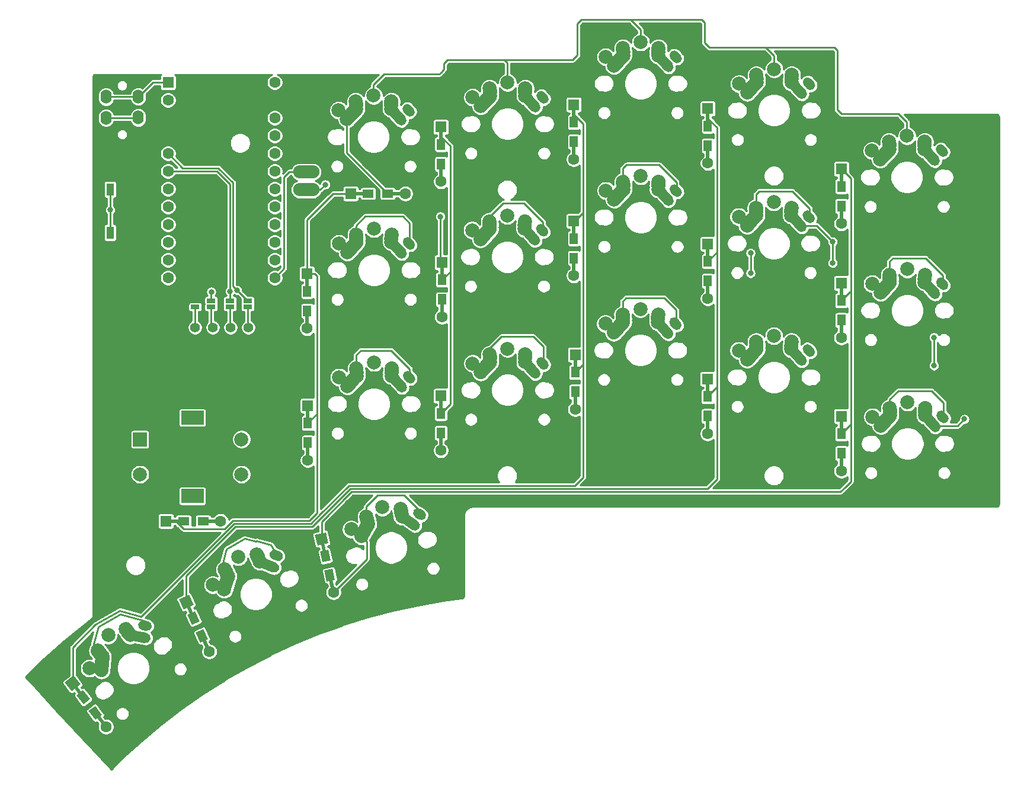
<source format=gbr>
%TF.GenerationSoftware,KiCad,Pcbnew,(5.1.7)-1*%
%TF.CreationDate,2021-07-12T16:27:11+05:30*%
%TF.ProjectId,Pteron36v0,50746572-6f6e-4333-9676-302e6b696361,rev?*%
%TF.SameCoordinates,Original*%
%TF.FileFunction,Copper,L2,Bot*%
%TF.FilePolarity,Positive*%
%FSLAX46Y46*%
G04 Gerber Fmt 4.6, Leading zero omitted, Abs format (unit mm)*
G04 Created by KiCad (PCBNEW (5.1.7)-1) date 2021-07-12 16:27:11*
%MOMM*%
%LPD*%
G01*
G04 APERTURE LIST*
%TA.AperFunction,ComponentPad*%
%ADD10C,2.000000*%
%TD*%
%TA.AperFunction,ComponentPad*%
%ADD11C,1.600000*%
%TD*%
%TA.AperFunction,ComponentPad*%
%ADD12R,1.600000X1.600000*%
%TD*%
%TA.AperFunction,ComponentPad*%
%ADD13O,1.600000X2.000000*%
%TD*%
%TA.AperFunction,ComponentPad*%
%ADD14R,2.000000X2.000000*%
%TD*%
%TA.AperFunction,ComponentPad*%
%ADD15R,3.200000X2.000000*%
%TD*%
%TA.AperFunction,SMDPad,CuDef*%
%ADD16R,2.900000X0.500000*%
%TD*%
%TA.AperFunction,SMDPad,CuDef*%
%ADD17R,1.600000X1.200000*%
%TD*%
%TA.AperFunction,SMDPad,CuDef*%
%ADD18R,1.100000X1.800000*%
%TD*%
%TA.AperFunction,SMDPad,CuDef*%
%ADD19O,3.759200X1.879600*%
%TD*%
%TA.AperFunction,SMDPad,CuDef*%
%ADD20R,0.500000X2.900000*%
%TD*%
%TA.AperFunction,SMDPad,CuDef*%
%ADD21R,1.200000X1.600000*%
%TD*%
%TA.AperFunction,SMDPad,CuDef*%
%ADD22C,0.100000*%
%TD*%
%TA.AperFunction,ComponentPad*%
%ADD23C,0.100000*%
%TD*%
%TA.AperFunction,SMDPad,CuDef*%
%ADD24R,1.270000X0.635000*%
%TD*%
%TA.AperFunction,ComponentPad*%
%ADD25C,1.397000*%
%TD*%
%TA.AperFunction,ViaPad*%
%ADD26C,0.800000*%
%TD*%
%TA.AperFunction,Conductor*%
%ADD27C,0.250000*%
%TD*%
%TA.AperFunction,Conductor*%
%ADD28C,0.254000*%
%TD*%
%TA.AperFunction,Conductor*%
%ADD29C,0.100000*%
%TD*%
G04 APERTURE END LIST*
%TO.P,SW28,2*%
%TO.N,Net-(D28-Pad2)*%
%TA.AperFunction,ComponentPad*%
G36*
G01*
X125982177Y-91578589D02*
X126382877Y-92025175D01*
G75*
G02*
X126329342Y-93013676I-521018J-467483D01*
G01*
X126329342Y-93013676D01*
G75*
G02*
X125340841Y-92960141I-467483J521018D01*
G01*
X124940141Y-92513555D01*
G75*
G02*
X124993676Y-91525054I521018J467483D01*
G01*
X124993676Y-91525054D01*
G75*
G02*
X125982177Y-91578589I467483J-521018D01*
G01*
G37*
%TD.AperFunction*%
D10*
X115661509Y-92269365D03*
%TO.P,SW28,1*%
%TO.N,/Row3*%
X120661509Y-90169365D03*
%TA.AperFunction,SMDPad,CuDef*%
G36*
G01*
X122164054Y-91501366D02*
X122203596Y-90921334D01*
G75*
G02*
X123269295Y-89991665I997684J-68015D01*
G01*
X123269295Y-89991665D01*
G75*
G02*
X124198964Y-91057364I-68015J-997684D01*
G01*
X124159422Y-91637396D01*
G75*
G02*
X123093723Y-92567065I-997684J68015D01*
G01*
X123093723Y-92567065D01*
G75*
G02*
X122164054Y-91501366I68015J997684D01*
G01*
G37*
%TD.AperFunction*%
%TO.P,SW28,2*%
%TO.N,Net-(D28-Pad2)*%
X118121509Y-90989365D03*
X118161509Y-91569365D03*
%TA.AperFunction,SMDPad,CuDef*%
G36*
G01*
X117163596Y-91637396D02*
X117124054Y-91057364D01*
G75*
G02*
X118053723Y-89991665I997684J68015D01*
G01*
X118053723Y-89991665D01*
G75*
G02*
X119119422Y-90921334I68015J-997684D01*
G01*
X119158964Y-91501366D01*
G75*
G02*
X118229295Y-92567065I-997684J-68015D01*
G01*
X118229295Y-92567065D01*
G75*
G02*
X117163596Y-91637396I-68015J997684D01*
G01*
G37*
%TD.AperFunction*%
%TO.P,SW28,1*%
%TO.N,/Row3*%
%TA.AperFunction,ComponentPad*%
G36*
G01*
X123803677Y-92785053D02*
X123803677Y-92785053D01*
G75*
G02*
X124862785Y-92842413I500874J-558234D01*
G01*
X125196701Y-93214569D01*
G75*
G02*
X125139341Y-94273677I-558234J-500874D01*
G01*
X125139341Y-94273677D01*
G75*
G02*
X124080233Y-94216317I-500874J558234D01*
G01*
X123746317Y-93844161D01*
G75*
G02*
X123803677Y-92785053I558234J500874D01*
G01*
G37*
%TD.AperFunction*%
X123161509Y-92069365D03*
%TO.P,SW28,2*%
%TO.N,Net-(D28-Pad2)*%
%TA.AperFunction,SMDPad,CuDef*%
G36*
G01*
X118905816Y-92737194D02*
X117595826Y-94197202D01*
G75*
G02*
X116183681Y-94273681I-744312J667833D01*
G01*
X116183681Y-94273681D01*
G75*
G02*
X116107202Y-92861536I667833J744312D01*
G01*
X117417192Y-91401528D01*
G75*
G02*
X118829337Y-91325049I744312J-667833D01*
G01*
X118829337Y-91325049D01*
G75*
G02*
X118905816Y-92737194I-667833J-744312D01*
G01*
G37*
%TD.AperFunction*%
%TO.P,SW28,1*%
%TO.N,/Row3*%
%TA.AperFunction,SMDPad,CuDef*%
G36*
G01*
X123552789Y-91382409D02*
X125196697Y-93214573D01*
G75*
G02*
X125139337Y-94273681I-558234J-500874D01*
G01*
X125139337Y-94273681D01*
G75*
G02*
X124080229Y-94216321I-500874J558234D01*
G01*
X122436321Y-92384157D01*
G75*
G02*
X122493681Y-91325049I558234J500874D01*
G01*
X122493681Y-91325049D01*
G75*
G02*
X123552789Y-91382409I500874J-558234D01*
G01*
G37*
%TD.AperFunction*%
%TO.P,SW28,2*%
%TO.N,Net-(D28-Pad2)*%
X116851509Y-93529365D03*
X118161509Y-92069365D03*
%TO.P,SW28,1*%
%TO.N,/Row3*%
X123201509Y-90989365D03*
X123161509Y-91569365D03*
%TD*%
%TO.P,SW27,2*%
%TO.N,Net-(D27-Pad2)*%
%TA.AperFunction,ComponentPad*%
G36*
G01*
X125962798Y-72453139D02*
X126363498Y-72899725D01*
G75*
G02*
X126309963Y-73888226I-521018J-467483D01*
G01*
X126309963Y-73888226D01*
G75*
G02*
X125321462Y-73834691I-467483J521018D01*
G01*
X124920762Y-73388105D01*
G75*
G02*
X124974297Y-72399604I521018J467483D01*
G01*
X124974297Y-72399604D01*
G75*
G02*
X125962798Y-72453139I467483J-521018D01*
G01*
G37*
%TD.AperFunction*%
X115642130Y-73143915D03*
%TO.P,SW27,1*%
%TO.N,/Row2*%
X120642130Y-71043915D03*
%TA.AperFunction,SMDPad,CuDef*%
G36*
G01*
X122144675Y-72375916D02*
X122184217Y-71795884D01*
G75*
G02*
X123249916Y-70866215I997684J-68015D01*
G01*
X123249916Y-70866215D01*
G75*
G02*
X124179585Y-71931914I-68015J-997684D01*
G01*
X124140043Y-72511946D01*
G75*
G02*
X123074344Y-73441615I-997684J68015D01*
G01*
X123074344Y-73441615D01*
G75*
G02*
X122144675Y-72375916I68015J997684D01*
G01*
G37*
%TD.AperFunction*%
%TO.P,SW27,2*%
%TO.N,Net-(D27-Pad2)*%
X118102130Y-71863915D03*
X118142130Y-72443915D03*
%TA.AperFunction,SMDPad,CuDef*%
G36*
G01*
X117144217Y-72511946D02*
X117104675Y-71931914D01*
G75*
G02*
X118034344Y-70866215I997684J68015D01*
G01*
X118034344Y-70866215D01*
G75*
G02*
X119100043Y-71795884I68015J-997684D01*
G01*
X119139585Y-72375916D01*
G75*
G02*
X118209916Y-73441615I-997684J-68015D01*
G01*
X118209916Y-73441615D01*
G75*
G02*
X117144217Y-72511946I-68015J997684D01*
G01*
G37*
%TD.AperFunction*%
%TO.P,SW27,1*%
%TO.N,/Row2*%
%TA.AperFunction,ComponentPad*%
G36*
G01*
X123784298Y-73659603D02*
X123784298Y-73659603D01*
G75*
G02*
X124843406Y-73716963I500874J-558234D01*
G01*
X125177322Y-74089119D01*
G75*
G02*
X125119962Y-75148227I-558234J-500874D01*
G01*
X125119962Y-75148227D01*
G75*
G02*
X124060854Y-75090867I-500874J558234D01*
G01*
X123726938Y-74718711D01*
G75*
G02*
X123784298Y-73659603I558234J500874D01*
G01*
G37*
%TD.AperFunction*%
X123142130Y-72943915D03*
%TO.P,SW27,2*%
%TO.N,Net-(D27-Pad2)*%
%TA.AperFunction,SMDPad,CuDef*%
G36*
G01*
X118886437Y-73611744D02*
X117576447Y-75071752D01*
G75*
G02*
X116164302Y-75148231I-744312J667833D01*
G01*
X116164302Y-75148231D01*
G75*
G02*
X116087823Y-73736086I667833J744312D01*
G01*
X117397813Y-72276078D01*
G75*
G02*
X118809958Y-72199599I744312J-667833D01*
G01*
X118809958Y-72199599D01*
G75*
G02*
X118886437Y-73611744I-667833J-744312D01*
G01*
G37*
%TD.AperFunction*%
%TO.P,SW27,1*%
%TO.N,/Row2*%
%TA.AperFunction,SMDPad,CuDef*%
G36*
G01*
X123533410Y-72256959D02*
X125177318Y-74089123D01*
G75*
G02*
X125119958Y-75148231I-558234J-500874D01*
G01*
X125119958Y-75148231D01*
G75*
G02*
X124060850Y-75090871I-500874J558234D01*
G01*
X122416942Y-73258707D01*
G75*
G02*
X122474302Y-72199599I558234J500874D01*
G01*
X122474302Y-72199599D01*
G75*
G02*
X123533410Y-72256959I500874J-558234D01*
G01*
G37*
%TD.AperFunction*%
%TO.P,SW27,2*%
%TO.N,Net-(D27-Pad2)*%
X116832130Y-74403915D03*
X118142130Y-72943915D03*
%TO.P,SW27,1*%
%TO.N,/Row2*%
X123182130Y-71863915D03*
X123142130Y-72443915D03*
%TD*%
%TO.P,SW26,2*%
%TO.N,Net-(D26-Pad2)*%
%TA.AperFunction,ComponentPad*%
G36*
G01*
X125919154Y-53418244D02*
X126319854Y-53864830D01*
G75*
G02*
X126266319Y-54853331I-521018J-467483D01*
G01*
X126266319Y-54853331D01*
G75*
G02*
X125277818Y-54799796I-467483J521018D01*
G01*
X124877118Y-54353210D01*
G75*
G02*
X124930653Y-53364709I521018J467483D01*
G01*
X124930653Y-53364709D01*
G75*
G02*
X125919154Y-53418244I467483J-521018D01*
G01*
G37*
%TD.AperFunction*%
X115598486Y-54109020D03*
%TO.P,SW26,1*%
%TO.N,/Row1*%
X120598486Y-52009020D03*
%TA.AperFunction,SMDPad,CuDef*%
G36*
G01*
X122101031Y-53341021D02*
X122140573Y-52760989D01*
G75*
G02*
X123206272Y-51831320I997684J-68015D01*
G01*
X123206272Y-51831320D01*
G75*
G02*
X124135941Y-52897019I-68015J-997684D01*
G01*
X124096399Y-53477051D01*
G75*
G02*
X123030700Y-54406720I-997684J68015D01*
G01*
X123030700Y-54406720D01*
G75*
G02*
X122101031Y-53341021I68015J997684D01*
G01*
G37*
%TD.AperFunction*%
%TO.P,SW26,2*%
%TO.N,Net-(D26-Pad2)*%
X118058486Y-52829020D03*
X118098486Y-53409020D03*
%TA.AperFunction,SMDPad,CuDef*%
G36*
G01*
X117100573Y-53477051D02*
X117061031Y-52897019D01*
G75*
G02*
X117990700Y-51831320I997684J68015D01*
G01*
X117990700Y-51831320D01*
G75*
G02*
X119056399Y-52760989I68015J-997684D01*
G01*
X119095941Y-53341021D01*
G75*
G02*
X118166272Y-54406720I-997684J-68015D01*
G01*
X118166272Y-54406720D01*
G75*
G02*
X117100573Y-53477051I-68015J997684D01*
G01*
G37*
%TD.AperFunction*%
%TO.P,SW26,1*%
%TO.N,/Row1*%
%TA.AperFunction,ComponentPad*%
G36*
G01*
X123740654Y-54624708D02*
X123740654Y-54624708D01*
G75*
G02*
X124799762Y-54682068I500874J-558234D01*
G01*
X125133678Y-55054224D01*
G75*
G02*
X125076318Y-56113332I-558234J-500874D01*
G01*
X125076318Y-56113332D01*
G75*
G02*
X124017210Y-56055972I-500874J558234D01*
G01*
X123683294Y-55683816D01*
G75*
G02*
X123740654Y-54624708I558234J500874D01*
G01*
G37*
%TD.AperFunction*%
X123098486Y-53909020D03*
%TO.P,SW26,2*%
%TO.N,Net-(D26-Pad2)*%
%TA.AperFunction,SMDPad,CuDef*%
G36*
G01*
X118842793Y-54576849D02*
X117532803Y-56036857D01*
G75*
G02*
X116120658Y-56113336I-744312J667833D01*
G01*
X116120658Y-56113336D01*
G75*
G02*
X116044179Y-54701191I667833J744312D01*
G01*
X117354169Y-53241183D01*
G75*
G02*
X118766314Y-53164704I744312J-667833D01*
G01*
X118766314Y-53164704D01*
G75*
G02*
X118842793Y-54576849I-667833J-744312D01*
G01*
G37*
%TD.AperFunction*%
%TO.P,SW26,1*%
%TO.N,/Row1*%
%TA.AperFunction,SMDPad,CuDef*%
G36*
G01*
X123489766Y-53222064D02*
X125133674Y-55054228D01*
G75*
G02*
X125076314Y-56113336I-558234J-500874D01*
G01*
X125076314Y-56113336D01*
G75*
G02*
X124017206Y-56055976I-500874J558234D01*
G01*
X122373298Y-54223812D01*
G75*
G02*
X122430658Y-53164704I558234J500874D01*
G01*
X122430658Y-53164704D01*
G75*
G02*
X123489766Y-53222064I500874J-558234D01*
G01*
G37*
%TD.AperFunction*%
%TO.P,SW26,2*%
%TO.N,Net-(D26-Pad2)*%
X116788486Y-55369020D03*
X118098486Y-53909020D03*
%TO.P,SW26,1*%
%TO.N,/Row1*%
X123138486Y-52829020D03*
X123098486Y-53409020D03*
%TD*%
%TO.P,SW24,2*%
%TO.N,Net-(D24-Pad2)*%
%TA.AperFunction,ComponentPad*%
G36*
G01*
X145049581Y-89602514D02*
X145450281Y-90049100D01*
G75*
G02*
X145396746Y-91037601I-521018J-467483D01*
G01*
X145396746Y-91037601D01*
G75*
G02*
X144408245Y-90984066I-467483J521018D01*
G01*
X144007545Y-90537480D01*
G75*
G02*
X144061080Y-89548979I521018J467483D01*
G01*
X144061080Y-89548979D01*
G75*
G02*
X145049581Y-89602514I467483J-521018D01*
G01*
G37*
%TD.AperFunction*%
X134728913Y-90293290D03*
%TO.P,SW24,1*%
%TO.N,/Row3*%
X139728913Y-88193290D03*
%TA.AperFunction,SMDPad,CuDef*%
G36*
G01*
X141231458Y-89525291D02*
X141271000Y-88945259D01*
G75*
G02*
X142336699Y-88015590I997684J-68015D01*
G01*
X142336699Y-88015590D01*
G75*
G02*
X143266368Y-89081289I-68015J-997684D01*
G01*
X143226826Y-89661321D01*
G75*
G02*
X142161127Y-90590990I-997684J68015D01*
G01*
X142161127Y-90590990D01*
G75*
G02*
X141231458Y-89525291I68015J997684D01*
G01*
G37*
%TD.AperFunction*%
%TO.P,SW24,2*%
%TO.N,Net-(D24-Pad2)*%
X137188913Y-89013290D03*
X137228913Y-89593290D03*
%TA.AperFunction,SMDPad,CuDef*%
G36*
G01*
X136231000Y-89661321D02*
X136191458Y-89081289D01*
G75*
G02*
X137121127Y-88015590I997684J68015D01*
G01*
X137121127Y-88015590D01*
G75*
G02*
X138186826Y-88945259I68015J-997684D01*
G01*
X138226368Y-89525291D01*
G75*
G02*
X137296699Y-90590990I-997684J-68015D01*
G01*
X137296699Y-90590990D01*
G75*
G02*
X136231000Y-89661321I-68015J997684D01*
G01*
G37*
%TD.AperFunction*%
%TO.P,SW24,1*%
%TO.N,/Row3*%
%TA.AperFunction,ComponentPad*%
G36*
G01*
X142871081Y-90808978D02*
X142871081Y-90808978D01*
G75*
G02*
X143930189Y-90866338I500874J-558234D01*
G01*
X144264105Y-91238494D01*
G75*
G02*
X144206745Y-92297602I-558234J-500874D01*
G01*
X144206745Y-92297602D01*
G75*
G02*
X143147637Y-92240242I-500874J558234D01*
G01*
X142813721Y-91868086D01*
G75*
G02*
X142871081Y-90808978I558234J500874D01*
G01*
G37*
%TD.AperFunction*%
X142228913Y-90093290D03*
%TO.P,SW24,2*%
%TO.N,Net-(D24-Pad2)*%
%TA.AperFunction,SMDPad,CuDef*%
G36*
G01*
X137973220Y-90761119D02*
X136663230Y-92221127D01*
G75*
G02*
X135251085Y-92297606I-744312J667833D01*
G01*
X135251085Y-92297606D01*
G75*
G02*
X135174606Y-90885461I667833J744312D01*
G01*
X136484596Y-89425453D01*
G75*
G02*
X137896741Y-89348974I744312J-667833D01*
G01*
X137896741Y-89348974D01*
G75*
G02*
X137973220Y-90761119I-667833J-744312D01*
G01*
G37*
%TD.AperFunction*%
%TO.P,SW24,1*%
%TO.N,/Row3*%
%TA.AperFunction,SMDPad,CuDef*%
G36*
G01*
X142620193Y-89406334D02*
X144264101Y-91238498D01*
G75*
G02*
X144206741Y-92297606I-558234J-500874D01*
G01*
X144206741Y-92297606D01*
G75*
G02*
X143147633Y-92240246I-500874J558234D01*
G01*
X141503725Y-90408082D01*
G75*
G02*
X141561085Y-89348974I558234J500874D01*
G01*
X141561085Y-89348974D01*
G75*
G02*
X142620193Y-89406334I500874J-558234D01*
G01*
G37*
%TD.AperFunction*%
%TO.P,SW24,2*%
%TO.N,Net-(D24-Pad2)*%
X135918913Y-91553290D03*
X137228913Y-90093290D03*
%TO.P,SW24,1*%
%TO.N,/Row3*%
X142268913Y-89013290D03*
X142228913Y-89593290D03*
%TD*%
%TO.P,SW23,2*%
%TO.N,Net-(D23-Pad2)*%
%TA.AperFunction,ComponentPad*%
G36*
G01*
X145005937Y-70567618D02*
X145406637Y-71014204D01*
G75*
G02*
X145353102Y-72002705I-521018J-467483D01*
G01*
X145353102Y-72002705D01*
G75*
G02*
X144364601Y-71949170I-467483J521018D01*
G01*
X143963901Y-71502584D01*
G75*
G02*
X144017436Y-70514083I521018J467483D01*
G01*
X144017436Y-70514083D01*
G75*
G02*
X145005937Y-70567618I467483J-521018D01*
G01*
G37*
%TD.AperFunction*%
X134685269Y-71258394D03*
%TO.P,SW23,1*%
%TO.N,/Row2*%
X139685269Y-69158394D03*
%TA.AperFunction,SMDPad,CuDef*%
G36*
G01*
X141187814Y-70490395D02*
X141227356Y-69910363D01*
G75*
G02*
X142293055Y-68980694I997684J-68015D01*
G01*
X142293055Y-68980694D01*
G75*
G02*
X143222724Y-70046393I-68015J-997684D01*
G01*
X143183182Y-70626425D01*
G75*
G02*
X142117483Y-71556094I-997684J68015D01*
G01*
X142117483Y-71556094D01*
G75*
G02*
X141187814Y-70490395I68015J997684D01*
G01*
G37*
%TD.AperFunction*%
%TO.P,SW23,2*%
%TO.N,Net-(D23-Pad2)*%
X137145269Y-69978394D03*
X137185269Y-70558394D03*
%TA.AperFunction,SMDPad,CuDef*%
G36*
G01*
X136187356Y-70626425D02*
X136147814Y-70046393D01*
G75*
G02*
X137077483Y-68980694I997684J68015D01*
G01*
X137077483Y-68980694D01*
G75*
G02*
X138143182Y-69910363I68015J-997684D01*
G01*
X138182724Y-70490395D01*
G75*
G02*
X137253055Y-71556094I-997684J-68015D01*
G01*
X137253055Y-71556094D01*
G75*
G02*
X136187356Y-70626425I-68015J997684D01*
G01*
G37*
%TD.AperFunction*%
%TO.P,SW23,1*%
%TO.N,/Row2*%
%TA.AperFunction,ComponentPad*%
G36*
G01*
X142827437Y-71774082D02*
X142827437Y-71774082D01*
G75*
G02*
X143886545Y-71831442I500874J-558234D01*
G01*
X144220461Y-72203598D01*
G75*
G02*
X144163101Y-73262706I-558234J-500874D01*
G01*
X144163101Y-73262706D01*
G75*
G02*
X143103993Y-73205346I-500874J558234D01*
G01*
X142770077Y-72833190D01*
G75*
G02*
X142827437Y-71774082I558234J500874D01*
G01*
G37*
%TD.AperFunction*%
X142185269Y-71058394D03*
%TO.P,SW23,2*%
%TO.N,Net-(D23-Pad2)*%
%TA.AperFunction,SMDPad,CuDef*%
G36*
G01*
X137929576Y-71726223D02*
X136619586Y-73186231D01*
G75*
G02*
X135207441Y-73262710I-744312J667833D01*
G01*
X135207441Y-73262710D01*
G75*
G02*
X135130962Y-71850565I667833J744312D01*
G01*
X136440952Y-70390557D01*
G75*
G02*
X137853097Y-70314078I744312J-667833D01*
G01*
X137853097Y-70314078D01*
G75*
G02*
X137929576Y-71726223I-667833J-744312D01*
G01*
G37*
%TD.AperFunction*%
%TO.P,SW23,1*%
%TO.N,/Row2*%
%TA.AperFunction,SMDPad,CuDef*%
G36*
G01*
X142576549Y-70371438D02*
X144220457Y-72203602D01*
G75*
G02*
X144163097Y-73262710I-558234J-500874D01*
G01*
X144163097Y-73262710D01*
G75*
G02*
X143103989Y-73205350I-500874J558234D01*
G01*
X141460081Y-71373186D01*
G75*
G02*
X141517441Y-70314078I558234J500874D01*
G01*
X141517441Y-70314078D01*
G75*
G02*
X142576549Y-70371438I500874J-558234D01*
G01*
G37*
%TD.AperFunction*%
%TO.P,SW23,2*%
%TO.N,Net-(D23-Pad2)*%
X135875269Y-72518394D03*
X137185269Y-71058394D03*
%TO.P,SW23,1*%
%TO.N,/Row2*%
X142225269Y-69978394D03*
X142185269Y-70558394D03*
%TD*%
%TO.P,SW22,2*%
%TO.N,Net-(D22-Pad2)*%
%TA.AperFunction,ComponentPad*%
G36*
G01*
X145052849Y-51556993D02*
X145453549Y-52003579D01*
G75*
G02*
X145400014Y-52992080I-521018J-467483D01*
G01*
X145400014Y-52992080D01*
G75*
G02*
X144411513Y-52938545I-467483J521018D01*
G01*
X144010813Y-52491959D01*
G75*
G02*
X144064348Y-51503458I521018J467483D01*
G01*
X144064348Y-51503458D01*
G75*
G02*
X145052849Y-51556993I467483J-521018D01*
G01*
G37*
%TD.AperFunction*%
X134732181Y-52247769D03*
%TO.P,SW22,1*%
%TO.N,/Row1*%
X139732181Y-50147769D03*
%TA.AperFunction,SMDPad,CuDef*%
G36*
G01*
X141234726Y-51479770D02*
X141274268Y-50899738D01*
G75*
G02*
X142339967Y-49970069I997684J-68015D01*
G01*
X142339967Y-49970069D01*
G75*
G02*
X143269636Y-51035768I-68015J-997684D01*
G01*
X143230094Y-51615800D01*
G75*
G02*
X142164395Y-52545469I-997684J68015D01*
G01*
X142164395Y-52545469D01*
G75*
G02*
X141234726Y-51479770I68015J997684D01*
G01*
G37*
%TD.AperFunction*%
%TO.P,SW22,2*%
%TO.N,Net-(D22-Pad2)*%
X137192181Y-50967769D03*
X137232181Y-51547769D03*
%TA.AperFunction,SMDPad,CuDef*%
G36*
G01*
X136234268Y-51615800D02*
X136194726Y-51035768D01*
G75*
G02*
X137124395Y-49970069I997684J68015D01*
G01*
X137124395Y-49970069D01*
G75*
G02*
X138190094Y-50899738I68015J-997684D01*
G01*
X138229636Y-51479770D01*
G75*
G02*
X137299967Y-52545469I-997684J-68015D01*
G01*
X137299967Y-52545469D01*
G75*
G02*
X136234268Y-51615800I-68015J997684D01*
G01*
G37*
%TD.AperFunction*%
%TO.P,SW22,1*%
%TO.N,/Row1*%
%TA.AperFunction,ComponentPad*%
G36*
G01*
X142874349Y-52763457D02*
X142874349Y-52763457D01*
G75*
G02*
X143933457Y-52820817I500874J-558234D01*
G01*
X144267373Y-53192973D01*
G75*
G02*
X144210013Y-54252081I-558234J-500874D01*
G01*
X144210013Y-54252081D01*
G75*
G02*
X143150905Y-54194721I-500874J558234D01*
G01*
X142816989Y-53822565D01*
G75*
G02*
X142874349Y-52763457I558234J500874D01*
G01*
G37*
%TD.AperFunction*%
X142232181Y-52047769D03*
%TO.P,SW22,2*%
%TO.N,Net-(D22-Pad2)*%
%TA.AperFunction,SMDPad,CuDef*%
G36*
G01*
X137976488Y-52715598D02*
X136666498Y-54175606D01*
G75*
G02*
X135254353Y-54252085I-744312J667833D01*
G01*
X135254353Y-54252085D01*
G75*
G02*
X135177874Y-52839940I667833J744312D01*
G01*
X136487864Y-51379932D01*
G75*
G02*
X137900009Y-51303453I744312J-667833D01*
G01*
X137900009Y-51303453D01*
G75*
G02*
X137976488Y-52715598I-667833J-744312D01*
G01*
G37*
%TD.AperFunction*%
%TO.P,SW22,1*%
%TO.N,/Row1*%
%TA.AperFunction,SMDPad,CuDef*%
G36*
G01*
X142623461Y-51360813D02*
X144267369Y-53192977D01*
G75*
G02*
X144210009Y-54252085I-558234J-500874D01*
G01*
X144210009Y-54252085D01*
G75*
G02*
X143150901Y-54194725I-500874J558234D01*
G01*
X141506993Y-52362561D01*
G75*
G02*
X141564353Y-51303453I558234J500874D01*
G01*
X141564353Y-51303453D01*
G75*
G02*
X142623461Y-51360813I500874J-558234D01*
G01*
G37*
%TD.AperFunction*%
%TO.P,SW22,2*%
%TO.N,Net-(D22-Pad2)*%
X135922181Y-53507769D03*
X137232181Y-52047769D03*
%TO.P,SW22,1*%
%TO.N,/Row1*%
X142272181Y-50967769D03*
X142232181Y-51547769D03*
%TD*%
%TO.P,SW20,2*%
%TO.N,Net-(D20-Pad2)*%
%TA.AperFunction,ComponentPad*%
G36*
G01*
X87766067Y-127030389D02*
X88355829Y-127140759D01*
G75*
G02*
X88915118Y-127957580I-128766J-688055D01*
G01*
X88915118Y-127957580D01*
G75*
G02*
X88098297Y-128516869I-688055J128766D01*
G01*
X87508535Y-128406499D01*
G75*
G02*
X86949246Y-127589678I128766J688055D01*
G01*
X86949246Y-127589678D01*
G75*
G02*
X87766067Y-127030389I688055J-128766D01*
G01*
G37*
%TD.AperFunction*%
X79998649Y-133861243D03*
%TO.P,SW20,1*%
%TO.N,/Row4*%
X82687017Y-129151394D03*
%TA.AperFunction,SMDPad,CuDef*%
G36*
G01*
X84689936Y-129293451D02*
X84368206Y-128809209D01*
G75*
G02*
X84647735Y-127422896I832921J553392D01*
G01*
X84647735Y-127422896D01*
G75*
G02*
X86034048Y-127702425I553392J-832921D01*
G01*
X86355778Y-128186667D01*
G75*
G02*
X86076249Y-129572980I-832921J-553392D01*
G01*
X86076249Y-129572980D01*
G75*
G02*
X84689936Y-129293451I-553392J832921D01*
G01*
G37*
%TD.AperFunction*%
%TO.P,SW20,2*%
%TO.N,Net-(D20-Pad2)*%
X81171083Y-131348198D03*
X81555899Y-131783993D03*
%TA.AperFunction,SMDPad,CuDef*%
G36*
G01*
X80805616Y-132445456D02*
X80421144Y-132009358D01*
G75*
G02*
X80509943Y-130597935I750111J661312D01*
G01*
X80509943Y-130597935D01*
G75*
G02*
X81921366Y-130686734I661312J-750111D01*
G01*
X82305838Y-131122832D01*
G75*
G02*
X82217039Y-132534255I-750111J-661312D01*
G01*
X82217039Y-132534255D01*
G75*
G02*
X80805616Y-132445456I-661312J750111D01*
G01*
G37*
%TD.AperFunction*%
%TO.P,SW20,1*%
%TO.N,/Row4*%
%TA.AperFunction,ComponentPad*%
G36*
G01*
X86772195Y-129313728D02*
X86772195Y-129313728D01*
G75*
G02*
X87647361Y-128714490I737202J-137964D01*
G01*
X88138829Y-128806466D01*
G75*
G02*
X88738067Y-129681632I-137964J-737202D01*
G01*
X88738067Y-129681632D01*
G75*
G02*
X87862901Y-130280870I-737202J137964D01*
G01*
X87371433Y-130188894D01*
G75*
G02*
X86772195Y-129313728I137964J737202D01*
G01*
G37*
%TD.AperFunction*%
X85827047Y-129136862D03*
%TO.P,SW20,2*%
%TO.N,Net-(D20-Pad2)*%
%TA.AperFunction,SMDPad,CuDef*%
G36*
G01*
X82857326Y-132257388D02*
X82706838Y-134213162D01*
G75*
G02*
X81633066Y-135133496I-997053J76719D01*
G01*
X81633066Y-135133496D01*
G75*
G02*
X80712732Y-134059724I76719J997053D01*
G01*
X80863220Y-132103950D01*
G75*
G02*
X81936992Y-131183616I997053J-76719D01*
G01*
X81936992Y-131183616D01*
G75*
G02*
X82857326Y-132257388I-76719J-997053D01*
G01*
G37*
%TD.AperFunction*%
%TO.P,SW20,1*%
%TO.N,/Row4*%
%TA.AperFunction,SMDPad,CuDef*%
G36*
G01*
X85719278Y-128353666D02*
X88138828Y-128806472D01*
G75*
G02*
X88738066Y-129681638I-137964J-737202D01*
G01*
X88738066Y-129681638D01*
G75*
G02*
X87862900Y-130280876I-737202J137964D01*
G01*
X85443350Y-129828070D01*
G75*
G02*
X84844112Y-128952904I137964J737202D01*
G01*
X84844112Y-128952904D01*
G75*
G02*
X85719278Y-128353666I737202J-137964D01*
G01*
G37*
%TD.AperFunction*%
%TO.P,SW20,2*%
%TO.N,Net-(D20-Pad2)*%
X81709779Y-134136443D03*
X81860280Y-132180669D03*
%TO.P,SW20,1*%
%TO.N,/Row4*%
X85201318Y-128255690D03*
X85522666Y-128740185D03*
%TD*%
%TO.P,SW19,2*%
%TO.N,Net-(D19-Pad2)*%
%TA.AperFunction,ComponentPad*%
G36*
G01*
X164042914Y-83918420D02*
X164443614Y-84365006D01*
G75*
G02*
X164390079Y-85353507I-521018J-467483D01*
G01*
X164390079Y-85353507D01*
G75*
G02*
X163401578Y-85299972I-467483J521018D01*
G01*
X163000878Y-84853386D01*
G75*
G02*
X163054413Y-83864885I521018J467483D01*
G01*
X163054413Y-83864885D01*
G75*
G02*
X164042914Y-83918420I467483J-521018D01*
G01*
G37*
%TD.AperFunction*%
X153722246Y-84609196D03*
%TO.P,SW19,1*%
%TO.N,/Row3*%
X158722246Y-82509196D03*
%TA.AperFunction,SMDPad,CuDef*%
G36*
G01*
X160224791Y-83841197D02*
X160264333Y-83261165D01*
G75*
G02*
X161330032Y-82331496I997684J-68015D01*
G01*
X161330032Y-82331496D01*
G75*
G02*
X162259701Y-83397195I-68015J-997684D01*
G01*
X162220159Y-83977227D01*
G75*
G02*
X161154460Y-84906896I-997684J68015D01*
G01*
X161154460Y-84906896D01*
G75*
G02*
X160224791Y-83841197I68015J997684D01*
G01*
G37*
%TD.AperFunction*%
%TO.P,SW19,2*%
%TO.N,Net-(D19-Pad2)*%
X156182246Y-83329196D03*
X156222246Y-83909196D03*
%TA.AperFunction,SMDPad,CuDef*%
G36*
G01*
X155224333Y-83977227D02*
X155184791Y-83397195D01*
G75*
G02*
X156114460Y-82331496I997684J68015D01*
G01*
X156114460Y-82331496D01*
G75*
G02*
X157180159Y-83261165I68015J-997684D01*
G01*
X157219701Y-83841197D01*
G75*
G02*
X156290032Y-84906896I-997684J-68015D01*
G01*
X156290032Y-84906896D01*
G75*
G02*
X155224333Y-83977227I-68015J997684D01*
G01*
G37*
%TD.AperFunction*%
%TO.P,SW19,1*%
%TO.N,/Row3*%
%TA.AperFunction,ComponentPad*%
G36*
G01*
X161864414Y-85124884D02*
X161864414Y-85124884D01*
G75*
G02*
X162923522Y-85182244I500874J-558234D01*
G01*
X163257438Y-85554400D01*
G75*
G02*
X163200078Y-86613508I-558234J-500874D01*
G01*
X163200078Y-86613508D01*
G75*
G02*
X162140970Y-86556148I-500874J558234D01*
G01*
X161807054Y-86183992D01*
G75*
G02*
X161864414Y-85124884I558234J500874D01*
G01*
G37*
%TD.AperFunction*%
X161222246Y-84409196D03*
%TO.P,SW19,2*%
%TO.N,Net-(D19-Pad2)*%
%TA.AperFunction,SMDPad,CuDef*%
G36*
G01*
X156966553Y-85077025D02*
X155656563Y-86537033D01*
G75*
G02*
X154244418Y-86613512I-744312J667833D01*
G01*
X154244418Y-86613512D01*
G75*
G02*
X154167939Y-85201367I667833J744312D01*
G01*
X155477929Y-83741359D01*
G75*
G02*
X156890074Y-83664880I744312J-667833D01*
G01*
X156890074Y-83664880D01*
G75*
G02*
X156966553Y-85077025I-667833J-744312D01*
G01*
G37*
%TD.AperFunction*%
%TO.P,SW19,1*%
%TO.N,/Row3*%
%TA.AperFunction,SMDPad,CuDef*%
G36*
G01*
X161613526Y-83722240D02*
X163257434Y-85554404D01*
G75*
G02*
X163200074Y-86613512I-558234J-500874D01*
G01*
X163200074Y-86613512D01*
G75*
G02*
X162140966Y-86556152I-500874J558234D01*
G01*
X160497058Y-84723988D01*
G75*
G02*
X160554418Y-83664880I558234J500874D01*
G01*
X160554418Y-83664880D01*
G75*
G02*
X161613526Y-83722240I500874J-558234D01*
G01*
G37*
%TD.AperFunction*%
%TO.P,SW19,2*%
%TO.N,Net-(D19-Pad2)*%
X154912246Y-85869196D03*
X156222246Y-84409196D03*
%TO.P,SW19,1*%
%TO.N,/Row3*%
X161262246Y-83329196D03*
X161222246Y-83909196D03*
%TD*%
%TO.P,SW18,2*%
%TO.N,Net-(D18-Pad2)*%
%TA.AperFunction,ComponentPad*%
G36*
G01*
X164089830Y-64907791D02*
X164490530Y-65354377D01*
G75*
G02*
X164436995Y-66342878I-521018J-467483D01*
G01*
X164436995Y-66342878D01*
G75*
G02*
X163448494Y-66289343I-467483J521018D01*
G01*
X163047794Y-65842757D01*
G75*
G02*
X163101329Y-64854256I521018J467483D01*
G01*
X163101329Y-64854256D01*
G75*
G02*
X164089830Y-64907791I467483J-521018D01*
G01*
G37*
%TD.AperFunction*%
X153769162Y-65598567D03*
%TO.P,SW18,1*%
%TO.N,/Row2*%
X158769162Y-63498567D03*
%TA.AperFunction,SMDPad,CuDef*%
G36*
G01*
X160271707Y-64830568D02*
X160311249Y-64250536D01*
G75*
G02*
X161376948Y-63320867I997684J-68015D01*
G01*
X161376948Y-63320867D01*
G75*
G02*
X162306617Y-64386566I-68015J-997684D01*
G01*
X162267075Y-64966598D01*
G75*
G02*
X161201376Y-65896267I-997684J68015D01*
G01*
X161201376Y-65896267D01*
G75*
G02*
X160271707Y-64830568I68015J997684D01*
G01*
G37*
%TD.AperFunction*%
%TO.P,SW18,2*%
%TO.N,Net-(D18-Pad2)*%
X156229162Y-64318567D03*
X156269162Y-64898567D03*
%TA.AperFunction,SMDPad,CuDef*%
G36*
G01*
X155271249Y-64966598D02*
X155231707Y-64386566D01*
G75*
G02*
X156161376Y-63320867I997684J68015D01*
G01*
X156161376Y-63320867D01*
G75*
G02*
X157227075Y-64250536I68015J-997684D01*
G01*
X157266617Y-64830568D01*
G75*
G02*
X156336948Y-65896267I-997684J-68015D01*
G01*
X156336948Y-65896267D01*
G75*
G02*
X155271249Y-64966598I-68015J997684D01*
G01*
G37*
%TD.AperFunction*%
%TO.P,SW18,1*%
%TO.N,/Row2*%
%TA.AperFunction,ComponentPad*%
G36*
G01*
X161911330Y-66114255D02*
X161911330Y-66114255D01*
G75*
G02*
X162970438Y-66171615I500874J-558234D01*
G01*
X163304354Y-66543771D01*
G75*
G02*
X163246994Y-67602879I-558234J-500874D01*
G01*
X163246994Y-67602879D01*
G75*
G02*
X162187886Y-67545519I-500874J558234D01*
G01*
X161853970Y-67173363D01*
G75*
G02*
X161911330Y-66114255I558234J500874D01*
G01*
G37*
%TD.AperFunction*%
X161269162Y-65398567D03*
%TO.P,SW18,2*%
%TO.N,Net-(D18-Pad2)*%
%TA.AperFunction,SMDPad,CuDef*%
G36*
G01*
X157013469Y-66066396D02*
X155703479Y-67526404D01*
G75*
G02*
X154291334Y-67602883I-744312J667833D01*
G01*
X154291334Y-67602883D01*
G75*
G02*
X154214855Y-66190738I667833J744312D01*
G01*
X155524845Y-64730730D01*
G75*
G02*
X156936990Y-64654251I744312J-667833D01*
G01*
X156936990Y-64654251D01*
G75*
G02*
X157013469Y-66066396I-667833J-744312D01*
G01*
G37*
%TD.AperFunction*%
%TO.P,SW18,1*%
%TO.N,/Row2*%
%TA.AperFunction,SMDPad,CuDef*%
G36*
G01*
X161660442Y-64711611D02*
X163304350Y-66543775D01*
G75*
G02*
X163246990Y-67602883I-558234J-500874D01*
G01*
X163246990Y-67602883D01*
G75*
G02*
X162187882Y-67545523I-500874J558234D01*
G01*
X160543974Y-65713359D01*
G75*
G02*
X160601334Y-64654251I558234J500874D01*
G01*
X160601334Y-64654251D01*
G75*
G02*
X161660442Y-64711611I500874J-558234D01*
G01*
G37*
%TD.AperFunction*%
%TO.P,SW18,2*%
%TO.N,Net-(D18-Pad2)*%
X154959162Y-66858567D03*
X156269162Y-65398567D03*
%TO.P,SW18,1*%
%TO.N,/Row2*%
X161309162Y-64318567D03*
X161269162Y-64898567D03*
%TD*%
%TO.P,SW17,2*%
%TO.N,Net-(D17-Pad2)*%
%TA.AperFunction,ComponentPad*%
G36*
G01*
X164070447Y-45782340D02*
X164471147Y-46228926D01*
G75*
G02*
X164417612Y-47217427I-521018J-467483D01*
G01*
X164417612Y-47217427D01*
G75*
G02*
X163429111Y-47163892I-467483J521018D01*
G01*
X163028411Y-46717306D01*
G75*
G02*
X163081946Y-45728805I521018J467483D01*
G01*
X163081946Y-45728805D01*
G75*
G02*
X164070447Y-45782340I467483J-521018D01*
G01*
G37*
%TD.AperFunction*%
X153749779Y-46473116D03*
%TO.P,SW17,1*%
%TO.N,/Row1*%
X158749779Y-44373116D03*
%TA.AperFunction,SMDPad,CuDef*%
G36*
G01*
X160252324Y-45705117D02*
X160291866Y-45125085D01*
G75*
G02*
X161357565Y-44195416I997684J-68015D01*
G01*
X161357565Y-44195416D01*
G75*
G02*
X162287234Y-45261115I-68015J-997684D01*
G01*
X162247692Y-45841147D01*
G75*
G02*
X161181993Y-46770816I-997684J68015D01*
G01*
X161181993Y-46770816D01*
G75*
G02*
X160252324Y-45705117I68015J997684D01*
G01*
G37*
%TD.AperFunction*%
%TO.P,SW17,2*%
%TO.N,Net-(D17-Pad2)*%
X156209779Y-45193116D03*
X156249779Y-45773116D03*
%TA.AperFunction,SMDPad,CuDef*%
G36*
G01*
X155251866Y-45841147D02*
X155212324Y-45261115D01*
G75*
G02*
X156141993Y-44195416I997684J68015D01*
G01*
X156141993Y-44195416D01*
G75*
G02*
X157207692Y-45125085I68015J-997684D01*
G01*
X157247234Y-45705117D01*
G75*
G02*
X156317565Y-46770816I-997684J-68015D01*
G01*
X156317565Y-46770816D01*
G75*
G02*
X155251866Y-45841147I-68015J997684D01*
G01*
G37*
%TD.AperFunction*%
%TO.P,SW17,1*%
%TO.N,/Row1*%
%TA.AperFunction,ComponentPad*%
G36*
G01*
X161891947Y-46988804D02*
X161891947Y-46988804D01*
G75*
G02*
X162951055Y-47046164I500874J-558234D01*
G01*
X163284971Y-47418320D01*
G75*
G02*
X163227611Y-48477428I-558234J-500874D01*
G01*
X163227611Y-48477428D01*
G75*
G02*
X162168503Y-48420068I-500874J558234D01*
G01*
X161834587Y-48047912D01*
G75*
G02*
X161891947Y-46988804I558234J500874D01*
G01*
G37*
%TD.AperFunction*%
X161249779Y-46273116D03*
%TO.P,SW17,2*%
%TO.N,Net-(D17-Pad2)*%
%TA.AperFunction,SMDPad,CuDef*%
G36*
G01*
X156994086Y-46940945D02*
X155684096Y-48400953D01*
G75*
G02*
X154271951Y-48477432I-744312J667833D01*
G01*
X154271951Y-48477432D01*
G75*
G02*
X154195472Y-47065287I667833J744312D01*
G01*
X155505462Y-45605279D01*
G75*
G02*
X156917607Y-45528800I744312J-667833D01*
G01*
X156917607Y-45528800D01*
G75*
G02*
X156994086Y-46940945I-667833J-744312D01*
G01*
G37*
%TD.AperFunction*%
%TO.P,SW17,1*%
%TO.N,/Row1*%
%TA.AperFunction,SMDPad,CuDef*%
G36*
G01*
X161641059Y-45586160D02*
X163284967Y-47418324D01*
G75*
G02*
X163227607Y-48477432I-558234J-500874D01*
G01*
X163227607Y-48477432D01*
G75*
G02*
X162168499Y-48420072I-500874J558234D01*
G01*
X160524591Y-46587908D01*
G75*
G02*
X160581951Y-45528800I558234J500874D01*
G01*
X160581951Y-45528800D01*
G75*
G02*
X161641059Y-45586160I500874J-558234D01*
G01*
G37*
%TD.AperFunction*%
%TO.P,SW17,2*%
%TO.N,Net-(D17-Pad2)*%
X154939779Y-47733116D03*
X156249779Y-46273116D03*
%TO.P,SW17,1*%
%TO.N,/Row1*%
X161289779Y-45193116D03*
X161249779Y-45773116D03*
%TD*%
%TO.P,SW15,2*%
%TO.N,Net-(D15-Pad2)*%
%TA.AperFunction,ComponentPad*%
G36*
G01*
X106686375Y-116960223D02*
X107238267Y-117195625D01*
G75*
G02*
X107607506Y-118114136I-274636J-643875D01*
G01*
X107607506Y-118114136D01*
G75*
G02*
X106688995Y-118483375I-643875J274636D01*
G01*
X106137103Y-118247973D01*
G75*
G02*
X105767864Y-117329462I274636J643875D01*
G01*
X105767864Y-117329462D01*
G75*
G02*
X106686375Y-116960223I643875J-274636D01*
G01*
G37*
%TD.AperFunction*%
X97624607Y-121947982D03*
%TO.P,SW15,1*%
%TO.N,/Row4*%
X101268647Y-117931644D03*
%TA.AperFunction,SMDPad,CuDef*%
G36*
G01*
X103193342Y-118503844D02*
X102984048Y-117961446D01*
G75*
G02*
X103557005Y-116668495I932954J359997D01*
G01*
X103557005Y-116668495D01*
G75*
G02*
X104849956Y-117241452I359997J-932954D01*
G01*
X105059250Y-117783850D01*
G75*
G02*
X104486293Y-119076801I-932954J-359997D01*
G01*
X104486293Y-119076801D01*
G75*
G02*
X103193342Y-118503844I-359997J932954D01*
G01*
G37*
%TD.AperFunction*%
%TO.P,SW15,2*%
%TO.N,Net-(D15-Pad2)*%
X99313172Y-119748267D03*
X99594543Y-120257021D03*
%TA.AperFunction,SMDPad,CuDef*%
G36*
G01*
X98718878Y-120740414D02*
X98437908Y-120231438D01*
G75*
G02*
X98830091Y-118872691I875465J483282D01*
G01*
X98830091Y-118872691D01*
G75*
G02*
X100188838Y-119264874I483282J-875465D01*
G01*
X100469808Y-119773850D01*
G75*
G02*
X100077625Y-121132597I-875465J-483282D01*
G01*
X100077625Y-121132597D01*
G75*
G02*
X98718878Y-120740414I-483282J875465D01*
G01*
G37*
%TD.AperFunction*%
%TO.P,SW15,1*%
%TO.N,/Row4*%
%TA.AperFunction,ComponentPad*%
G36*
G01*
X105221856Y-118974326D02*
X105221856Y-118974326D01*
G75*
G02*
X106205975Y-118578713I689866J-294253D01*
G01*
X106665885Y-118774881D01*
G75*
G02*
X107061498Y-119759000I-294253J-689866D01*
G01*
X107061498Y-119759000D01*
G75*
G02*
X106077379Y-120154613I-689866J294253D01*
G01*
X105617469Y-119958445D01*
G75*
G02*
X105221856Y-118974326I294253J689866D01*
G01*
G37*
%TD.AperFunction*%
X104337391Y-118597083D03*
%TO.P,SW15,2*%
%TO.N,Net-(D15-Pad2)*%
%TA.AperFunction,SMDPad,CuDef*%
G36*
G01*
X100762660Y-121000874D02*
X100192432Y-122877718D01*
G75*
G02*
X98944916Y-123543830I-956814J290702D01*
G01*
X98944916Y-123543830D01*
G75*
G02*
X98278804Y-122296314I290702J956814D01*
G01*
X98849032Y-120419470D01*
G75*
G02*
X100096548Y-119753358I956814J-290702D01*
G01*
X100096548Y-119753358D01*
G75*
G02*
X100762660Y-121000874I-290702J-956814D01*
G01*
G37*
%TD.AperFunction*%
%TO.P,SW15,1*%
%TO.N,/Row4*%
%TA.AperFunction,SMDPad,CuDef*%
G36*
G01*
X104401691Y-117809127D02*
X106665883Y-118774887D01*
G75*
G02*
X107061496Y-119759006I-294253J-689866D01*
G01*
X107061496Y-119759006D01*
G75*
G02*
X106077377Y-120154619I-689866J294253D01*
G01*
X103813185Y-119188859D01*
G75*
G02*
X103417572Y-118204740I294253J689866D01*
G01*
X103417572Y-118204740D01*
G75*
G02*
X104401691Y-117809127I689866J-294253D01*
G01*
G37*
%TD.AperFunction*%
%TO.P,SW15,2*%
%TO.N,Net-(D15-Pad2)*%
X99235612Y-122587014D03*
X99805852Y-120710175D03*
%TO.P,SW15,1*%
%TO.N,/Row4*%
X103917216Y-117601366D03*
X104126082Y-118143929D03*
%TD*%
%TO.P,SW14,2*%
%TO.N,Net-(D14-Pad2)*%
%TA.AperFunction,ComponentPad*%
G36*
G01*
X183103346Y-87763901D02*
X183504046Y-88210487D01*
G75*
G02*
X183450511Y-89198988I-521018J-467483D01*
G01*
X183450511Y-89198988D01*
G75*
G02*
X182462010Y-89145453I-467483J521018D01*
G01*
X182061310Y-88698867D01*
G75*
G02*
X182114845Y-87710366I521018J467483D01*
G01*
X182114845Y-87710366D01*
G75*
G02*
X183103346Y-87763901I467483J-521018D01*
G01*
G37*
%TD.AperFunction*%
X172782678Y-88454677D03*
%TO.P,SW14,1*%
%TO.N,/Row3*%
X177782678Y-86354677D03*
%TA.AperFunction,SMDPad,CuDef*%
G36*
G01*
X179285223Y-87686678D02*
X179324765Y-87106646D01*
G75*
G02*
X180390464Y-86176977I997684J-68015D01*
G01*
X180390464Y-86176977D01*
G75*
G02*
X181320133Y-87242676I-68015J-997684D01*
G01*
X181280591Y-87822708D01*
G75*
G02*
X180214892Y-88752377I-997684J68015D01*
G01*
X180214892Y-88752377D01*
G75*
G02*
X179285223Y-87686678I68015J997684D01*
G01*
G37*
%TD.AperFunction*%
%TO.P,SW14,2*%
%TO.N,Net-(D14-Pad2)*%
X175242678Y-87174677D03*
X175282678Y-87754677D03*
%TA.AperFunction,SMDPad,CuDef*%
G36*
G01*
X174284765Y-87822708D02*
X174245223Y-87242676D01*
G75*
G02*
X175174892Y-86176977I997684J68015D01*
G01*
X175174892Y-86176977D01*
G75*
G02*
X176240591Y-87106646I68015J-997684D01*
G01*
X176280133Y-87686678D01*
G75*
G02*
X175350464Y-88752377I-997684J-68015D01*
G01*
X175350464Y-88752377D01*
G75*
G02*
X174284765Y-87822708I-68015J997684D01*
G01*
G37*
%TD.AperFunction*%
%TO.P,SW14,1*%
%TO.N,/Row3*%
%TA.AperFunction,ComponentPad*%
G36*
G01*
X180924846Y-88970365D02*
X180924846Y-88970365D01*
G75*
G02*
X181983954Y-89027725I500874J-558234D01*
G01*
X182317870Y-89399881D01*
G75*
G02*
X182260510Y-90458989I-558234J-500874D01*
G01*
X182260510Y-90458989D01*
G75*
G02*
X181201402Y-90401629I-500874J558234D01*
G01*
X180867486Y-90029473D01*
G75*
G02*
X180924846Y-88970365I558234J500874D01*
G01*
G37*
%TD.AperFunction*%
X180282678Y-88254677D03*
%TO.P,SW14,2*%
%TO.N,Net-(D14-Pad2)*%
%TA.AperFunction,SMDPad,CuDef*%
G36*
G01*
X176026985Y-88922506D02*
X174716995Y-90382514D01*
G75*
G02*
X173304850Y-90458993I-744312J667833D01*
G01*
X173304850Y-90458993D01*
G75*
G02*
X173228371Y-89046848I667833J744312D01*
G01*
X174538361Y-87586840D01*
G75*
G02*
X175950506Y-87510361I744312J-667833D01*
G01*
X175950506Y-87510361D01*
G75*
G02*
X176026985Y-88922506I-667833J-744312D01*
G01*
G37*
%TD.AperFunction*%
%TO.P,SW14,1*%
%TO.N,/Row3*%
%TA.AperFunction,SMDPad,CuDef*%
G36*
G01*
X180673958Y-87567721D02*
X182317866Y-89399885D01*
G75*
G02*
X182260506Y-90458993I-558234J-500874D01*
G01*
X182260506Y-90458993D01*
G75*
G02*
X181201398Y-90401633I-500874J558234D01*
G01*
X179557490Y-88569469D01*
G75*
G02*
X179614850Y-87510361I558234J500874D01*
G01*
X179614850Y-87510361D01*
G75*
G02*
X180673958Y-87567721I500874J-558234D01*
G01*
G37*
%TD.AperFunction*%
%TO.P,SW14,2*%
%TO.N,Net-(D14-Pad2)*%
X173972678Y-89714677D03*
X175282678Y-88254677D03*
%TO.P,SW14,1*%
%TO.N,/Row3*%
X180322678Y-87174677D03*
X180282678Y-87754677D03*
%TD*%
%TO.P,SW13,2*%
%TO.N,Net-(D13-Pad2)*%
%TA.AperFunction,ComponentPad*%
G36*
G01*
X183083973Y-68638456D02*
X183484673Y-69085042D01*
G75*
G02*
X183431138Y-70073543I-521018J-467483D01*
G01*
X183431138Y-70073543D01*
G75*
G02*
X182442637Y-70020008I-467483J521018D01*
G01*
X182041937Y-69573422D01*
G75*
G02*
X182095472Y-68584921I521018J467483D01*
G01*
X182095472Y-68584921D01*
G75*
G02*
X183083973Y-68638456I467483J-521018D01*
G01*
G37*
%TD.AperFunction*%
X172763305Y-69329232D03*
%TO.P,SW13,1*%
%TO.N,/Row2*%
X177763305Y-67229232D03*
%TA.AperFunction,SMDPad,CuDef*%
G36*
G01*
X179265850Y-68561233D02*
X179305392Y-67981201D01*
G75*
G02*
X180371091Y-67051532I997684J-68015D01*
G01*
X180371091Y-67051532D01*
G75*
G02*
X181300760Y-68117231I-68015J-997684D01*
G01*
X181261218Y-68697263D01*
G75*
G02*
X180195519Y-69626932I-997684J68015D01*
G01*
X180195519Y-69626932D01*
G75*
G02*
X179265850Y-68561233I68015J997684D01*
G01*
G37*
%TD.AperFunction*%
%TO.P,SW13,2*%
%TO.N,Net-(D13-Pad2)*%
X175223305Y-68049232D03*
X175263305Y-68629232D03*
%TA.AperFunction,SMDPad,CuDef*%
G36*
G01*
X174265392Y-68697263D02*
X174225850Y-68117231D01*
G75*
G02*
X175155519Y-67051532I997684J68015D01*
G01*
X175155519Y-67051532D01*
G75*
G02*
X176221218Y-67981201I68015J-997684D01*
G01*
X176260760Y-68561233D01*
G75*
G02*
X175331091Y-69626932I-997684J-68015D01*
G01*
X175331091Y-69626932D01*
G75*
G02*
X174265392Y-68697263I-68015J997684D01*
G01*
G37*
%TD.AperFunction*%
%TO.P,SW13,1*%
%TO.N,/Row2*%
%TA.AperFunction,ComponentPad*%
G36*
G01*
X180905473Y-69844920D02*
X180905473Y-69844920D01*
G75*
G02*
X181964581Y-69902280I500874J-558234D01*
G01*
X182298497Y-70274436D01*
G75*
G02*
X182241137Y-71333544I-558234J-500874D01*
G01*
X182241137Y-71333544D01*
G75*
G02*
X181182029Y-71276184I-500874J558234D01*
G01*
X180848113Y-70904028D01*
G75*
G02*
X180905473Y-69844920I558234J500874D01*
G01*
G37*
%TD.AperFunction*%
X180263305Y-69129232D03*
%TO.P,SW13,2*%
%TO.N,Net-(D13-Pad2)*%
%TA.AperFunction,SMDPad,CuDef*%
G36*
G01*
X176007612Y-69797061D02*
X174697622Y-71257069D01*
G75*
G02*
X173285477Y-71333548I-744312J667833D01*
G01*
X173285477Y-71333548D01*
G75*
G02*
X173208998Y-69921403I667833J744312D01*
G01*
X174518988Y-68461395D01*
G75*
G02*
X175931133Y-68384916I744312J-667833D01*
G01*
X175931133Y-68384916D01*
G75*
G02*
X176007612Y-69797061I-667833J-744312D01*
G01*
G37*
%TD.AperFunction*%
%TO.P,SW13,1*%
%TO.N,/Row2*%
%TA.AperFunction,SMDPad,CuDef*%
G36*
G01*
X180654585Y-68442276D02*
X182298493Y-70274440D01*
G75*
G02*
X182241133Y-71333548I-558234J-500874D01*
G01*
X182241133Y-71333548D01*
G75*
G02*
X181182025Y-71276188I-500874J558234D01*
G01*
X179538117Y-69444024D01*
G75*
G02*
X179595477Y-68384916I558234J500874D01*
G01*
X179595477Y-68384916D01*
G75*
G02*
X180654585Y-68442276I500874J-558234D01*
G01*
G37*
%TD.AperFunction*%
%TO.P,SW13,2*%
%TO.N,Net-(D13-Pad2)*%
X173953305Y-70589232D03*
X175263305Y-69129232D03*
%TO.P,SW13,1*%
%TO.N,/Row2*%
X180303305Y-68049232D03*
X180263305Y-68629232D03*
%TD*%
%TO.P,SW12,2*%
%TO.N,Net-(D12-Pad2)*%
%TA.AperFunction,ComponentPad*%
G36*
G01*
X183130883Y-49627829D02*
X183531583Y-50074415D01*
G75*
G02*
X183478048Y-51062916I-521018J-467483D01*
G01*
X183478048Y-51062916D01*
G75*
G02*
X182489547Y-51009381I-467483J521018D01*
G01*
X182088847Y-50562795D01*
G75*
G02*
X182142382Y-49574294I521018J467483D01*
G01*
X182142382Y-49574294D01*
G75*
G02*
X183130883Y-49627829I467483J-521018D01*
G01*
G37*
%TD.AperFunction*%
X172810215Y-50318605D03*
%TO.P,SW12,1*%
%TO.N,/Row1*%
X177810215Y-48218605D03*
%TA.AperFunction,SMDPad,CuDef*%
G36*
G01*
X179312760Y-49550606D02*
X179352302Y-48970574D01*
G75*
G02*
X180418001Y-48040905I997684J-68015D01*
G01*
X180418001Y-48040905D01*
G75*
G02*
X181347670Y-49106604I-68015J-997684D01*
G01*
X181308128Y-49686636D01*
G75*
G02*
X180242429Y-50616305I-997684J68015D01*
G01*
X180242429Y-50616305D01*
G75*
G02*
X179312760Y-49550606I68015J997684D01*
G01*
G37*
%TD.AperFunction*%
%TO.P,SW12,2*%
%TO.N,Net-(D12-Pad2)*%
X175270215Y-49038605D03*
X175310215Y-49618605D03*
%TA.AperFunction,SMDPad,CuDef*%
G36*
G01*
X174312302Y-49686636D02*
X174272760Y-49106604D01*
G75*
G02*
X175202429Y-48040905I997684J68015D01*
G01*
X175202429Y-48040905D01*
G75*
G02*
X176268128Y-48970574I68015J-997684D01*
G01*
X176307670Y-49550606D01*
G75*
G02*
X175378001Y-50616305I-997684J-68015D01*
G01*
X175378001Y-50616305D01*
G75*
G02*
X174312302Y-49686636I-68015J997684D01*
G01*
G37*
%TD.AperFunction*%
%TO.P,SW12,1*%
%TO.N,/Row1*%
%TA.AperFunction,ComponentPad*%
G36*
G01*
X180952383Y-50834293D02*
X180952383Y-50834293D01*
G75*
G02*
X182011491Y-50891653I500874J-558234D01*
G01*
X182345407Y-51263809D01*
G75*
G02*
X182288047Y-52322917I-558234J-500874D01*
G01*
X182288047Y-52322917D01*
G75*
G02*
X181228939Y-52265557I-500874J558234D01*
G01*
X180895023Y-51893401D01*
G75*
G02*
X180952383Y-50834293I558234J500874D01*
G01*
G37*
%TD.AperFunction*%
X180310215Y-50118605D03*
%TO.P,SW12,2*%
%TO.N,Net-(D12-Pad2)*%
%TA.AperFunction,SMDPad,CuDef*%
G36*
G01*
X176054522Y-50786434D02*
X174744532Y-52246442D01*
G75*
G02*
X173332387Y-52322921I-744312J667833D01*
G01*
X173332387Y-52322921D01*
G75*
G02*
X173255908Y-50910776I667833J744312D01*
G01*
X174565898Y-49450768D01*
G75*
G02*
X175978043Y-49374289I744312J-667833D01*
G01*
X175978043Y-49374289D01*
G75*
G02*
X176054522Y-50786434I-667833J-744312D01*
G01*
G37*
%TD.AperFunction*%
%TO.P,SW12,1*%
%TO.N,/Row1*%
%TA.AperFunction,SMDPad,CuDef*%
G36*
G01*
X180701495Y-49431649D02*
X182345403Y-51263813D01*
G75*
G02*
X182288043Y-52322921I-558234J-500874D01*
G01*
X182288043Y-52322921D01*
G75*
G02*
X181228935Y-52265561I-500874J558234D01*
G01*
X179585027Y-50433397D01*
G75*
G02*
X179642387Y-49374289I558234J500874D01*
G01*
X179642387Y-49374289D01*
G75*
G02*
X180701495Y-49431649I500874J-558234D01*
G01*
G37*
%TD.AperFunction*%
%TO.P,SW12,2*%
%TO.N,Net-(D12-Pad2)*%
X174000215Y-51578605D03*
X175310215Y-50118605D03*
%TO.P,SW12,1*%
%TO.N,/Row1*%
X180350215Y-49038605D03*
X180310215Y-49618605D03*
%TD*%
%TO.P,SW10,2*%
%TO.N,Net-(D10-Pad2)*%
%TA.AperFunction,ComponentPad*%
G36*
G01*
X127335450Y-111086990D02*
X127823310Y-111436264D01*
G75*
G02*
X127984995Y-112412921I-407486J-569171D01*
G01*
X127984995Y-112412921D01*
G75*
G02*
X127008338Y-112574606I-569171J407486D01*
G01*
X126520478Y-112225332D01*
G75*
G02*
X126358793Y-111248675I407486J569171D01*
G01*
X126358793Y-111248675D01*
G75*
G02*
X127335450Y-111086990I569171J-407486D01*
G01*
G37*
%TD.AperFunction*%
X117408933Y-113995194D03*
%TO.P,SW10,1*%
%TO.N,/Row4*%
X121835890Y-110862775D03*
%TA.AperFunction,SMDPad,CuDef*%
G36*
G01*
X123591116Y-111837991D02*
X123504180Y-111263149D01*
G75*
G02*
X124343401Y-110124858I988756J149535D01*
G01*
X124343401Y-110124858D01*
G75*
G02*
X125481692Y-110964079I149535J-988756D01*
G01*
X125568628Y-111538921D01*
G75*
G02*
X124729407Y-112677212I-988756J-149535D01*
G01*
X124729407Y-112677212D01*
G75*
G02*
X123591116Y-111837991I-149535J988756D01*
G01*
G37*
%TD.AperFunction*%
%TO.P,SW10,2*%
%TO.N,Net-(D10-Pad2)*%
X119533579Y-112213094D03*
X119698166Y-112770688D03*
%TA.AperFunction,SMDPad,CuDef*%
G36*
G01*
X118738632Y-113053094D02*
X118574484Y-112495370D01*
G75*
G02*
X119251457Y-111253715I959314J282341D01*
G01*
X119251457Y-111253715D01*
G75*
G02*
X120493112Y-111930688I282341J-959314D01*
G01*
X120657260Y-112488412D01*
G75*
G02*
X119980287Y-113730067I-959314J-282341D01*
G01*
X119980287Y-113730067D01*
G75*
G02*
X118738632Y-113053094I-282341J959314D01*
G01*
G37*
%TD.AperFunction*%
%TO.P,SW10,1*%
%TO.N,/Row4*%
%TA.AperFunction,ComponentPad*%
G36*
G01*
X125469714Y-112736371D02*
X125469714Y-112736371D01*
G75*
G02*
X126516132Y-112563137I609826J-436592D01*
G01*
X126922682Y-112854199D01*
G75*
G02*
X127095916Y-113900617I-436592J-609826D01*
G01*
X127095916Y-113900617D01*
G75*
G02*
X126049498Y-114073851I-609826J436592D01*
G01*
X125642948Y-113782789D01*
G75*
G02*
X125469714Y-112736371I436592J609826D01*
G01*
G37*
%TD.AperFunction*%
X124687866Y-112176638D03*
%TO.P,SW10,2*%
%TO.N,Net-(D10-Pad2)*%
%TA.AperFunction,SMDPad,CuDef*%
G36*
G01*
X120677595Y-113749737D02*
X119714659Y-115458671D01*
G75*
G02*
X118352541Y-115838981I-871214J490904D01*
G01*
X118352541Y-115838981D01*
G75*
G02*
X117972231Y-114476863I490904J871214D01*
G01*
X118935167Y-112767929D01*
G75*
G02*
X120297285Y-112387619I871214J-490904D01*
G01*
X120297285Y-112387619D01*
G75*
G02*
X120677595Y-113749737I-490904J-871214D01*
G01*
G37*
%TD.AperFunction*%
%TO.P,SW10,1*%
%TO.N,/Row4*%
%TA.AperFunction,SMDPad,CuDef*%
G36*
G01*
X124921185Y-111421276D02*
X126922679Y-112854204D01*
G75*
G02*
X127095913Y-113900622I-436592J-609826D01*
G01*
X127095913Y-113900622D01*
G75*
G02*
X126049495Y-114073856I-609826J436592D01*
G01*
X124048001Y-112640928D01*
G75*
G02*
X123874767Y-111594510I436592J609826D01*
G01*
X123874767Y-111594510D01*
G75*
G02*
X124921185Y-111421276I609826J-436592D01*
G01*
G37*
%TD.AperFunction*%
%TO.P,SW10,2*%
%TO.N,Net-(D10-Pad2)*%
X118843440Y-114967764D03*
X119806386Y-113258836D03*
%TO.P,SW10,1*%
%TO.N,/Row4*%
X124493163Y-111113581D03*
X124579646Y-111688490D03*
%TD*%
%TO.P,SW9,2*%
%TO.N,Net-(D9-Pad2)*%
%TA.AperFunction,ComponentPad*%
G36*
G01*
X202205345Y-97249846D02*
X202606045Y-97696432D01*
G75*
G02*
X202552510Y-98684933I-521018J-467483D01*
G01*
X202552510Y-98684933D01*
G75*
G02*
X201564009Y-98631398I-467483J521018D01*
G01*
X201163309Y-98184812D01*
G75*
G02*
X201216844Y-97196311I521018J467483D01*
G01*
X201216844Y-97196311D01*
G75*
G02*
X202205345Y-97249846I467483J-521018D01*
G01*
G37*
%TD.AperFunction*%
X191884677Y-97940622D03*
%TO.P,SW9,1*%
%TO.N,/Row3*%
X196884677Y-95840622D03*
%TA.AperFunction,SMDPad,CuDef*%
G36*
G01*
X198387222Y-97172623D02*
X198426764Y-96592591D01*
G75*
G02*
X199492463Y-95662922I997684J-68015D01*
G01*
X199492463Y-95662922D01*
G75*
G02*
X200422132Y-96728621I-68015J-997684D01*
G01*
X200382590Y-97308653D01*
G75*
G02*
X199316891Y-98238322I-997684J68015D01*
G01*
X199316891Y-98238322D01*
G75*
G02*
X198387222Y-97172623I68015J997684D01*
G01*
G37*
%TD.AperFunction*%
%TO.P,SW9,2*%
%TO.N,Net-(D9-Pad2)*%
X194344677Y-96660622D03*
X194384677Y-97240622D03*
%TA.AperFunction,SMDPad,CuDef*%
G36*
G01*
X193386764Y-97308653D02*
X193347222Y-96728621D01*
G75*
G02*
X194276891Y-95662922I997684J68015D01*
G01*
X194276891Y-95662922D01*
G75*
G02*
X195342590Y-96592591I68015J-997684D01*
G01*
X195382132Y-97172623D01*
G75*
G02*
X194452463Y-98238322I-997684J-68015D01*
G01*
X194452463Y-98238322D01*
G75*
G02*
X193386764Y-97308653I-68015J997684D01*
G01*
G37*
%TD.AperFunction*%
%TO.P,SW9,1*%
%TO.N,/Row3*%
%TA.AperFunction,ComponentPad*%
G36*
G01*
X200026845Y-98456310D02*
X200026845Y-98456310D01*
G75*
G02*
X201085953Y-98513670I500874J-558234D01*
G01*
X201419869Y-98885826D01*
G75*
G02*
X201362509Y-99944934I-558234J-500874D01*
G01*
X201362509Y-99944934D01*
G75*
G02*
X200303401Y-99887574I-500874J558234D01*
G01*
X199969485Y-99515418D01*
G75*
G02*
X200026845Y-98456310I558234J500874D01*
G01*
G37*
%TD.AperFunction*%
X199384677Y-97740622D03*
%TO.P,SW9,2*%
%TO.N,Net-(D9-Pad2)*%
%TA.AperFunction,SMDPad,CuDef*%
G36*
G01*
X195128984Y-98408451D02*
X193818994Y-99868459D01*
G75*
G02*
X192406849Y-99944938I-744312J667833D01*
G01*
X192406849Y-99944938D01*
G75*
G02*
X192330370Y-98532793I667833J744312D01*
G01*
X193640360Y-97072785D01*
G75*
G02*
X195052505Y-96996306I744312J-667833D01*
G01*
X195052505Y-96996306D01*
G75*
G02*
X195128984Y-98408451I-667833J-744312D01*
G01*
G37*
%TD.AperFunction*%
%TO.P,SW9,1*%
%TO.N,/Row3*%
%TA.AperFunction,SMDPad,CuDef*%
G36*
G01*
X199775957Y-97053666D02*
X201419865Y-98885830D01*
G75*
G02*
X201362505Y-99944938I-558234J-500874D01*
G01*
X201362505Y-99944938D01*
G75*
G02*
X200303397Y-99887578I-500874J558234D01*
G01*
X198659489Y-98055414D01*
G75*
G02*
X198716849Y-96996306I558234J500874D01*
G01*
X198716849Y-96996306D01*
G75*
G02*
X199775957Y-97053666I500874J-558234D01*
G01*
G37*
%TD.AperFunction*%
%TO.P,SW9,2*%
%TO.N,Net-(D9-Pad2)*%
X193074677Y-99200622D03*
X194384677Y-97740622D03*
%TO.P,SW9,1*%
%TO.N,/Row3*%
X199424677Y-96660622D03*
X199384677Y-97240622D03*
%TD*%
%TO.P,SW8,2*%
%TO.N,Net-(D8-Pad2)*%
%TA.AperFunction,ComponentPad*%
G36*
G01*
X202161703Y-78214946D02*
X202562403Y-78661532D01*
G75*
G02*
X202508868Y-79650033I-521018J-467483D01*
G01*
X202508868Y-79650033D01*
G75*
G02*
X201520367Y-79596498I-467483J521018D01*
G01*
X201119667Y-79149912D01*
G75*
G02*
X201173202Y-78161411I521018J467483D01*
G01*
X201173202Y-78161411D01*
G75*
G02*
X202161703Y-78214946I467483J-521018D01*
G01*
G37*
%TD.AperFunction*%
X191841035Y-78905722D03*
%TO.P,SW8,1*%
%TO.N,/Row2*%
X196841035Y-76805722D03*
%TA.AperFunction,SMDPad,CuDef*%
G36*
G01*
X198343580Y-78137723D02*
X198383122Y-77557691D01*
G75*
G02*
X199448821Y-76628022I997684J-68015D01*
G01*
X199448821Y-76628022D01*
G75*
G02*
X200378490Y-77693721I-68015J-997684D01*
G01*
X200338948Y-78273753D01*
G75*
G02*
X199273249Y-79203422I-997684J68015D01*
G01*
X199273249Y-79203422D01*
G75*
G02*
X198343580Y-78137723I68015J997684D01*
G01*
G37*
%TD.AperFunction*%
%TO.P,SW8,2*%
%TO.N,Net-(D8-Pad2)*%
X194301035Y-77625722D03*
X194341035Y-78205722D03*
%TA.AperFunction,SMDPad,CuDef*%
G36*
G01*
X193343122Y-78273753D02*
X193303580Y-77693721D01*
G75*
G02*
X194233249Y-76628022I997684J68015D01*
G01*
X194233249Y-76628022D01*
G75*
G02*
X195298948Y-77557691I68015J-997684D01*
G01*
X195338490Y-78137723D01*
G75*
G02*
X194408821Y-79203422I-997684J-68015D01*
G01*
X194408821Y-79203422D01*
G75*
G02*
X193343122Y-78273753I-68015J997684D01*
G01*
G37*
%TD.AperFunction*%
%TO.P,SW8,1*%
%TO.N,/Row2*%
%TA.AperFunction,ComponentPad*%
G36*
G01*
X199983203Y-79421410D02*
X199983203Y-79421410D01*
G75*
G02*
X201042311Y-79478770I500874J-558234D01*
G01*
X201376227Y-79850926D01*
G75*
G02*
X201318867Y-80910034I-558234J-500874D01*
G01*
X201318867Y-80910034D01*
G75*
G02*
X200259759Y-80852674I-500874J558234D01*
G01*
X199925843Y-80480518D01*
G75*
G02*
X199983203Y-79421410I558234J500874D01*
G01*
G37*
%TD.AperFunction*%
X199341035Y-78705722D03*
%TO.P,SW8,2*%
%TO.N,Net-(D8-Pad2)*%
%TA.AperFunction,SMDPad,CuDef*%
G36*
G01*
X195085342Y-79373551D02*
X193775352Y-80833559D01*
G75*
G02*
X192363207Y-80910038I-744312J667833D01*
G01*
X192363207Y-80910038D01*
G75*
G02*
X192286728Y-79497893I667833J744312D01*
G01*
X193596718Y-78037885D01*
G75*
G02*
X195008863Y-77961406I744312J-667833D01*
G01*
X195008863Y-77961406D01*
G75*
G02*
X195085342Y-79373551I-667833J-744312D01*
G01*
G37*
%TD.AperFunction*%
%TO.P,SW8,1*%
%TO.N,/Row2*%
%TA.AperFunction,SMDPad,CuDef*%
G36*
G01*
X199732315Y-78018766D02*
X201376223Y-79850930D01*
G75*
G02*
X201318863Y-80910038I-558234J-500874D01*
G01*
X201318863Y-80910038D01*
G75*
G02*
X200259755Y-80852678I-500874J558234D01*
G01*
X198615847Y-79020514D01*
G75*
G02*
X198673207Y-77961406I558234J500874D01*
G01*
X198673207Y-77961406D01*
G75*
G02*
X199732315Y-78018766I500874J-558234D01*
G01*
G37*
%TD.AperFunction*%
%TO.P,SW8,2*%
%TO.N,Net-(D8-Pad2)*%
X193031035Y-80165722D03*
X194341035Y-78705722D03*
%TO.P,SW8,1*%
%TO.N,/Row2*%
X199381035Y-77625722D03*
X199341035Y-78205722D03*
%TD*%
%TO.P,SW7,2*%
%TO.N,Net-(D7-Pad2)*%
%TA.AperFunction,ComponentPad*%
G36*
G01*
X202118055Y-59180044D02*
X202518755Y-59626630D01*
G75*
G02*
X202465220Y-60615131I-521018J-467483D01*
G01*
X202465220Y-60615131D01*
G75*
G02*
X201476719Y-60561596I-467483J521018D01*
G01*
X201076019Y-60115010D01*
G75*
G02*
X201129554Y-59126509I521018J467483D01*
G01*
X201129554Y-59126509D01*
G75*
G02*
X202118055Y-59180044I467483J-521018D01*
G01*
G37*
%TD.AperFunction*%
X191797387Y-59870820D03*
%TO.P,SW7,1*%
%TO.N,/Row1*%
X196797387Y-57770820D03*
%TA.AperFunction,SMDPad,CuDef*%
G36*
G01*
X198299932Y-59102821D02*
X198339474Y-58522789D01*
G75*
G02*
X199405173Y-57593120I997684J-68015D01*
G01*
X199405173Y-57593120D01*
G75*
G02*
X200334842Y-58658819I-68015J-997684D01*
G01*
X200295300Y-59238851D01*
G75*
G02*
X199229601Y-60168520I-997684J68015D01*
G01*
X199229601Y-60168520D01*
G75*
G02*
X198299932Y-59102821I68015J997684D01*
G01*
G37*
%TD.AperFunction*%
%TO.P,SW7,2*%
%TO.N,Net-(D7-Pad2)*%
X194257387Y-58590820D03*
X194297387Y-59170820D03*
%TA.AperFunction,SMDPad,CuDef*%
G36*
G01*
X193299474Y-59238851D02*
X193259932Y-58658819D01*
G75*
G02*
X194189601Y-57593120I997684J68015D01*
G01*
X194189601Y-57593120D01*
G75*
G02*
X195255300Y-58522789I68015J-997684D01*
G01*
X195294842Y-59102821D01*
G75*
G02*
X194365173Y-60168520I-997684J-68015D01*
G01*
X194365173Y-60168520D01*
G75*
G02*
X193299474Y-59238851I-68015J997684D01*
G01*
G37*
%TD.AperFunction*%
%TO.P,SW7,1*%
%TO.N,/Row1*%
%TA.AperFunction,ComponentPad*%
G36*
G01*
X199939555Y-60386508D02*
X199939555Y-60386508D01*
G75*
G02*
X200998663Y-60443868I500874J-558234D01*
G01*
X201332579Y-60816024D01*
G75*
G02*
X201275219Y-61875132I-558234J-500874D01*
G01*
X201275219Y-61875132D01*
G75*
G02*
X200216111Y-61817772I-500874J558234D01*
G01*
X199882195Y-61445616D01*
G75*
G02*
X199939555Y-60386508I558234J500874D01*
G01*
G37*
%TD.AperFunction*%
X199297387Y-59670820D03*
%TO.P,SW7,2*%
%TO.N,Net-(D7-Pad2)*%
%TA.AperFunction,SMDPad,CuDef*%
G36*
G01*
X195041694Y-60338649D02*
X193731704Y-61798657D01*
G75*
G02*
X192319559Y-61875136I-744312J667833D01*
G01*
X192319559Y-61875136D01*
G75*
G02*
X192243080Y-60462991I667833J744312D01*
G01*
X193553070Y-59002983D01*
G75*
G02*
X194965215Y-58926504I744312J-667833D01*
G01*
X194965215Y-58926504D01*
G75*
G02*
X195041694Y-60338649I-667833J-744312D01*
G01*
G37*
%TD.AperFunction*%
%TO.P,SW7,1*%
%TO.N,/Row1*%
%TA.AperFunction,SMDPad,CuDef*%
G36*
G01*
X199688667Y-58983864D02*
X201332575Y-60816028D01*
G75*
G02*
X201275215Y-61875136I-558234J-500874D01*
G01*
X201275215Y-61875136D01*
G75*
G02*
X200216107Y-61817776I-500874J558234D01*
G01*
X198572199Y-59985612D01*
G75*
G02*
X198629559Y-58926504I558234J500874D01*
G01*
X198629559Y-58926504D01*
G75*
G02*
X199688667Y-58983864I500874J-558234D01*
G01*
G37*
%TD.AperFunction*%
%TO.P,SW7,2*%
%TO.N,Net-(D7-Pad2)*%
X192987387Y-61130820D03*
X194297387Y-59670820D03*
%TO.P,SW7,1*%
%TO.N,/Row1*%
X199337387Y-58590820D03*
X199297387Y-59170820D03*
%TD*%
D11*
%TO.P,U1,24*%
%TO.N,N/C*%
X106468454Y-50109031D03*
%TO.P,U1,23*%
%TO.N,GND*%
X106468454Y-52649031D03*
%TO.P,U1,22*%
%TO.N,Net-(RST1-Pad1)*%
X106468454Y-55189031D03*
%TO.P,U1,21*%
%TO.N,VCC*%
X106468454Y-57729031D03*
%TO.P,U1,20*%
%TO.N,/RotA*%
X106468454Y-60269031D03*
%TO.P,U1,19*%
%TO.N,/RotB*%
X106468454Y-62809031D03*
%TO.P,U1,18*%
%TO.N,/Col1*%
X106468454Y-65349031D03*
%TO.P,U1,17*%
%TO.N,/Col2*%
X106468454Y-67889031D03*
%TO.P,U1,16*%
%TO.N,/Col3*%
X106468454Y-70429031D03*
%TO.P,U1,15*%
%TO.N,/Col4*%
X106468454Y-72969031D03*
%TO.P,U1,14*%
%TO.N,/Col5*%
X106468454Y-75509031D03*
%TO.P,U1,13*%
%TO.N,/PWM*%
X106468454Y-78049031D03*
%TO.P,U1,12*%
%TO.N,/Row4*%
X91228454Y-78049031D03*
%TO.P,U1,11*%
%TO.N,/Row3*%
X91228454Y-75509031D03*
%TO.P,U1,10*%
%TO.N,/Row1*%
X91228454Y-72969031D03*
%TO.P,U1,9*%
%TO.N,/Row2*%
X91228454Y-70429031D03*
%TO.P,U1,8*%
%TO.N,N/C*%
X91228454Y-67889031D03*
%TO.P,U1,7*%
X91228454Y-65349031D03*
%TO.P,U1,6*%
%TO.N,SCL*%
X91228454Y-62809031D03*
%TO.P,U1,5*%
%TO.N,SDA*%
X91228454Y-60269031D03*
%TO.P,U1,4*%
%TO.N,GND*%
X91228454Y-57729031D03*
%TO.P,U1,3*%
X91228454Y-55189031D03*
%TO.P,U1,2*%
%TO.N,N/C*%
X91228454Y-52649031D03*
D12*
%TO.P,U1,1*%
%TO.N,/Serial*%
X91228454Y-50109031D03*
%TD*%
D13*
%TO.P,J2,3*%
%TO.N,VCC*%
X82375254Y-55189330D03*
%TO.P,J2,4*%
%TO.N,/Serial*%
X82375254Y-52189330D03*
%TO.P,J2,2*%
%TO.N,GND*%
X82375254Y-59189330D03*
%TO.P,J2,1*%
X86975254Y-60289330D03*
%TD*%
D14*
%TO.P,RE1,A*%
%TO.N,/RotA*%
X87215254Y-101150330D03*
D10*
%TO.P,RE1,C*%
%TO.N,GND*%
X87215254Y-103650330D03*
%TO.P,RE1,B*%
%TO.N,/RotB*%
X87215254Y-106150330D03*
D15*
%TO.P,RE1,MP*%
%TO.N,N/C*%
X94715254Y-98050330D03*
X94715254Y-109250330D03*
D10*
%TO.P,RE1,S2*%
%TO.N,/Row4*%
X101715254Y-101150330D03*
%TO.P,RE1,S1*%
%TO.N,Net-(D_RE1-Pad2)*%
X101715254Y-106150330D03*
%TD*%
D12*
%TO.P,D_RE1,1*%
%TO.N,/Col5*%
X90935254Y-112834330D03*
D11*
%TO.P,D_RE1,2*%
%TO.N,Net-(D_RE1-Pad2)*%
X98735254Y-112834330D03*
D16*
%TO.P,D_RE1,1*%
%TO.N,/Col5*%
X92335254Y-112834330D03*
D17*
X93435254Y-112834330D03*
%TO.P,D_RE1,2*%
%TO.N,Net-(D_RE1-Pad2)*%
X96235254Y-112834330D03*
D16*
X97335254Y-112834330D03*
%TD*%
D18*
%TO.P,RST2,2*%
%TO.N,GND*%
X86652255Y-71611330D03*
X86652255Y-65411330D03*
%TO.P,RST2,1*%
%TO.N,Net-(RST1-Pad1)*%
X82952255Y-71611330D03*
X82952255Y-65411330D03*
%TD*%
D19*
%TO.P,PWM_PAD1,3*%
%TO.N,VCC*%
X110964255Y-65463330D03*
%TO.P,PWM_PAD1,2*%
%TO.N,/PWM*%
X110964255Y-62923330D03*
%TO.P,PWM_PAD1,1*%
%TO.N,GND*%
X110964255Y-60383330D03*
%TD*%
D13*
%TO.P,J1,3*%
%TO.N,VCC*%
X86975255Y-55153330D03*
%TO.P,J1,4*%
%TO.N,/Serial*%
X86975255Y-52153330D03*
%TO.P,J1,2*%
%TO.N,GND*%
X86975255Y-59153330D03*
%TO.P,J1,1*%
X82375255Y-60253330D03*
%TD*%
D12*
%TO.P,D8,1*%
%TO.N,/Col1*%
X187427675Y-78805722D03*
D11*
%TO.P,D8,2*%
%TO.N,Net-(D8-Pad2)*%
X187427675Y-86605722D03*
D20*
%TO.P,D8,1*%
%TO.N,/Col1*%
X187427675Y-80205722D03*
D21*
X187427675Y-81305722D03*
%TO.P,D8,2*%
%TO.N,Net-(D8-Pad2)*%
X187427675Y-84105722D03*
D20*
X187427675Y-85205722D03*
%TD*%
D12*
%TO.P,D28,1*%
%TO.N,/Col5*%
X111199500Y-96330970D03*
D11*
%TO.P,D28,2*%
%TO.N,Net-(D28-Pad2)*%
X111199500Y-104130970D03*
D20*
%TO.P,D28,1*%
%TO.N,/Col5*%
X111199500Y-97730970D03*
D21*
X111199500Y-98830970D03*
%TO.P,D28,2*%
%TO.N,Net-(D28-Pad2)*%
X111199500Y-101630970D03*
D20*
X111199500Y-102730970D03*
%TD*%
D12*
%TO.P,D27,1*%
%TO.N,/Col5*%
X111107333Y-77477191D03*
D11*
%TO.P,D27,2*%
%TO.N,Net-(D27-Pad2)*%
X111107333Y-85277191D03*
D20*
%TO.P,D27,1*%
%TO.N,/Col5*%
X111107333Y-78877191D03*
D21*
X111107333Y-79977191D03*
%TO.P,D27,2*%
%TO.N,Net-(D27-Pad2)*%
X111107333Y-82777191D03*
D20*
X111107333Y-83877191D03*
%TD*%
D12*
%TO.P,D26,1*%
%TO.N,/Col5*%
X117325855Y-66022130D03*
D11*
%TO.P,D26,2*%
%TO.N,Net-(D26-Pad2)*%
X125125855Y-66022130D03*
D16*
%TO.P,D26,1*%
%TO.N,/Col5*%
X118725855Y-66022130D03*
D17*
X119825855Y-66022130D03*
%TO.P,D26,2*%
%TO.N,Net-(D26-Pad2)*%
X122625855Y-66022130D03*
D16*
X123725855Y-66022130D03*
%TD*%
D12*
%TO.P,D24,1*%
%TO.N,/Col4*%
X130211863Y-94922492D03*
D11*
%TO.P,D24,2*%
%TO.N,Net-(D24-Pad2)*%
X130211863Y-102722492D03*
D20*
%TO.P,D24,1*%
%TO.N,/Col4*%
X130211863Y-96322492D03*
D21*
X130211863Y-97422492D03*
%TO.P,D24,2*%
%TO.N,Net-(D24-Pad2)*%
X130211863Y-100222492D03*
D20*
X130211863Y-101322492D03*
%TD*%
D12*
%TO.P,D23,1*%
%TO.N,/Col4*%
X130373603Y-75845570D03*
D11*
%TO.P,D23,2*%
%TO.N,Net-(D23-Pad2)*%
X130373603Y-83645570D03*
D20*
%TO.P,D23,1*%
%TO.N,/Col4*%
X130373603Y-77245570D03*
D21*
X130373603Y-78345570D03*
%TO.P,D23,2*%
%TO.N,Net-(D23-Pad2)*%
X130373603Y-81145570D03*
D20*
X130373603Y-82245570D03*
%TD*%
D12*
%TO.P,D22,1*%
%TO.N,/Col4*%
X130221646Y-56490485D03*
D11*
%TO.P,D22,2*%
%TO.N,Net-(D22-Pad2)*%
X130221646Y-64290485D03*
D20*
%TO.P,D22,1*%
%TO.N,/Col4*%
X130221646Y-57890485D03*
D21*
X130221646Y-58990485D03*
%TO.P,D22,2*%
%TO.N,Net-(D22-Pad2)*%
X130221646Y-61790485D03*
D20*
X130221646Y-62890485D03*
%TD*%
%TA.AperFunction,SMDPad,CuDef*%
D22*
%TO.P,D20,1*%
%TO.N,/Col3*%
G36*
X79535393Y-138138120D02*
G01*
X79138717Y-138442501D01*
X77373309Y-136141776D01*
X77769985Y-135837395D01*
X79535393Y-138138120D01*
G37*
%TD.AperFunction*%
%TA.AperFunction,SMDPad,CuDef*%
%TO.P,D20,2*%
%TO.N,Net-(D20-Pad2)*%
G36*
X82579201Y-142104886D02*
G01*
X82182525Y-142409267D01*
X80417117Y-140108542D01*
X80813793Y-139804161D01*
X82579201Y-142104886D01*
G37*
%TD.AperFunction*%
%TA.AperFunction,ComponentPad*%
D23*
%TO.P,D20,1*%
%TO.N,/Col3*%
G36*
X78723777Y-136176927D02*
G01*
X77454411Y-137150945D01*
X76480393Y-135881579D01*
X77749759Y-134907561D01*
X78723777Y-136176927D01*
G37*
%TD.AperFunction*%
D11*
%TO.P,D20,2*%
%TO.N,Net-(D20-Pad2)*%
X82350425Y-142217409D03*
%TA.AperFunction,SMDPad,CuDef*%
D22*
G36*
X81791542Y-140503452D02*
G01*
X80839518Y-141233966D01*
X79865500Y-139964600D01*
X80817524Y-139234086D01*
X81791542Y-140503452D01*
G37*
%TD.AperFunction*%
%TA.AperFunction,SMDPad,CuDef*%
%TO.P,D20,1*%
%TO.N,/Col3*%
G36*
X80087010Y-138282062D02*
G01*
X79134986Y-139012576D01*
X78160968Y-137743210D01*
X79112992Y-137012696D01*
X80087010Y-138282062D01*
G37*
%TD.AperFunction*%
%TD*%
D12*
%TO.P,D19,1*%
%TO.N,/Col3*%
X149396657Y-89050318D03*
D11*
%TO.P,D19,2*%
%TO.N,Net-(D19-Pad2)*%
X149396657Y-96850318D03*
D20*
%TO.P,D19,1*%
%TO.N,/Col3*%
X149396657Y-90450318D03*
D21*
X149396657Y-91550318D03*
%TO.P,D19,2*%
%TO.N,Net-(D19-Pad2)*%
X149396657Y-94350318D03*
D20*
X149396657Y-95450318D03*
%TD*%
D12*
%TO.P,D18,1*%
%TO.N,/Col3*%
X149191255Y-69945330D03*
D11*
%TO.P,D18,2*%
%TO.N,Net-(D18-Pad2)*%
X149191255Y-77745330D03*
D20*
%TO.P,D18,1*%
%TO.N,/Col3*%
X149191255Y-71345330D03*
D21*
X149191255Y-72445330D03*
%TO.P,D18,2*%
%TO.N,Net-(D18-Pad2)*%
X149191255Y-75245330D03*
D20*
X149191255Y-76345330D03*
%TD*%
D12*
%TO.P,D17,1*%
%TO.N,/Col3*%
X149191254Y-53308330D03*
D11*
%TO.P,D17,2*%
%TO.N,Net-(D17-Pad2)*%
X149191254Y-61108330D03*
D20*
%TO.P,D17,1*%
%TO.N,/Col3*%
X149191254Y-54708330D03*
D21*
X149191254Y-55808330D03*
%TO.P,D17,2*%
%TO.N,Net-(D17-Pad2)*%
X149191254Y-58608330D03*
D20*
X149191254Y-59708330D03*
%TD*%
%TA.AperFunction,SMDPad,CuDef*%
D22*
%TO.P,D15,1*%
%TO.N,/Col2*%
G36*
X95253081Y-126890053D02*
G01*
X94799928Y-127101362D01*
X93574335Y-124473069D01*
X94027488Y-124261760D01*
X95253081Y-126890053D01*
G37*
%TD.AperFunction*%
%TA.AperFunction,SMDPad,CuDef*%
%TO.P,D15,2*%
%TO.N,Net-(D15-Pad2)*%
G36*
X97366173Y-131421591D02*
G01*
X96913020Y-131632900D01*
X95687427Y-129004607D01*
X96140580Y-128793298D01*
X97366173Y-131421591D01*
G37*
%TD.AperFunction*%
%TA.AperFunction,ComponentPad*%
D23*
%TO.P,D15,1*%
%TO.N,/Col2*%
G36*
X94885184Y-124799682D02*
G01*
X93435091Y-125475871D01*
X92758902Y-124025778D01*
X94208995Y-123349589D01*
X94885184Y-124799682D01*
G37*
%TD.AperFunction*%
D11*
%TO.P,D15,2*%
%TO.N,Net-(D15-Pad2)*%
X97118465Y-131481930D03*
%TA.AperFunction,SMDPad,CuDef*%
D22*
G36*
X96943799Y-129687636D02*
G01*
X95856230Y-130194778D01*
X95180041Y-128744686D01*
X96267610Y-128237544D01*
X96943799Y-129687636D01*
G37*
%TD.AperFunction*%
%TA.AperFunction,SMDPad,CuDef*%
%TO.P,D15,1*%
%TO.N,/Col2*%
G36*
X95760467Y-127149974D02*
G01*
X94672898Y-127657116D01*
X93996709Y-126207024D01*
X95084278Y-125699882D01*
X95760467Y-127149974D01*
G37*
%TD.AperFunction*%
%TD*%
D12*
%TO.P,D14,1*%
%TO.N,/Col2*%
X168320664Y-92516290D03*
D11*
%TO.P,D14,2*%
%TO.N,Net-(D14-Pad2)*%
X168320664Y-100316290D03*
D20*
%TO.P,D14,1*%
%TO.N,/Col2*%
X168320664Y-93916290D03*
D21*
X168320664Y-95016290D03*
%TO.P,D14,2*%
%TO.N,Net-(D14-Pad2)*%
X168320664Y-97816290D03*
D20*
X168320664Y-98916290D03*
%TD*%
D12*
%TO.P,D13,1*%
%TO.N,/Col2*%
X168349819Y-73209728D03*
D11*
%TO.P,D13,2*%
%TO.N,Net-(D13-Pad2)*%
X168349819Y-81009728D03*
D20*
%TO.P,D13,1*%
%TO.N,/Col2*%
X168349819Y-74609728D03*
D21*
X168349819Y-75709728D03*
%TO.P,D13,2*%
%TO.N,Net-(D13-Pad2)*%
X168349819Y-78509728D03*
D20*
X168349819Y-79609728D03*
%TD*%
D12*
%TO.P,D12,1*%
%TO.N,/Col2*%
X168349818Y-53867130D03*
D11*
%TO.P,D12,2*%
%TO.N,Net-(D12-Pad2)*%
X168349818Y-61667130D03*
D20*
%TO.P,D12,1*%
%TO.N,/Col2*%
X168349818Y-55267130D03*
D21*
X168349818Y-56367130D03*
%TO.P,D12,2*%
%TO.N,Net-(D12-Pad2)*%
X168349818Y-59167130D03*
D20*
X168349818Y-60267130D03*
%TD*%
%TA.AperFunction,SMDPad,CuDef*%
D22*
%TO.P,D10,1*%
%TO.N,/Col1*%
G36*
X114029066Y-118105108D02*
G01*
X113540918Y-118213328D01*
X112913244Y-115382070D01*
X113401392Y-115273850D01*
X114029066Y-118105108D01*
G37*
%TD.AperFunction*%
%TA.AperFunction,SMDPad,CuDef*%
%TO.P,D10,2*%
%TO.N,Net-(D10-Pad2)*%
G36*
X115111264Y-122986588D02*
G01*
X114623116Y-123094808D01*
X113995442Y-120263550D01*
X114483590Y-120155330D01*
X115111264Y-122986588D01*
G37*
%TD.AperFunction*%
%TA.AperFunction,ComponentPad*%
D23*
%TO.P,D10,1*%
%TO.N,/Col1*%
G36*
X114122328Y-115984660D02*
G01*
X112560255Y-116330963D01*
X112213952Y-114768890D01*
X113776025Y-114422587D01*
X114122328Y-115984660D01*
G37*
%TD.AperFunction*%
D11*
%TO.P,D10,2*%
%TO.N,Net-(D10-Pad2)*%
X114856368Y-122991883D03*
%TA.AperFunction,SMDPad,CuDef*%
D22*
G36*
X115074198Y-121202316D02*
G01*
X113902643Y-121462044D01*
X113556340Y-119899970D01*
X114727895Y-119640242D01*
X115074198Y-121202316D01*
G37*
%TD.AperFunction*%
%TA.AperFunction,SMDPad,CuDef*%
%TO.P,D10,1*%
%TO.N,/Col1*%
G36*
X114468168Y-118468688D02*
G01*
X113296613Y-118728416D01*
X112950310Y-117166342D01*
X114121865Y-116906614D01*
X114468168Y-118468688D01*
G37*
%TD.AperFunction*%
%TD*%
D12*
%TO.P,D9,1*%
%TO.N,/Col1*%
X187427675Y-97840622D03*
D11*
%TO.P,D9,2*%
%TO.N,Net-(D9-Pad2)*%
X187427675Y-105640622D03*
D20*
%TO.P,D9,1*%
%TO.N,/Col1*%
X187427675Y-99240622D03*
D21*
X187427675Y-100340622D03*
%TO.P,D9,2*%
%TO.N,Net-(D9-Pad2)*%
X187427675Y-103140622D03*
D20*
X187427675Y-104240622D03*
%TD*%
D12*
%TO.P,D7,1*%
%TO.N,/Col1*%
X187427675Y-62501302D03*
D11*
%TO.P,D7,2*%
%TO.N,Net-(D7-Pad2)*%
X187427675Y-70301302D03*
D20*
%TO.P,D7,1*%
%TO.N,/Col1*%
X187427675Y-63901302D03*
D21*
X187427675Y-65001302D03*
%TO.P,D7,2*%
%TO.N,Net-(D7-Pad2)*%
X187427675Y-67801302D03*
D20*
X187427675Y-68901302D03*
%TD*%
D24*
%TO.P,JP5,2*%
%TO.N,Net-(J3-Pad1)*%
X102607654Y-82219710D03*
%TO.P,JP5,1*%
%TO.N,SDA*%
X102607654Y-81320550D03*
%TD*%
%TO.P,JP8,2*%
%TO.N,Net-(J3-Pad4)*%
X95114655Y-82219711D03*
%TO.P,JP8,1*%
%TO.N,GND*%
X95114655Y-81320551D03*
%TD*%
%TO.P,JP7,2*%
%TO.N,Net-(J3-Pad3)*%
X97400655Y-82219711D03*
%TO.P,JP7,1*%
%TO.N,VCC*%
X97400655Y-81320551D03*
%TD*%
%TO.P,JP6,2*%
%TO.N,Net-(J3-Pad2)*%
X100067654Y-82219711D03*
%TO.P,JP6,1*%
%TO.N,SCL*%
X100067654Y-81320551D03*
%TD*%
D25*
%TO.P,J3,4*%
%TO.N,Net-(J3-Pad4)*%
X95089254Y-85148330D03*
%TO.P,J3,3*%
%TO.N,Net-(J3-Pad3)*%
X97629254Y-85148330D03*
%TO.P,J3,2*%
%TO.N,Net-(J3-Pad2)*%
X100169254Y-85148330D03*
%TO.P,J3,1*%
%TO.N,Net-(J3-Pad1)*%
X102709254Y-85148330D03*
%TD*%
D26*
%TO.N,Net-(D13-Pad2)*%
X174461304Y-74508679D03*
X174461304Y-77404281D03*
%TO.N,/Col4*%
X130115854Y-69293884D03*
%TO.N,/Row2*%
X200651035Y-90609949D03*
X200651035Y-86571349D03*
X186199055Y-75928130D03*
X186199054Y-72880130D03*
%TO.N,/Row3*%
X205008854Y-98242029D03*
%TO.N,VCC*%
X97409117Y-80051393D03*
X113682055Y-64726731D03*
%TO.N,GND*%
X86580254Y-68790729D03*
X104309454Y-81287530D03*
X110049854Y-58300530D03*
%TO.N,SCL*%
X100067654Y-79966729D03*
%TO.N,SDA*%
X101105245Y-79818141D03*
%TO.N,/PWM*%
X110964254Y-62923331D03*
%TO.N,Net-(RST1-Pad1)*%
X82952254Y-68354729D03*
%TD*%
D27*
%TO.N,/Col1*%
X187427675Y-62501302D02*
X188764454Y-63838081D01*
X188764454Y-99003842D02*
X187427675Y-100340621D01*
X188764454Y-97772130D02*
X188764454Y-99003842D01*
X188764454Y-97772130D02*
X188764454Y-107170130D01*
X188665066Y-80068330D02*
X187427675Y-81305721D01*
X188764454Y-80068331D02*
X188665066Y-80068330D01*
X188764454Y-63838081D02*
X188764454Y-80068331D01*
X188764454Y-80068331D02*
X188764454Y-97772130D01*
X113863682Y-112225133D02*
X113168141Y-112920674D01*
X113168141Y-112920674D02*
X113168140Y-115376776D01*
X113863682Y-112225133D02*
X113863682Y-112220904D01*
X113863682Y-112220904D02*
X116496692Y-109587892D01*
X116496692Y-109587892D02*
X116984055Y-109100530D01*
X187277633Y-108656951D02*
X188010392Y-107924192D01*
X117427634Y-108656951D02*
X187277633Y-108656951D01*
X116496692Y-109587892D02*
X117427634Y-108656951D01*
X188764454Y-107170130D02*
X188010392Y-107924192D01*
%TO.N,Net-(D8-Pad2)*%
X201941036Y-77706720D02*
X201941035Y-78805721D01*
X199465028Y-75230710D02*
X201941036Y-77706720D01*
X194786858Y-75230711D02*
X199465028Y-75230710D01*
X194301036Y-75716533D02*
X194786858Y-75230711D01*
X194301035Y-77625721D02*
X194301036Y-75716533D01*
%TO.N,Net-(D9-Pad2)*%
X194344677Y-96660621D02*
X194344678Y-95443107D01*
X194344678Y-95443107D02*
X195597055Y-94190731D01*
X195597055Y-94190731D02*
X200296054Y-94190730D01*
X201984677Y-95879353D02*
X201984677Y-97840621D01*
X200296054Y-94190730D02*
X201984677Y-95879353D01*
%TO.N,Net-(D10-Pad2)*%
X119533579Y-112213094D02*
X119533579Y-110768221D01*
X119533579Y-110768221D02*
X121194839Y-109106961D01*
X127247879Y-111389295D02*
X127247879Y-111711525D01*
X124965545Y-109106961D02*
X127247879Y-111389295D01*
X121194839Y-109106961D02*
X124965545Y-109106961D01*
X118589127Y-119259127D02*
X118590873Y-119259127D01*
X118589127Y-119259127D02*
X114856368Y-122991885D01*
X118590873Y-119259127D02*
X119590000Y-118260000D01*
X119590000Y-115714324D02*
X118843440Y-114967764D01*
X119590000Y-118260000D02*
X119590000Y-115714324D01*
%TO.N,/Col2*%
X168349819Y-55267130D02*
X169663654Y-56580967D01*
X169663654Y-93673297D02*
X168320664Y-95016289D01*
X169663654Y-74395892D02*
X168349819Y-75709728D01*
X169663654Y-70975129D02*
X169663654Y-74395892D01*
X169663654Y-56580967D02*
X169663654Y-70975129D01*
X169663654Y-70975129D02*
X169663654Y-93673297D01*
X93822043Y-123270941D02*
X93822044Y-124412731D01*
X93822044Y-120685363D02*
X93822043Y-123270941D01*
X111819654Y-113632750D02*
X100874657Y-113632751D01*
X113413672Y-112038732D02*
X111819654Y-113632750D01*
X100874657Y-113632751D02*
X93822044Y-120685363D01*
X113413672Y-112034502D02*
X113413672Y-112038732D01*
X169663654Y-106062054D02*
X169663654Y-106815346D01*
X169663654Y-93673297D02*
X169663654Y-106062054D01*
X116686487Y-108761687D02*
X116797655Y-108650520D01*
X116797653Y-108650521D02*
X116686487Y-108761687D01*
X116686487Y-108761687D02*
X113413672Y-112034502D01*
X116797655Y-108650520D02*
X117241234Y-108206941D01*
X168272059Y-108206941D02*
X168465500Y-108013500D01*
X117241234Y-108206941D02*
X168272059Y-108206941D01*
X168465500Y-108013500D02*
X168300400Y-108178600D01*
X169663654Y-106815346D02*
X168465500Y-108013500D01*
%TO.N,Net-(D13-Pad2)*%
X182863305Y-68130231D02*
X182863305Y-69229232D01*
X180387297Y-65654223D02*
X182863305Y-68130231D01*
X175223305Y-66140045D02*
X175709127Y-65654223D01*
X175709127Y-65654223D02*
X180387297Y-65654223D01*
X175223305Y-68049232D02*
X175223305Y-66140045D01*
X174461304Y-74508679D02*
X174461304Y-77404281D01*
%TO.N,Net-(D15-Pad2)*%
X99313172Y-119748267D02*
X98939534Y-119101106D01*
X98939534Y-119101106D02*
X99536011Y-116875023D01*
X99536011Y-116875023D02*
X102197654Y-115338323D01*
X102197654Y-115338323D02*
X103759021Y-115756690D01*
X103759021Y-115756690D02*
X103913000Y-115667790D01*
X105940560Y-116211073D02*
X106736053Y-117588907D01*
X103913000Y-115667790D02*
X105940560Y-116211073D01*
%TO.N,/Col3*%
X149191255Y-54708330D02*
X150512054Y-56029131D01*
X150512054Y-90434921D02*
X149396657Y-91550317D01*
X149191254Y-71345330D02*
X149191254Y-70086130D01*
X149191254Y-70086130D02*
X150512054Y-68765329D01*
X150512054Y-68765329D02*
X150512054Y-90434921D01*
X150512054Y-56029131D02*
X150512054Y-68765329D01*
X100688256Y-113182740D02*
X87523866Y-126347130D01*
X150521659Y-93285934D02*
X150521659Y-106551741D01*
X150512054Y-90434921D02*
X150512054Y-93276330D01*
X111633255Y-113182741D02*
X100688256Y-113182740D01*
X150512054Y-93276330D02*
X150521659Y-93285934D01*
X150521659Y-106551741D02*
X149316469Y-107756931D01*
X149316469Y-107756931D02*
X117054833Y-107756931D01*
X117054833Y-107756931D02*
X112963663Y-111848101D01*
X112963663Y-111848101D02*
X112963663Y-111852330D01*
X84312399Y-125643352D02*
X80887961Y-127620454D01*
X112963663Y-111852330D02*
X111633255Y-113182741D01*
X87523866Y-126347130D02*
X87338450Y-126454180D01*
X87338450Y-126454180D02*
X84312399Y-125643352D01*
X77602085Y-130906330D02*
X80887961Y-127620454D01*
X77602085Y-136029253D02*
X77602085Y-130906330D01*
%TO.N,Net-(D18-Pad2)*%
X163869163Y-64399566D02*
X163869163Y-65498568D01*
X161393155Y-61923557D02*
X163869163Y-64399566D01*
X156714984Y-61923558D02*
X161393155Y-61923557D01*
X156229163Y-62409379D02*
X156714984Y-61923558D01*
X156229163Y-64318568D02*
X156229163Y-62409379D01*
%TO.N,Net-(D19-Pad2)*%
X156182245Y-81420007D02*
X156668067Y-80934184D01*
X156668067Y-80934184D02*
X162122109Y-80934184D01*
X156182246Y-83329195D02*
X156182245Y-81420007D01*
X163822245Y-82634320D02*
X163822245Y-84509195D01*
X162122109Y-80934184D02*
X163822245Y-82634320D01*
%TO.N,Net-(D20-Pad2)*%
X81171084Y-131348198D02*
X80613688Y-130382759D01*
X80613688Y-130382759D02*
X81274393Y-127916972D01*
X81274393Y-127916972D02*
X84375976Y-126126272D01*
X87575452Y-126983569D02*
X87950642Y-127633417D01*
X84375976Y-126126272D02*
X87575452Y-126983569D01*
%TO.N,/Col4*%
X130221647Y-57890485D02*
X131538255Y-59207093D01*
X131538255Y-96096101D02*
X130211863Y-97422491D01*
X131538254Y-75902730D02*
X131538255Y-77180919D01*
X131538255Y-77180919D02*
X130373604Y-78345570D01*
X131538255Y-59207093D02*
X131538254Y-75902730D01*
X131538254Y-75902730D02*
X131538255Y-96096101D01*
X130115854Y-75587821D02*
X130373603Y-75845570D01*
X130115854Y-69293884D02*
X130115854Y-75587821D01*
%TO.N,Net-(D23-Pad2)*%
X137145270Y-69978394D02*
X137145269Y-69355914D01*
X137145269Y-69355914D02*
X139132854Y-67368330D01*
X144785270Y-70059392D02*
X144785270Y-71158394D01*
X142094208Y-67368330D02*
X144785270Y-70059392D01*
X139132854Y-67368330D02*
X142094208Y-67368330D01*
%TO.N,Net-(D24-Pad2)*%
X137188914Y-89013291D02*
X137188913Y-88159070D01*
X137188913Y-88159070D02*
X138878855Y-86469131D01*
X138878855Y-86469131D02*
X143425455Y-86469131D01*
X144828913Y-87872590D02*
X144828913Y-90193290D01*
X143425455Y-86469131D02*
X144828913Y-87872590D01*
%TO.N,/Col5*%
X93460255Y-113959331D02*
X92335255Y-112834331D01*
X117325855Y-66022130D02*
X114825055Y-66022130D01*
X111107333Y-69739851D02*
X111107333Y-77477191D01*
X114825055Y-66022130D02*
X111107333Y-69739851D01*
X112157333Y-77477191D02*
X112513655Y-77833512D01*
X111107333Y-77477191D02*
X112157333Y-77477191D01*
X112513654Y-97516815D02*
X111199499Y-98830970D01*
X112513655Y-77833512D02*
X112513654Y-97516815D01*
X96747655Y-113959331D02*
X99275255Y-113959331D01*
X99275255Y-113959331D02*
X100501856Y-112732730D01*
X96747655Y-113959331D02*
X93460255Y-113959331D01*
X111446855Y-112732731D02*
X112513655Y-111665931D01*
X100501856Y-112732730D02*
X111446855Y-112732731D01*
X112513654Y-97516815D02*
X112513655Y-111665931D01*
%TO.N,Net-(D26-Pad2)*%
X116788486Y-60184762D02*
X122625855Y-66022130D01*
X116788487Y-55369021D02*
X116788486Y-60184762D01*
%TO.N,Net-(D27-Pad2)*%
X118102129Y-71863915D02*
X118102129Y-70568255D01*
X118102129Y-70568255D02*
X119397055Y-69273330D01*
X119397055Y-69273330D02*
X124756454Y-69273329D01*
X125742129Y-70259004D02*
X125742129Y-73043915D01*
X124756454Y-69273329D02*
X125742129Y-70259004D01*
%TO.N,Net-(D28-Pad2)*%
X118121508Y-89080177D02*
X118751355Y-88450330D01*
X118121508Y-90989364D02*
X118121508Y-89080177D01*
X125761508Y-91070363D02*
X125761508Y-92169364D01*
X123141476Y-88450331D02*
X125761508Y-91070363D01*
X118751355Y-88450330D02*
X123141476Y-88450331D01*
%TO.N,/Row1*%
X177810214Y-46304890D02*
X177810214Y-48218605D01*
X176617664Y-45112341D02*
X177810214Y-46304890D01*
X167473044Y-41175341D02*
X167885655Y-41587952D01*
X167885655Y-44471684D02*
X168526311Y-45112341D01*
X120598486Y-52009020D02*
X120598486Y-50438708D01*
X129983197Y-48922341D02*
X130263699Y-48641839D01*
X120598486Y-50438708D02*
X122114855Y-48922341D01*
X167885655Y-41587952D02*
X167885655Y-44471684D01*
X130263699Y-48641839D02*
X130427871Y-48438115D01*
X122114855Y-48922341D02*
X129983197Y-48922341D01*
X168526311Y-45112341D02*
X176617664Y-45112341D01*
X130623855Y-47429330D02*
X131162845Y-46890340D01*
X130427871Y-48438115D02*
X130623854Y-48242130D01*
X149668265Y-41770720D02*
X150263645Y-41175340D01*
X130623854Y-48242130D02*
X130623855Y-47429330D01*
X149027564Y-46890339D02*
X149668265Y-46249641D01*
X149668265Y-46249641D02*
X149668265Y-41770720D01*
X186396011Y-45112340D02*
X186423029Y-45113304D01*
X176617664Y-45112341D02*
X186396011Y-45112340D01*
X186813280Y-45503556D02*
X186814245Y-45530548D01*
X186423029Y-45113304D02*
X186813280Y-45503556D01*
X186814245Y-54002274D02*
X187449311Y-54637340D01*
X186814245Y-45530548D02*
X186814245Y-54002274D01*
X187449311Y-54637340D02*
X195616865Y-54637341D01*
X196797387Y-55817863D02*
X196797387Y-57770820D01*
X195616865Y-54637341D02*
X196797387Y-55817863D01*
X156816845Y-41175341D02*
X157339064Y-41175340D01*
X150263645Y-41175340D02*
X156816845Y-41175341D01*
X156816845Y-41175341D02*
X167473044Y-41175341D01*
X158749779Y-42586054D02*
X158749779Y-44373117D01*
X157339064Y-41175340D02*
X158749779Y-42586054D01*
X139732181Y-47342857D02*
X139279664Y-46890339D01*
X139732181Y-50147769D02*
X139732181Y-47342857D01*
X139279664Y-46890339D02*
X149027564Y-46890339D01*
X131162845Y-46890340D02*
X139279664Y-46890339D01*
%TO.N,/Row2*%
X200651035Y-86571349D02*
X200651035Y-90609949D01*
X186199054Y-72880130D02*
X186199055Y-75928130D01*
X186199054Y-72880130D02*
X183908156Y-70589232D01*
X183908156Y-70589232D02*
X183552556Y-70589232D01*
X181573305Y-70589233D02*
X183552556Y-70589232D01*
%TO.N,/Row3*%
X204050263Y-99200622D02*
X205008854Y-98242029D01*
X200694678Y-99200621D02*
X204050263Y-99200622D01*
%TO.N,/Serial*%
X86939254Y-52189330D02*
X86975254Y-52153329D01*
X82375255Y-52189330D02*
X86939254Y-52189330D01*
X86975254Y-52153329D02*
X87037855Y-52153330D01*
X89082154Y-50109031D02*
X91228455Y-50109031D01*
X87037855Y-52153330D02*
X89082154Y-50109031D01*
%TO.N,VCC*%
X86939254Y-55189329D02*
X86975254Y-55153331D01*
X82375255Y-55189330D02*
X86939254Y-55189329D01*
X97400655Y-80059857D02*
X97409117Y-80051393D01*
X97400655Y-81320551D02*
X97400655Y-80059857D01*
X112945454Y-65463329D02*
X113682055Y-64726731D01*
X110964255Y-65463330D02*
X112945454Y-65463329D01*
%TO.N,GND*%
X85875254Y-60253330D02*
X86975254Y-59153330D01*
X82375255Y-60253331D02*
X85875254Y-60253330D01*
%TO.N,Net-(J3-Pad4)*%
X95114655Y-85122931D02*
X95089255Y-85148331D01*
X95114655Y-82219710D02*
X95114655Y-85122931D01*
%TO.N,Net-(J3-Pad3)*%
X97400655Y-84919731D02*
X97629254Y-85148330D01*
X97400655Y-82219710D02*
X97400655Y-84919731D01*
%TO.N,Net-(J3-Pad2)*%
X100067654Y-85046729D02*
X100169255Y-85148331D01*
X100067654Y-82219710D02*
X100067654Y-85046729D01*
%TO.N,Net-(J3-Pad1)*%
X102607655Y-85046730D02*
X102709254Y-85148330D01*
X102607655Y-82219710D02*
X102607655Y-85046730D01*
%TO.N,SCL*%
X100067654Y-81320550D02*
X100237835Y-81320551D01*
X100067654Y-79966729D02*
X100067654Y-81320550D01*
X91228455Y-62809030D02*
X98226155Y-62809030D01*
X100067654Y-64650530D02*
X100067654Y-79966729D01*
X98226155Y-62809030D02*
X100067654Y-64650530D01*
%TO.N,SDA*%
X101105245Y-79818141D02*
X102607654Y-81320550D01*
X101105245Y-79818141D02*
X100517664Y-79230559D01*
X100517663Y-64464130D02*
X98412555Y-62359020D01*
X100517664Y-79230559D02*
X100517663Y-64464130D01*
X93318445Y-62359019D02*
X91228455Y-60269031D01*
X98412555Y-62359020D02*
X93318445Y-62359019D01*
%TO.N,/PWM*%
X108551254Y-62923330D02*
X110964254Y-62923331D01*
X107814654Y-63659929D02*
X108551254Y-62923330D01*
X107814655Y-76702830D02*
X107814654Y-63659929D01*
X106468455Y-78049030D02*
X107814655Y-76702830D01*
X110964254Y-62923331D02*
X110964254Y-62923331D01*
%TO.N,Net-(RST1-Pad1)*%
X82952254Y-65411329D02*
X82952254Y-65746929D01*
X82952254Y-65411329D02*
X82952254Y-68354729D01*
X82952254Y-68354729D02*
X82952254Y-71611330D01*
%TD*%
D28*
%TO.N,GND*%
X156791991Y-41681341D02*
X157129474Y-41681341D01*
X158243779Y-42795646D01*
X158243779Y-43087924D01*
X158095630Y-43149290D01*
X157869443Y-43300423D01*
X157677086Y-43492780D01*
X157525953Y-43718967D01*
X157421850Y-43970293D01*
X157368779Y-44237099D01*
X157368779Y-44441484D01*
X157308715Y-44345455D01*
X157293524Y-44329321D01*
X157282472Y-44312780D01*
X157205146Y-44235454D01*
X157122236Y-44147395D01*
X157104318Y-44134626D01*
X157090115Y-44120423D01*
X156998315Y-44059084D01*
X156900701Y-43989521D01*
X156880815Y-43980573D01*
X156863928Y-43969290D01*
X156760781Y-43926565D01*
X156652623Y-43877900D01*
X156631599Y-43873056D01*
X156612602Y-43865187D01*
X156501746Y-43843136D01*
X156387535Y-43816821D01*
X156366223Y-43816179D01*
X156345796Y-43812116D01*
X156231309Y-43812116D01*
X156115626Y-43808632D01*
X156094862Y-43812116D01*
X156073762Y-43812116D01*
X155960006Y-43834743D01*
X155847344Y-43853647D01*
X155827913Y-43861018D01*
X155806956Y-43865187D01*
X155698446Y-43910134D01*
X155592997Y-43950137D01*
X155575601Y-43961018D01*
X155555630Y-43969290D01*
X155456824Y-44035310D01*
X155362363Y-44094393D01*
X155347607Y-44108286D01*
X155329443Y-44120423D01*
X155244529Y-44205337D01*
X155164303Y-44280872D01*
X155152670Y-44297196D01*
X155137086Y-44312780D01*
X155069784Y-44413505D01*
X155006429Y-44502407D01*
X154998280Y-44520519D01*
X154985953Y-44538967D01*
X154939277Y-44651653D01*
X154894808Y-44750485D01*
X154890382Y-44769696D01*
X154881850Y-44790293D01*
X154857942Y-44910486D01*
X154833729Y-45015573D01*
X154833138Y-45035183D01*
X154828779Y-45057099D01*
X154828779Y-45179929D01*
X154827592Y-45219341D01*
X154828779Y-45236753D01*
X154828779Y-45329133D01*
X154838361Y-45377304D01*
X154856525Y-45643744D01*
X154822472Y-45592780D01*
X154630115Y-45400423D01*
X154403928Y-45249290D01*
X154152602Y-45145187D01*
X153885796Y-45092116D01*
X153613762Y-45092116D01*
X153346956Y-45145187D01*
X153095630Y-45249290D01*
X152869443Y-45400423D01*
X152677086Y-45592780D01*
X152525953Y-45818967D01*
X152421850Y-46070293D01*
X152368779Y-46337099D01*
X152368779Y-46609133D01*
X152421850Y-46875939D01*
X152525953Y-47127265D01*
X152677086Y-47353452D01*
X152869443Y-47545809D01*
X153095630Y-47696942D01*
X153346956Y-47801045D01*
X153558779Y-47843179D01*
X153558779Y-47869133D01*
X153579402Y-47972812D01*
X153595399Y-48077049D01*
X153605862Y-48105835D01*
X153611850Y-48135939D01*
X153652293Y-48233576D01*
X153688328Y-48332717D01*
X153704211Y-48358917D01*
X153715953Y-48387265D01*
X153774650Y-48475112D01*
X153829350Y-48565343D01*
X153850043Y-48587945D01*
X153867086Y-48613452D01*
X153941774Y-48688140D01*
X154013045Y-48765987D01*
X154037758Y-48784124D01*
X154059443Y-48805809D01*
X154147240Y-48864473D01*
X154232355Y-48926939D01*
X154260140Y-48939910D01*
X154285630Y-48956942D01*
X154383154Y-48997338D01*
X154478851Y-49042013D01*
X154508640Y-49049316D01*
X154536956Y-49061045D01*
X154640470Y-49081635D01*
X154743060Y-49106786D01*
X154773705Y-49108137D01*
X154803762Y-49114116D01*
X154909287Y-49114116D01*
X155014828Y-49118770D01*
X155045154Y-49114116D01*
X155075796Y-49114116D01*
X155179274Y-49093533D01*
X155283713Y-49077505D01*
X155312555Y-49067022D01*
X155342602Y-49061045D01*
X155440054Y-49020679D01*
X155539381Y-48984576D01*
X155565630Y-48968664D01*
X155593928Y-48956942D01*
X155681620Y-48898348D01*
X155772007Y-48843554D01*
X155794648Y-48822825D01*
X155820115Y-48805809D01*
X155894691Y-48731233D01*
X155922370Y-48705892D01*
X155942786Y-48683138D01*
X156012472Y-48613452D01*
X156033358Y-48582195D01*
X157252637Y-47223287D01*
X157322472Y-47153452D01*
X157381210Y-47065544D01*
X157443593Y-46980542D01*
X157456546Y-46952795D01*
X157473605Y-46927265D01*
X157514065Y-46829587D01*
X157558667Y-46734046D01*
X157565958Y-46704306D01*
X157577708Y-46675939D01*
X157598335Y-46572241D01*
X157623440Y-46469837D01*
X157624789Y-46439247D01*
X157630779Y-46409133D01*
X157630779Y-46303420D01*
X157635425Y-46198068D01*
X157630779Y-46167794D01*
X157630779Y-46137099D01*
X157610160Y-46033442D01*
X157608799Y-46024571D01*
X157625829Y-45950659D01*
X157626420Y-45931049D01*
X157630779Y-45909133D01*
X157630779Y-45786302D01*
X157631966Y-45746889D01*
X157630779Y-45729477D01*
X157630779Y-45637099D01*
X157621197Y-45588929D01*
X157590779Y-45142734D01*
X157590779Y-45124284D01*
X157677086Y-45253452D01*
X157869443Y-45445809D01*
X158095630Y-45596942D01*
X158346956Y-45701045D01*
X158613762Y-45754116D01*
X158885796Y-45754116D01*
X159152602Y-45701045D01*
X159403928Y-45596942D01*
X159630115Y-45445809D01*
X159822472Y-45253452D01*
X159908779Y-45124284D01*
X159908779Y-45142734D01*
X159878361Y-45588928D01*
X159868779Y-45637099D01*
X159868779Y-45729479D01*
X159867592Y-45746891D01*
X159868779Y-45786303D01*
X159868779Y-45909133D01*
X159873138Y-45931049D01*
X159873729Y-45950659D01*
X159890975Y-46025510D01*
X159868779Y-46137099D01*
X159868779Y-46409133D01*
X159921850Y-46675939D01*
X160025953Y-46927265D01*
X160177086Y-47153452D01*
X160369443Y-47345809D01*
X160595630Y-47496942D01*
X160846956Y-47601045D01*
X160937993Y-47619153D01*
X161922020Y-48715869D01*
X162045166Y-48828612D01*
X162235680Y-48944105D01*
X162445064Y-49020211D01*
X162665274Y-49054006D01*
X162887845Y-49044191D01*
X163104225Y-48991143D01*
X163306097Y-48896901D01*
X163485706Y-48765086D01*
X163487693Y-48762916D01*
X163636151Y-48600761D01*
X163751643Y-48410247D01*
X163827750Y-48200863D01*
X163861545Y-47980653D01*
X163852480Y-47775079D01*
X163891388Y-47781050D01*
X164104120Y-47771668D01*
X164310934Y-47720965D01*
X164503882Y-47630889D01*
X164675550Y-47504901D01*
X164819340Y-47347843D01*
X164929727Y-47165752D01*
X165002468Y-46965623D01*
X165034770Y-46755149D01*
X165025388Y-46542418D01*
X164974685Y-46335603D01*
X164884609Y-46142657D01*
X164790190Y-46014004D01*
X164318566Y-45488372D01*
X164200863Y-45380612D01*
X164018772Y-45270225D01*
X163818643Y-45197484D01*
X163608169Y-45165182D01*
X163395438Y-45174565D01*
X163188624Y-45225267D01*
X162995677Y-45315344D01*
X162824008Y-45441331D01*
X162680218Y-45598389D01*
X162641806Y-45661753D01*
X162661197Y-45377303D01*
X162670779Y-45329133D01*
X162670779Y-45236755D01*
X162671966Y-45219343D01*
X162670779Y-45179930D01*
X162670779Y-45057099D01*
X162666420Y-45035183D01*
X162665829Y-45015573D01*
X162641616Y-44910486D01*
X162617708Y-44790293D01*
X162609176Y-44769696D01*
X162604750Y-44750485D01*
X162560281Y-44651653D01*
X162513605Y-44538967D01*
X162501278Y-44520519D01*
X162493129Y-44502407D01*
X162429780Y-44413514D01*
X162362472Y-44312780D01*
X162346885Y-44297193D01*
X162335254Y-44280872D01*
X162255045Y-44205353D01*
X162170115Y-44120423D01*
X162151948Y-44108284D01*
X162137195Y-44094394D01*
X162042754Y-44035323D01*
X161943928Y-43969290D01*
X161923954Y-43961016D01*
X161906560Y-43950137D01*
X161801119Y-43910136D01*
X161692602Y-43865187D01*
X161671645Y-43861018D01*
X161652214Y-43853647D01*
X161539552Y-43834743D01*
X161425796Y-43812116D01*
X161404696Y-43812116D01*
X161383932Y-43808632D01*
X161268249Y-43812116D01*
X161153762Y-43812116D01*
X161133335Y-43816179D01*
X161112023Y-43816821D01*
X160997812Y-43843136D01*
X160886956Y-43865187D01*
X160867959Y-43873056D01*
X160846935Y-43877900D01*
X160738789Y-43926560D01*
X160635630Y-43969290D01*
X160618739Y-43980576D01*
X160598857Y-43989522D01*
X160501265Y-44059069D01*
X160409443Y-44120423D01*
X160395237Y-44134629D01*
X160377322Y-44147396D01*
X160294421Y-44235445D01*
X160217086Y-44312780D01*
X160206034Y-44329321D01*
X160190843Y-44345455D01*
X160130779Y-44441485D01*
X160130779Y-44237099D01*
X160077708Y-43970293D01*
X159973605Y-43718967D01*
X159822472Y-43492780D01*
X159630115Y-43300423D01*
X159403928Y-43149290D01*
X159255779Y-43087924D01*
X159255779Y-42610908D01*
X159258227Y-42586054D01*
X159248457Y-42486861D01*
X159219524Y-42391479D01*
X159172538Y-42303575D01*
X159109306Y-42226527D01*
X159089999Y-42210682D01*
X158560657Y-41681341D01*
X167263453Y-41681341D01*
X167379655Y-41797544D01*
X167379656Y-44446828D01*
X167377208Y-44471684D01*
X167386977Y-44570876D01*
X167415910Y-44666258D01*
X167432098Y-44696542D01*
X167462897Y-44754163D01*
X167526129Y-44831211D01*
X167545435Y-44847055D01*
X168150939Y-45452561D01*
X168166784Y-45471868D01*
X168243832Y-45535100D01*
X168331736Y-45582086D01*
X168398184Y-45602242D01*
X168427117Y-45611019D01*
X168437005Y-45611993D01*
X168501457Y-45618341D01*
X168501464Y-45618341D01*
X168526310Y-45620788D01*
X168551156Y-45618341D01*
X176408073Y-45618341D01*
X177304214Y-46514482D01*
X177304214Y-46933414D01*
X177156066Y-46994779D01*
X176929879Y-47145912D01*
X176737522Y-47338269D01*
X176586389Y-47564456D01*
X176482286Y-47815782D01*
X176429215Y-48082588D01*
X176429215Y-48286973D01*
X176369151Y-48190944D01*
X176353960Y-48174810D01*
X176342908Y-48158269D01*
X176265582Y-48080943D01*
X176182672Y-47992884D01*
X176164754Y-47980115D01*
X176150551Y-47965912D01*
X176058751Y-47904573D01*
X175961137Y-47835010D01*
X175941251Y-47826062D01*
X175924364Y-47814779D01*
X175821217Y-47772054D01*
X175713059Y-47723389D01*
X175692035Y-47718545D01*
X175673038Y-47710676D01*
X175562182Y-47688625D01*
X175447971Y-47662310D01*
X175426659Y-47661668D01*
X175406232Y-47657605D01*
X175291745Y-47657605D01*
X175176062Y-47654121D01*
X175155298Y-47657605D01*
X175134198Y-47657605D01*
X175020442Y-47680232D01*
X174907780Y-47699136D01*
X174888349Y-47706507D01*
X174867392Y-47710676D01*
X174758882Y-47755623D01*
X174653433Y-47795626D01*
X174636037Y-47806507D01*
X174616066Y-47814779D01*
X174517260Y-47880799D01*
X174422799Y-47939882D01*
X174408043Y-47953775D01*
X174389879Y-47965912D01*
X174304965Y-48050826D01*
X174224739Y-48126361D01*
X174213106Y-48142685D01*
X174197522Y-48158269D01*
X174130220Y-48258994D01*
X174066865Y-48347896D01*
X174058716Y-48366008D01*
X174046389Y-48384456D01*
X173999713Y-48497142D01*
X173955244Y-48595974D01*
X173950818Y-48615185D01*
X173942286Y-48635782D01*
X173918378Y-48755975D01*
X173894165Y-48861062D01*
X173893574Y-48880672D01*
X173889215Y-48902588D01*
X173889215Y-49025418D01*
X173888028Y-49064830D01*
X173889215Y-49082242D01*
X173889215Y-49174622D01*
X173898797Y-49222793D01*
X173916961Y-49489233D01*
X173882908Y-49438269D01*
X173690551Y-49245912D01*
X173464364Y-49094779D01*
X173213038Y-48990676D01*
X172946232Y-48937605D01*
X172674198Y-48937605D01*
X172407392Y-48990676D01*
X172156066Y-49094779D01*
X171929879Y-49245912D01*
X171737522Y-49438269D01*
X171586389Y-49664456D01*
X171482286Y-49915782D01*
X171429215Y-50182588D01*
X171429215Y-50454622D01*
X171482286Y-50721428D01*
X171586389Y-50972754D01*
X171737522Y-51198941D01*
X171929879Y-51391298D01*
X172156066Y-51542431D01*
X172407392Y-51646534D01*
X172619215Y-51688668D01*
X172619215Y-51714622D01*
X172639838Y-51818301D01*
X172655835Y-51922538D01*
X172666298Y-51951324D01*
X172672286Y-51981428D01*
X172712729Y-52079065D01*
X172748764Y-52178206D01*
X172764647Y-52204406D01*
X172776389Y-52232754D01*
X172835086Y-52320601D01*
X172889786Y-52410832D01*
X172910479Y-52433434D01*
X172927522Y-52458941D01*
X173002210Y-52533629D01*
X173073481Y-52611476D01*
X173098194Y-52629613D01*
X173119879Y-52651298D01*
X173207676Y-52709962D01*
X173292791Y-52772428D01*
X173320576Y-52785399D01*
X173346066Y-52802431D01*
X173443590Y-52842827D01*
X173539287Y-52887502D01*
X173569076Y-52894805D01*
X173597392Y-52906534D01*
X173700906Y-52927124D01*
X173803496Y-52952275D01*
X173834141Y-52953626D01*
X173864198Y-52959605D01*
X173969723Y-52959605D01*
X174075264Y-52964259D01*
X174105590Y-52959605D01*
X174136232Y-52959605D01*
X174239710Y-52939022D01*
X174344149Y-52922994D01*
X174372991Y-52912511D01*
X174403038Y-52906534D01*
X174500490Y-52866168D01*
X174599817Y-52830065D01*
X174626066Y-52814153D01*
X174654364Y-52802431D01*
X174742056Y-52743837D01*
X174832443Y-52689043D01*
X174855084Y-52668314D01*
X174880551Y-52651298D01*
X174955127Y-52576722D01*
X174982806Y-52551381D01*
X175003222Y-52528627D01*
X175072908Y-52458941D01*
X175093794Y-52427684D01*
X176313073Y-51068776D01*
X176382908Y-50998941D01*
X176441646Y-50911033D01*
X176504029Y-50826031D01*
X176516982Y-50798284D01*
X176534041Y-50772754D01*
X176574501Y-50675076D01*
X176619103Y-50579535D01*
X176626394Y-50549795D01*
X176638144Y-50521428D01*
X176658771Y-50417730D01*
X176683876Y-50315326D01*
X176685225Y-50284736D01*
X176691215Y-50254622D01*
X176691215Y-50148909D01*
X176695861Y-50043557D01*
X176691215Y-50013283D01*
X176691215Y-49982588D01*
X176670596Y-49878931D01*
X176669235Y-49870060D01*
X176686265Y-49796148D01*
X176686856Y-49776538D01*
X176691215Y-49754622D01*
X176691215Y-49631791D01*
X176692402Y-49592378D01*
X176691215Y-49574966D01*
X176691215Y-49482588D01*
X176681633Y-49434418D01*
X176651215Y-48988223D01*
X176651215Y-48969773D01*
X176737522Y-49098941D01*
X176929879Y-49291298D01*
X177156066Y-49442431D01*
X177407392Y-49546534D01*
X177674198Y-49599605D01*
X177946232Y-49599605D01*
X178213038Y-49546534D01*
X178464364Y-49442431D01*
X178690551Y-49291298D01*
X178882908Y-49098941D01*
X178969215Y-48969773D01*
X178969215Y-48988223D01*
X178938797Y-49434417D01*
X178929215Y-49482588D01*
X178929215Y-49574968D01*
X178928028Y-49592380D01*
X178929215Y-49631792D01*
X178929215Y-49754622D01*
X178933574Y-49776538D01*
X178934165Y-49796148D01*
X178951411Y-49870999D01*
X178929215Y-49982588D01*
X178929215Y-50254622D01*
X178982286Y-50521428D01*
X179086389Y-50772754D01*
X179237522Y-50998941D01*
X179429879Y-51191298D01*
X179656066Y-51342431D01*
X179907392Y-51446534D01*
X179998429Y-51464642D01*
X180982456Y-52561358D01*
X181105602Y-52674101D01*
X181296116Y-52789594D01*
X181505500Y-52865700D01*
X181725710Y-52899495D01*
X181948281Y-52889680D01*
X182164661Y-52836632D01*
X182366533Y-52742390D01*
X182546142Y-52610575D01*
X182546145Y-52610572D01*
X182696587Y-52446250D01*
X182812079Y-52255736D01*
X182888186Y-52046352D01*
X182921981Y-51826142D01*
X182912916Y-51620568D01*
X182951824Y-51626539D01*
X183164556Y-51617157D01*
X183371370Y-51566454D01*
X183564318Y-51476378D01*
X183735986Y-51350390D01*
X183879776Y-51193332D01*
X183990163Y-51011241D01*
X184062904Y-50811112D01*
X184095206Y-50600638D01*
X184085824Y-50387907D01*
X184035121Y-50181092D01*
X183945045Y-49988146D01*
X183850626Y-49859493D01*
X183379002Y-49333861D01*
X183261299Y-49226101D01*
X183079208Y-49115714D01*
X182879079Y-49042973D01*
X182668605Y-49010671D01*
X182455874Y-49020054D01*
X182249060Y-49070756D01*
X182056113Y-49160833D01*
X181884444Y-49286820D01*
X181740654Y-49443878D01*
X181702242Y-49507242D01*
X181721633Y-49222792D01*
X181731215Y-49174622D01*
X181731215Y-49082244D01*
X181732402Y-49064832D01*
X181731215Y-49025419D01*
X181731215Y-48902588D01*
X181726856Y-48880672D01*
X181726265Y-48861062D01*
X181702052Y-48755975D01*
X181678144Y-48635782D01*
X181669612Y-48615185D01*
X181665186Y-48595974D01*
X181620717Y-48497142D01*
X181574041Y-48384456D01*
X181561714Y-48366008D01*
X181553565Y-48347896D01*
X181490216Y-48259003D01*
X181422908Y-48158269D01*
X181407321Y-48142682D01*
X181395690Y-48126361D01*
X181315481Y-48050842D01*
X181230551Y-47965912D01*
X181212384Y-47953773D01*
X181197631Y-47939883D01*
X181103190Y-47880812D01*
X181004364Y-47814779D01*
X180984390Y-47806505D01*
X180966996Y-47795626D01*
X180861555Y-47755625D01*
X180753038Y-47710676D01*
X180732081Y-47706507D01*
X180712650Y-47699136D01*
X180599988Y-47680232D01*
X180486232Y-47657605D01*
X180465132Y-47657605D01*
X180444368Y-47654121D01*
X180328685Y-47657605D01*
X180214198Y-47657605D01*
X180193771Y-47661668D01*
X180172459Y-47662310D01*
X180058248Y-47688625D01*
X179947392Y-47710676D01*
X179928395Y-47718545D01*
X179907371Y-47723389D01*
X179799225Y-47772049D01*
X179696066Y-47814779D01*
X179679175Y-47826065D01*
X179659293Y-47835011D01*
X179561701Y-47904558D01*
X179469879Y-47965912D01*
X179455673Y-47980118D01*
X179437758Y-47992885D01*
X179354857Y-48080934D01*
X179277522Y-48158269D01*
X179266470Y-48174810D01*
X179251279Y-48190944D01*
X179191215Y-48286974D01*
X179191215Y-48082588D01*
X179138144Y-47815782D01*
X179034041Y-47564456D01*
X178882908Y-47338269D01*
X178690551Y-47145912D01*
X178464364Y-46994779D01*
X178316214Y-46933413D01*
X178316214Y-46329744D01*
X178318662Y-46304890D01*
X178308892Y-46205697D01*
X178279959Y-46110315D01*
X178265181Y-46082668D01*
X178232973Y-46022411D01*
X178169741Y-45945363D01*
X178150434Y-45929518D01*
X177839256Y-45618341D01*
X186212472Y-45618339D01*
X186308245Y-45714113D01*
X186308246Y-53977418D01*
X186305798Y-54002274D01*
X186315567Y-54101466D01*
X186344500Y-54196848D01*
X186359424Y-54224768D01*
X186391487Y-54284753D01*
X186454719Y-54361801D01*
X186474025Y-54377645D01*
X187073944Y-54977565D01*
X187089784Y-54996866D01*
X187109085Y-55012706D01*
X187109089Y-55012710D01*
X187166832Y-55060098D01*
X187254736Y-55107085D01*
X187350118Y-55136018D01*
X187449311Y-55145787D01*
X187474167Y-55143339D01*
X195407274Y-55143341D01*
X196291387Y-56027455D01*
X196291387Y-56485628D01*
X196143238Y-56546994D01*
X195917051Y-56698127D01*
X195724694Y-56890484D01*
X195573561Y-57116671D01*
X195469458Y-57367997D01*
X195416387Y-57634803D01*
X195416387Y-57839188D01*
X195356323Y-57743159D01*
X195341132Y-57727025D01*
X195330080Y-57710484D01*
X195252754Y-57633158D01*
X195169844Y-57545099D01*
X195151926Y-57532330D01*
X195137723Y-57518127D01*
X195045923Y-57456788D01*
X194948309Y-57387225D01*
X194928423Y-57378277D01*
X194911536Y-57366994D01*
X194808389Y-57324269D01*
X194700231Y-57275604D01*
X194679207Y-57270760D01*
X194660210Y-57262891D01*
X194549354Y-57240840D01*
X194435143Y-57214525D01*
X194413831Y-57213883D01*
X194393404Y-57209820D01*
X194278917Y-57209820D01*
X194163234Y-57206336D01*
X194142470Y-57209820D01*
X194121370Y-57209820D01*
X194007614Y-57232447D01*
X193894952Y-57251351D01*
X193875521Y-57258722D01*
X193854564Y-57262891D01*
X193746054Y-57307838D01*
X193640605Y-57347841D01*
X193623209Y-57358722D01*
X193603238Y-57366994D01*
X193504432Y-57433014D01*
X193409971Y-57492097D01*
X193395215Y-57505990D01*
X193377051Y-57518127D01*
X193292137Y-57603041D01*
X193211911Y-57678576D01*
X193200278Y-57694900D01*
X193184694Y-57710484D01*
X193117392Y-57811209D01*
X193054037Y-57900111D01*
X193045888Y-57918223D01*
X193033561Y-57936671D01*
X192986885Y-58049357D01*
X192942416Y-58148189D01*
X192937990Y-58167400D01*
X192929458Y-58187997D01*
X192905550Y-58308190D01*
X192881337Y-58413277D01*
X192880746Y-58432887D01*
X192876387Y-58454803D01*
X192876387Y-58577633D01*
X192875200Y-58617045D01*
X192876387Y-58634457D01*
X192876387Y-58726837D01*
X192885969Y-58775008D01*
X192904133Y-59041448D01*
X192870080Y-58990484D01*
X192677723Y-58798127D01*
X192451536Y-58646994D01*
X192200210Y-58542891D01*
X191933404Y-58489820D01*
X191661370Y-58489820D01*
X191394564Y-58542891D01*
X191143238Y-58646994D01*
X190917051Y-58798127D01*
X190724694Y-58990484D01*
X190573561Y-59216671D01*
X190469458Y-59467997D01*
X190416387Y-59734803D01*
X190416387Y-60006837D01*
X190469458Y-60273643D01*
X190573561Y-60524969D01*
X190724694Y-60751156D01*
X190917051Y-60943513D01*
X191143238Y-61094646D01*
X191394564Y-61198749D01*
X191606387Y-61240883D01*
X191606387Y-61266837D01*
X191627010Y-61370516D01*
X191643007Y-61474753D01*
X191653470Y-61503539D01*
X191659458Y-61533643D01*
X191699901Y-61631280D01*
X191735936Y-61730421D01*
X191751819Y-61756621D01*
X191763561Y-61784969D01*
X191822258Y-61872816D01*
X191876958Y-61963047D01*
X191897651Y-61985649D01*
X191914694Y-62011156D01*
X191989382Y-62085844D01*
X192060653Y-62163691D01*
X192085366Y-62181828D01*
X192107051Y-62203513D01*
X192194848Y-62262177D01*
X192279963Y-62324643D01*
X192307748Y-62337614D01*
X192333238Y-62354646D01*
X192430762Y-62395042D01*
X192526459Y-62439717D01*
X192556248Y-62447020D01*
X192584564Y-62458749D01*
X192688078Y-62479339D01*
X192790668Y-62504490D01*
X192821313Y-62505841D01*
X192851370Y-62511820D01*
X192956895Y-62511820D01*
X193062436Y-62516474D01*
X193092762Y-62511820D01*
X193123404Y-62511820D01*
X193226882Y-62491237D01*
X193331321Y-62475209D01*
X193360163Y-62464726D01*
X193390210Y-62458749D01*
X193487662Y-62418383D01*
X193586989Y-62382280D01*
X193613238Y-62366368D01*
X193641536Y-62354646D01*
X193729228Y-62296052D01*
X193819615Y-62241258D01*
X193842256Y-62220529D01*
X193867723Y-62203513D01*
X193942299Y-62128937D01*
X193969978Y-62103596D01*
X193990394Y-62080842D01*
X194060080Y-62011156D01*
X194080966Y-61979899D01*
X195300245Y-60620991D01*
X195370080Y-60551156D01*
X195428818Y-60463248D01*
X195491201Y-60378246D01*
X195504154Y-60350499D01*
X195521213Y-60324969D01*
X195561673Y-60227291D01*
X195606275Y-60131750D01*
X195613566Y-60102010D01*
X195625316Y-60073643D01*
X195645943Y-59969945D01*
X195671048Y-59867541D01*
X195672397Y-59836951D01*
X195678387Y-59806837D01*
X195678387Y-59701124D01*
X195683033Y-59595772D01*
X195678387Y-59565498D01*
X195678387Y-59534803D01*
X195657768Y-59431146D01*
X195656407Y-59422275D01*
X195673437Y-59348363D01*
X195674028Y-59328753D01*
X195678387Y-59306837D01*
X195678387Y-59184006D01*
X195679574Y-59144593D01*
X195678387Y-59127181D01*
X195678387Y-59034803D01*
X195668805Y-58986633D01*
X195638387Y-58540438D01*
X195638387Y-58521988D01*
X195724694Y-58651156D01*
X195917051Y-58843513D01*
X196143238Y-58994646D01*
X196394564Y-59098749D01*
X196661370Y-59151820D01*
X196933404Y-59151820D01*
X197200210Y-59098749D01*
X197451536Y-58994646D01*
X197677723Y-58843513D01*
X197870080Y-58651156D01*
X197956387Y-58521988D01*
X197956387Y-58540438D01*
X197925969Y-58986632D01*
X197916387Y-59034803D01*
X197916387Y-59127183D01*
X197915200Y-59144595D01*
X197916387Y-59184007D01*
X197916387Y-59306837D01*
X197920746Y-59328753D01*
X197921337Y-59348363D01*
X197938583Y-59423214D01*
X197916387Y-59534803D01*
X197916387Y-59806837D01*
X197969458Y-60073643D01*
X198073561Y-60324969D01*
X198224694Y-60551156D01*
X198417051Y-60743513D01*
X198643238Y-60894646D01*
X198894564Y-60998749D01*
X198985601Y-61016857D01*
X199969628Y-62113573D01*
X200092774Y-62226316D01*
X200283288Y-62341809D01*
X200492672Y-62417915D01*
X200712882Y-62451710D01*
X200935453Y-62441895D01*
X201151833Y-62388847D01*
X201353705Y-62294605D01*
X201533314Y-62162790D01*
X201533317Y-62162787D01*
X201683759Y-61998465D01*
X201799251Y-61807951D01*
X201875358Y-61598567D01*
X201909153Y-61378357D01*
X201900088Y-61172783D01*
X201938996Y-61178754D01*
X202151728Y-61169372D01*
X202358542Y-61118669D01*
X202551490Y-61028593D01*
X202723158Y-60902605D01*
X202866948Y-60745547D01*
X202977335Y-60563456D01*
X203050076Y-60363327D01*
X203082378Y-60152853D01*
X203072996Y-59940122D01*
X203022293Y-59733307D01*
X202932217Y-59540361D01*
X202837798Y-59411708D01*
X202366174Y-58886076D01*
X202248471Y-58778316D01*
X202066380Y-58667929D01*
X201866251Y-58595188D01*
X201655777Y-58562886D01*
X201443046Y-58572269D01*
X201236232Y-58622971D01*
X201043285Y-58713048D01*
X200871616Y-58839035D01*
X200727826Y-58996093D01*
X200689414Y-59059457D01*
X200708805Y-58775007D01*
X200718387Y-58726837D01*
X200718387Y-58634459D01*
X200719574Y-58617047D01*
X200718387Y-58577634D01*
X200718387Y-58454803D01*
X200714028Y-58432887D01*
X200713437Y-58413277D01*
X200689224Y-58308190D01*
X200665316Y-58187997D01*
X200656784Y-58167400D01*
X200652358Y-58148189D01*
X200607889Y-58049357D01*
X200561213Y-57936671D01*
X200548886Y-57918223D01*
X200540737Y-57900111D01*
X200477388Y-57811218D01*
X200410080Y-57710484D01*
X200394493Y-57694897D01*
X200382862Y-57678576D01*
X200302653Y-57603057D01*
X200217723Y-57518127D01*
X200199556Y-57505988D01*
X200184803Y-57492098D01*
X200090362Y-57433027D01*
X199991536Y-57366994D01*
X199971562Y-57358720D01*
X199954168Y-57347841D01*
X199848727Y-57307840D01*
X199740210Y-57262891D01*
X199719253Y-57258722D01*
X199699822Y-57251351D01*
X199587160Y-57232447D01*
X199473404Y-57209820D01*
X199452304Y-57209820D01*
X199431540Y-57206336D01*
X199315857Y-57209820D01*
X199201370Y-57209820D01*
X199180943Y-57213883D01*
X199159631Y-57214525D01*
X199045420Y-57240840D01*
X198934564Y-57262891D01*
X198915567Y-57270760D01*
X198894543Y-57275604D01*
X198786397Y-57324264D01*
X198683238Y-57366994D01*
X198666347Y-57378280D01*
X198646465Y-57387226D01*
X198548873Y-57456773D01*
X198457051Y-57518127D01*
X198442845Y-57532333D01*
X198424930Y-57545100D01*
X198342029Y-57633149D01*
X198264694Y-57710484D01*
X198253642Y-57727025D01*
X198238451Y-57743159D01*
X198178387Y-57839189D01*
X198178387Y-57634803D01*
X198125316Y-57367997D01*
X198021213Y-57116671D01*
X197870080Y-56890484D01*
X197677723Y-56698127D01*
X197451536Y-56546994D01*
X197303387Y-56485628D01*
X197303387Y-55842708D01*
X197305834Y-55817862D01*
X197303387Y-55793016D01*
X197303387Y-55793009D01*
X197296065Y-55718670D01*
X197288985Y-55695328D01*
X197267132Y-55623288D01*
X197261145Y-55612087D01*
X197220146Y-55535384D01*
X197156914Y-55458336D01*
X197137607Y-55442491D01*
X196388445Y-54693330D01*
X204837195Y-54693330D01*
X204837204Y-54693329D01*
X205559313Y-54693331D01*
X205599194Y-54693331D01*
X209559392Y-54693329D01*
X209648020Y-54702019D01*
X209714173Y-54721991D01*
X209775183Y-54754432D01*
X209828731Y-54798104D01*
X209872780Y-54851350D01*
X209905640Y-54912123D01*
X209926075Y-54978139D01*
X209935254Y-55065470D01*
X209935255Y-110401467D01*
X209926565Y-110490096D01*
X209906591Y-110556253D01*
X209874154Y-110617258D01*
X209830479Y-110670808D01*
X209777236Y-110714855D01*
X209716459Y-110747717D01*
X209650445Y-110768151D01*
X209563115Y-110777330D01*
X144726313Y-110777330D01*
X134676314Y-110777332D01*
X134658833Y-110779054D01*
X134654139Y-110779021D01*
X134648497Y-110779574D01*
X134500596Y-110795119D01*
X134464548Y-110802519D01*
X134428405Y-110809413D01*
X134422980Y-110811051D01*
X134422974Y-110811053D01*
X134280913Y-110855028D01*
X134246974Y-110869294D01*
X134212871Y-110883073D01*
X134207865Y-110885734D01*
X134077048Y-110956467D01*
X134046551Y-110977037D01*
X134015751Y-110997192D01*
X134011357Y-111000775D01*
X133896770Y-111095570D01*
X133870834Y-111121687D01*
X133844549Y-111147428D01*
X133840940Y-111151790D01*
X133840936Y-111151794D01*
X133840935Y-111151796D01*
X133746942Y-111267042D01*
X133726561Y-111297718D01*
X133705790Y-111328054D01*
X133703093Y-111333041D01*
X133633275Y-111464350D01*
X133619241Y-111498399D01*
X133604757Y-111532192D01*
X133603080Y-111537608D01*
X133560096Y-111679976D01*
X133552944Y-111716097D01*
X133545299Y-111752067D01*
X133544706Y-111757705D01*
X133530627Y-111901301D01*
X133528254Y-111925389D01*
X133528255Y-122847389D01*
X133528254Y-123482476D01*
X133519565Y-123571095D01*
X133499591Y-123637252D01*
X133467152Y-123698261D01*
X133423480Y-123751808D01*
X133370239Y-123795853D01*
X133309458Y-123828717D01*
X133243446Y-123849151D01*
X133149522Y-123859023D01*
X133134843Y-123860059D01*
X133117245Y-123862076D01*
X130558640Y-124211979D01*
X130551250Y-124213154D01*
X130543763Y-124214295D01*
X126909437Y-124849380D01*
X126909429Y-124849381D01*
X126908330Y-124849598D01*
X126892052Y-124852810D01*
X126892018Y-124852818D01*
X123288934Y-125645807D01*
X123288880Y-125645818D01*
X123271668Y-125650002D01*
X119706526Y-126599420D01*
X119706515Y-126599423D01*
X119689502Y-126604354D01*
X116169157Y-127708381D01*
X116152375Y-127714049D01*
X112683538Y-128970581D01*
X112667019Y-128976976D01*
X109256307Y-130383615D01*
X109256291Y-130383621D01*
X109240067Y-130390730D01*
X105893961Y-131944802D01*
X105893943Y-131944810D01*
X105878045Y-131952620D01*
X102602894Y-133651176D01*
X102587351Y-133659672D01*
X102587337Y-133659681D01*
X99389442Y-135499453D01*
X99389407Y-135499472D01*
X99381829Y-135504055D01*
X99374250Y-135508638D01*
X99374218Y-135508659D01*
X96259621Y-137486167D01*
X96259600Y-137486180D01*
X96253707Y-137490105D01*
X96244857Y-137495998D01*
X96244827Y-137496020D01*
X93219431Y-139607516D01*
X93205130Y-139617968D01*
X93205102Y-139617991D01*
X90274688Y-141859444D01*
X90260857Y-141870509D01*
X90260831Y-141870532D01*
X87430997Y-144237658D01*
X87430974Y-144237676D01*
X87424754Y-144243114D01*
X87417639Y-144249334D01*
X87417615Y-144249357D01*
X84693705Y-146737686D01*
X84688095Y-146743039D01*
X84682641Y-146748182D01*
X83096082Y-148310806D01*
X75377450Y-139989639D01*
X79483477Y-139989639D01*
X79495702Y-140063687D01*
X79522138Y-140133927D01*
X79561770Y-140197660D01*
X80535788Y-141467026D01*
X80587092Y-141521803D01*
X80648097Y-141565518D01*
X80716457Y-141596492D01*
X80789547Y-141613534D01*
X80864557Y-141615989D01*
X80938605Y-141603764D01*
X81008845Y-141577327D01*
X81044554Y-141555122D01*
X81240613Y-141810632D01*
X81214811Y-141872924D01*
X81169425Y-142101091D01*
X81169425Y-142333727D01*
X81214811Y-142561894D01*
X81303837Y-142776822D01*
X81433083Y-142970252D01*
X81597582Y-143134751D01*
X81791012Y-143263997D01*
X82005940Y-143353023D01*
X82234107Y-143398409D01*
X82466743Y-143398409D01*
X82694910Y-143353023D01*
X82909838Y-143263997D01*
X83103268Y-143134751D01*
X83267767Y-142970252D01*
X83397013Y-142776822D01*
X83486039Y-142561894D01*
X83531425Y-142333727D01*
X83531425Y-142101091D01*
X83486039Y-141872924D01*
X83397013Y-141657996D01*
X83267767Y-141464566D01*
X83103268Y-141300067D01*
X82909838Y-141170821D01*
X82694910Y-141081795D01*
X82466743Y-141036409D01*
X82241893Y-141036409D01*
X82048690Y-140784621D01*
X82079379Y-140755878D01*
X82123094Y-140694874D01*
X82154068Y-140626513D01*
X82171110Y-140553423D01*
X82173565Y-140478413D01*
X82161340Y-140404365D01*
X82134904Y-140334125D01*
X82095272Y-140270392D01*
X82076079Y-140245378D01*
X83713203Y-140245378D01*
X83713203Y-140438618D01*
X83750902Y-140628145D01*
X83824852Y-140806676D01*
X83932210Y-140967349D01*
X84068852Y-141103991D01*
X84229525Y-141211349D01*
X84408056Y-141285299D01*
X84597583Y-141322998D01*
X84790823Y-141322998D01*
X84980350Y-141285299D01*
X85158881Y-141211349D01*
X85319554Y-141103991D01*
X85456196Y-140967349D01*
X85563554Y-140806676D01*
X85637504Y-140628145D01*
X85675203Y-140438618D01*
X85675203Y-140245378D01*
X85637504Y-140055851D01*
X85563554Y-139877320D01*
X85456196Y-139716647D01*
X85319554Y-139580005D01*
X85158881Y-139472647D01*
X84980350Y-139398697D01*
X84790823Y-139360998D01*
X84597583Y-139360998D01*
X84408056Y-139398697D01*
X84229525Y-139472647D01*
X84068852Y-139580005D01*
X83932210Y-139716647D01*
X83824852Y-139877320D01*
X83750902Y-140055851D01*
X83713203Y-140245378D01*
X82076079Y-140245378D01*
X81121254Y-139001026D01*
X81069950Y-138946249D01*
X81008945Y-138902534D01*
X80940585Y-138871560D01*
X80867495Y-138854518D01*
X80792485Y-138852063D01*
X80718437Y-138864288D01*
X80648197Y-138890725D01*
X80584464Y-138930356D01*
X79632440Y-139660870D01*
X79577663Y-139712174D01*
X79533948Y-139773178D01*
X79502974Y-139841539D01*
X79485932Y-139914629D01*
X79483477Y-139989639D01*
X75377450Y-139989639D01*
X71590080Y-135906618D01*
X76098370Y-135906618D01*
X76110595Y-135980666D01*
X76137031Y-136050906D01*
X76176663Y-136114639D01*
X77150681Y-137384005D01*
X77201985Y-137438782D01*
X77262989Y-137482497D01*
X77331350Y-137513471D01*
X77404440Y-137530513D01*
X77479450Y-137532968D01*
X77553498Y-137520743D01*
X77623738Y-137494307D01*
X77687471Y-137454675D01*
X77820086Y-137352916D01*
X77903820Y-137462041D01*
X77873131Y-137490784D01*
X77829416Y-137551788D01*
X77798442Y-137620149D01*
X77781400Y-137693239D01*
X77778945Y-137768249D01*
X77791170Y-137842297D01*
X77817606Y-137912537D01*
X77857238Y-137976270D01*
X78831256Y-139245636D01*
X78882560Y-139300413D01*
X78943565Y-139344128D01*
X79011925Y-139375102D01*
X79085015Y-139392144D01*
X79160025Y-139394599D01*
X79234073Y-139382374D01*
X79304313Y-139355937D01*
X79368046Y-139316306D01*
X80320070Y-138585792D01*
X80374847Y-138534488D01*
X80418562Y-138473484D01*
X80449536Y-138405123D01*
X80466578Y-138332033D01*
X80469033Y-138257023D01*
X80456808Y-138182975D01*
X80430372Y-138112735D01*
X80390740Y-138049002D01*
X79631181Y-137059124D01*
X80684266Y-137059124D01*
X80684266Y-137301610D01*
X80731573Y-137539436D01*
X80824368Y-137763464D01*
X80959086Y-137965084D01*
X81130549Y-138136547D01*
X81332169Y-138271265D01*
X81556197Y-138364060D01*
X81794023Y-138411367D01*
X82036509Y-138411367D01*
X82274335Y-138364060D01*
X82498363Y-138271265D01*
X82699983Y-138136547D01*
X82721043Y-138115487D01*
X82855255Y-138059894D01*
X83065064Y-137919705D01*
X83243492Y-137741277D01*
X83383681Y-137531468D01*
X83480246Y-137298341D01*
X83529474Y-137050854D01*
X83529474Y-136798520D01*
X83480246Y-136551033D01*
X83383681Y-136317906D01*
X83243492Y-136108097D01*
X83065064Y-135929669D01*
X82855255Y-135789480D01*
X82622128Y-135692915D01*
X82374641Y-135643687D01*
X82122307Y-135643687D01*
X81874820Y-135692915D01*
X81641693Y-135789480D01*
X81431884Y-135929669D01*
X81253456Y-136108097D01*
X81212456Y-136169459D01*
X81130549Y-136224187D01*
X80959086Y-136395650D01*
X80824368Y-136597270D01*
X80731573Y-136821298D01*
X80684266Y-137059124D01*
X79631181Y-137059124D01*
X79416722Y-136779636D01*
X79365418Y-136724859D01*
X79304413Y-136681144D01*
X79236053Y-136650170D01*
X79162963Y-136633128D01*
X79087953Y-136630673D01*
X79013905Y-136642898D01*
X78943665Y-136669335D01*
X78907956Y-136691540D01*
X78824222Y-136582416D01*
X78956837Y-136480657D01*
X79011614Y-136429353D01*
X79055329Y-136368349D01*
X79086303Y-136299988D01*
X79103345Y-136226898D01*
X79105800Y-136151888D01*
X79093575Y-136077840D01*
X79067139Y-136007600D01*
X79027507Y-135943867D01*
X78108085Y-134745652D01*
X78108085Y-131115921D01*
X80546854Y-128677153D01*
X80131361Y-130227795D01*
X80122566Y-130251163D01*
X80118499Y-130275798D01*
X80118497Y-130275804D01*
X80106329Y-130349505D01*
X80109590Y-130449125D01*
X80111015Y-130455237D01*
X80098390Y-130467862D01*
X80084642Y-130488437D01*
X80068126Y-130506164D01*
X80010322Y-130599665D01*
X79947257Y-130694049D01*
X79937682Y-130717165D01*
X79925079Y-130737551D01*
X79887045Y-130839414D01*
X79843154Y-130945375D01*
X79838222Y-130970170D01*
X79829922Y-130992399D01*
X79812665Y-131098655D01*
X79790083Y-131212181D01*
X79790083Y-131237694D01*
X79786312Y-131260913D01*
X79790083Y-131367570D01*
X79790083Y-131484215D01*
X79795099Y-131509430D01*
X79795924Y-131532775D01*
X79820259Y-131635920D01*
X79843154Y-131751021D01*
X79853053Y-131774920D01*
X79858390Y-131797540D01*
X79902160Y-131893474D01*
X79947257Y-132002347D01*
X79961687Y-132023943D01*
X79971308Y-132045030D01*
X80032776Y-132130335D01*
X80098390Y-132228534D01*
X80166477Y-132296621D01*
X80369552Y-132526965D01*
X80134666Y-132480243D01*
X79862632Y-132480243D01*
X79595826Y-132533314D01*
X79344500Y-132637417D01*
X79118313Y-132788550D01*
X78925956Y-132980907D01*
X78774823Y-133207094D01*
X78670720Y-133458420D01*
X78617649Y-133725226D01*
X78617649Y-133997260D01*
X78670720Y-134264066D01*
X78774823Y-134515392D01*
X78925956Y-134741579D01*
X79118313Y-134933936D01*
X79344500Y-135085069D01*
X79595826Y-135189172D01*
X79862632Y-135242243D01*
X80134666Y-135242243D01*
X80401472Y-135189172D01*
X80652798Y-135085069D01*
X80682792Y-135065028D01*
X80743528Y-135123221D01*
X80829443Y-135209136D01*
X80841849Y-135217425D01*
X80852583Y-135227710D01*
X80954656Y-135292800D01*
X81055630Y-135360269D01*
X81069408Y-135365976D01*
X81081950Y-135373974D01*
X81194811Y-135417920D01*
X81306956Y-135464372D01*
X81321578Y-135467281D01*
X81335445Y-135472680D01*
X81454768Y-135493774D01*
X81573762Y-135517443D01*
X81588662Y-135517443D01*
X81603324Y-135520035D01*
X81724532Y-135517443D01*
X81845796Y-135517443D01*
X81860403Y-135514537D01*
X81875294Y-135514219D01*
X81993706Y-135488022D01*
X82112602Y-135464372D01*
X82126357Y-135458675D01*
X82140905Y-135455456D01*
X82251983Y-135406638D01*
X82363928Y-135360269D01*
X82376301Y-135352002D01*
X82389948Y-135346004D01*
X82489393Y-135276436D01*
X82590115Y-135209136D01*
X82600637Y-135198614D01*
X82612852Y-135190069D01*
X82696837Y-135102414D01*
X82782472Y-135016779D01*
X82790734Y-135004414D01*
X82801052Y-134993645D01*
X82866352Y-134891244D01*
X82933605Y-134790592D01*
X82939294Y-134776858D01*
X82947316Y-134764278D01*
X82991395Y-134651075D01*
X83037708Y-134539266D01*
X83040608Y-134524688D01*
X83046022Y-134510783D01*
X83067174Y-134391133D01*
X83090779Y-134272460D01*
X83090779Y-134189572D01*
X83136276Y-133598272D01*
X83903809Y-133598272D01*
X83903809Y-134066086D01*
X83995075Y-134524912D01*
X84174100Y-134957116D01*
X84434004Y-135346089D01*
X84764799Y-135676884D01*
X85153772Y-135936788D01*
X85585976Y-136115813D01*
X86044802Y-136207079D01*
X86512616Y-136207079D01*
X86971442Y-136115813D01*
X87403646Y-135936788D01*
X87792619Y-135676884D01*
X88123414Y-135346089D01*
X88383318Y-134957116D01*
X88562343Y-134524912D01*
X88653609Y-134066086D01*
X88653609Y-133889908D01*
X91995811Y-133889908D01*
X91995811Y-134083148D01*
X92033510Y-134272675D01*
X92107460Y-134451206D01*
X92214818Y-134611879D01*
X92351460Y-134748521D01*
X92512133Y-134855879D01*
X92690664Y-134929829D01*
X92880191Y-134967528D01*
X93073431Y-134967528D01*
X93262958Y-134929829D01*
X93441489Y-134855879D01*
X93602162Y-134748521D01*
X93738804Y-134611879D01*
X93846162Y-134451206D01*
X93920112Y-134272675D01*
X93957811Y-134083148D01*
X93957811Y-133889908D01*
X93920112Y-133700381D01*
X93846162Y-133521850D01*
X93738804Y-133361177D01*
X93602162Y-133224535D01*
X93441489Y-133117177D01*
X93262958Y-133043227D01*
X93073431Y-133005528D01*
X92880191Y-133005528D01*
X92690664Y-133043227D01*
X92512133Y-133117177D01*
X92351460Y-133224535D01*
X92214818Y-133361177D01*
X92107460Y-133521850D01*
X92033510Y-133700381D01*
X91995811Y-133889908D01*
X88653609Y-133889908D01*
X88653609Y-133598272D01*
X88562343Y-133139446D01*
X88383318Y-132707242D01*
X88123414Y-132318269D01*
X87792619Y-131987474D01*
X87403646Y-131727570D01*
X86971442Y-131548545D01*
X86512616Y-131457279D01*
X86044802Y-131457279D01*
X85585976Y-131548545D01*
X85153772Y-131727570D01*
X84764799Y-131987474D01*
X84434004Y-132318269D01*
X84174100Y-132707242D01*
X83995075Y-133139446D01*
X83903809Y-133598272D01*
X83136276Y-133598272D01*
X83230856Y-132369089D01*
X83241280Y-132316686D01*
X83241280Y-132233622D01*
X83242407Y-132218975D01*
X83241280Y-132166267D01*
X83241280Y-132044652D01*
X83238366Y-132030004D01*
X83238049Y-132015160D01*
X83211933Y-131897115D01*
X83188209Y-131777846D01*
X83182494Y-131764048D01*
X83179286Y-131749549D01*
X83130633Y-131638847D01*
X83084106Y-131526520D01*
X83075811Y-131514105D01*
X83069834Y-131500506D01*
X83000512Y-131401412D01*
X82932973Y-131300333D01*
X82922414Y-131289774D01*
X82913899Y-131277602D01*
X82826554Y-131193914D01*
X82791916Y-131159276D01*
X82779725Y-131129844D01*
X82765296Y-131108250D01*
X82755674Y-131087160D01*
X82694197Y-131001842D01*
X82628592Y-130903657D01*
X82560512Y-130835577D01*
X82267091Y-130502755D01*
X82243776Y-130467862D01*
X82234761Y-130458847D01*
X82284194Y-130479323D01*
X82551000Y-130532394D01*
X82823034Y-130532394D01*
X83089840Y-130479323D01*
X83341166Y-130375220D01*
X83567353Y-130224087D01*
X83759710Y-130031730D01*
X83910843Y-129805543D01*
X84014946Y-129554217D01*
X84068017Y-129287411D01*
X84068017Y-129045869D01*
X84297687Y-129391549D01*
X84298840Y-129394334D01*
X84449973Y-129620521D01*
X84498501Y-129669049D01*
X84539053Y-129718726D01*
X84591050Y-129761627D01*
X84603221Y-129791011D01*
X84754354Y-130017198D01*
X84946711Y-130209555D01*
X85172898Y-130360688D01*
X85424224Y-130464791D01*
X85691030Y-130517862D01*
X85963064Y-130517862D01*
X86229870Y-130464791D01*
X86399344Y-130394592D01*
X87847424Y-130665593D01*
X88013756Y-130680072D01*
X88235209Y-130655721D01*
X88368900Y-130613504D01*
X89027944Y-130613504D01*
X89027944Y-130865838D01*
X89077172Y-131113325D01*
X89173737Y-131346452D01*
X89313926Y-131556261D01*
X89492354Y-131734689D01*
X89702163Y-131874878D01*
X89935290Y-131971443D01*
X90182777Y-132020671D01*
X90435111Y-132020671D01*
X90682598Y-131971443D01*
X90915725Y-131874878D01*
X91125534Y-131734689D01*
X91303962Y-131556261D01*
X91344962Y-131494899D01*
X91426869Y-131440171D01*
X91598332Y-131268708D01*
X91733050Y-131067088D01*
X91825845Y-130843060D01*
X91873152Y-130605234D01*
X91873152Y-130362748D01*
X91825845Y-130124922D01*
X91733050Y-129900894D01*
X91598332Y-129699274D01*
X91426869Y-129527811D01*
X91225249Y-129393093D01*
X91001221Y-129300298D01*
X90763395Y-129252991D01*
X90520909Y-129252991D01*
X90283083Y-129300298D01*
X90059055Y-129393093D01*
X89857435Y-129527811D01*
X89836375Y-129548871D01*
X89702163Y-129604464D01*
X89492354Y-129744653D01*
X89313926Y-129923081D01*
X89173737Y-130132890D01*
X89077172Y-130366017D01*
X89027944Y-130613504D01*
X88368900Y-130613504D01*
X88447655Y-130588635D01*
X88642932Y-130481392D01*
X88813535Y-130338112D01*
X88952907Y-130164303D01*
X89055692Y-129966643D01*
X89117942Y-129752729D01*
X89117942Y-129752727D01*
X89117943Y-129752724D01*
X89137263Y-129530775D01*
X89112912Y-129309324D01*
X89045826Y-129096877D01*
X88938583Y-128901600D01*
X88820825Y-128761385D01*
X94797562Y-128761385D01*
X94808169Y-128835682D01*
X94833067Y-128906482D01*
X95509256Y-130356574D01*
X95547488Y-130421157D01*
X95597585Y-130477040D01*
X95657621Y-130522075D01*
X95725290Y-130554533D01*
X95797991Y-130573165D01*
X95872929Y-130577257D01*
X95947226Y-130566649D01*
X95986894Y-130552700D01*
X96123391Y-130845420D01*
X96071877Y-130922517D01*
X95982851Y-131137445D01*
X95937465Y-131365612D01*
X95937465Y-131598248D01*
X95982851Y-131826415D01*
X96071877Y-132041343D01*
X96201123Y-132234773D01*
X96365622Y-132399272D01*
X96559052Y-132528518D01*
X96773980Y-132617544D01*
X97002147Y-132662930D01*
X97234783Y-132662930D01*
X97462950Y-132617544D01*
X97677878Y-132528518D01*
X97871308Y-132399272D01*
X98035807Y-132234773D01*
X98165053Y-132041343D01*
X98254079Y-131826415D01*
X98299465Y-131598248D01*
X98299465Y-131365612D01*
X98254079Y-131137445D01*
X98165053Y-130922517D01*
X98035807Y-130729087D01*
X97871308Y-130564588D01*
X97677878Y-130435342D01*
X97462950Y-130346316D01*
X97269215Y-130307779D01*
X97133995Y-130017798D01*
X97170178Y-129996378D01*
X97226060Y-129946281D01*
X97271096Y-129886245D01*
X97303554Y-129818576D01*
X97322186Y-129745875D01*
X97326278Y-129670937D01*
X97315671Y-129596640D01*
X97290773Y-129525840D01*
X97136407Y-129194800D01*
X99825165Y-129194800D01*
X99825165Y-129388040D01*
X99862864Y-129577567D01*
X99936814Y-129756098D01*
X100044172Y-129916771D01*
X100180814Y-130053413D01*
X100341487Y-130160771D01*
X100520018Y-130234721D01*
X100709545Y-130272420D01*
X100902785Y-130272420D01*
X101092312Y-130234721D01*
X101270843Y-130160771D01*
X101431516Y-130053413D01*
X101568158Y-129916771D01*
X101675516Y-129756098D01*
X101749466Y-129577567D01*
X101787165Y-129388040D01*
X101787165Y-129194800D01*
X101749466Y-129005273D01*
X101675516Y-128826742D01*
X101568158Y-128666069D01*
X101431516Y-128529427D01*
X101270843Y-128422069D01*
X101092312Y-128348119D01*
X100902785Y-128310420D01*
X100709545Y-128310420D01*
X100520018Y-128348119D01*
X100341487Y-128422069D01*
X100180814Y-128529427D01*
X100044172Y-128666069D01*
X99936814Y-128826742D01*
X99862864Y-129005273D01*
X99825165Y-129194800D01*
X97136407Y-129194800D01*
X96614584Y-128075748D01*
X96576352Y-128011165D01*
X96526255Y-127955282D01*
X96466219Y-127910247D01*
X96398550Y-127877789D01*
X96325849Y-127859157D01*
X96250911Y-127855065D01*
X96176614Y-127865673D01*
X96105813Y-127890570D01*
X95018244Y-128397712D01*
X94953662Y-128435944D01*
X94897780Y-128486041D01*
X94852744Y-128546077D01*
X94820286Y-128613746D01*
X94801654Y-128686447D01*
X94797562Y-128761385D01*
X88820825Y-128761385D01*
X88806245Y-128744025D01*
X88840749Y-128725076D01*
X89003808Y-128588130D01*
X89137019Y-128422004D01*
X89235260Y-128233083D01*
X89294757Y-128028625D01*
X89313223Y-127816489D01*
X89289949Y-127604828D01*
X89225827Y-127401773D01*
X89123325Y-127215129D01*
X88986379Y-127052069D01*
X88820254Y-126918858D01*
X88631332Y-126820618D01*
X88478106Y-126776029D01*
X87982812Y-126683338D01*
X87957723Y-126648326D01*
X87947674Y-126638913D01*
X93316045Y-121270543D01*
X93316043Y-123246087D01*
X93316043Y-123343558D01*
X92597106Y-123678804D01*
X92532523Y-123717036D01*
X92476641Y-123767133D01*
X92431605Y-123827169D01*
X92399147Y-123894838D01*
X92380515Y-123967539D01*
X92376423Y-124042477D01*
X92387030Y-124116774D01*
X92411928Y-124187574D01*
X93088117Y-125637667D01*
X93126349Y-125702250D01*
X93176446Y-125758132D01*
X93236482Y-125803168D01*
X93304151Y-125835626D01*
X93376852Y-125854258D01*
X93451790Y-125858350D01*
X93526087Y-125847743D01*
X93596887Y-125822845D01*
X93748383Y-125752201D01*
X93806513Y-125876862D01*
X93770330Y-125898282D01*
X93714448Y-125948379D01*
X93669412Y-126008415D01*
X93636954Y-126076084D01*
X93618322Y-126148785D01*
X93614230Y-126223723D01*
X93624837Y-126298020D01*
X93649735Y-126368820D01*
X94325924Y-127818912D01*
X94364156Y-127883495D01*
X94414253Y-127939378D01*
X94474289Y-127984413D01*
X94541958Y-128016871D01*
X94614659Y-128035503D01*
X94689597Y-128039595D01*
X94763894Y-128028987D01*
X94834695Y-128004090D01*
X95922264Y-127496948D01*
X95986846Y-127458716D01*
X96042728Y-127408619D01*
X96087764Y-127348583D01*
X96120222Y-127280914D01*
X96138854Y-127208213D01*
X96142946Y-127133275D01*
X96132339Y-127058978D01*
X96107441Y-126988178D01*
X95431252Y-125538086D01*
X95398061Y-125482017D01*
X97546402Y-125482017D01*
X97546402Y-125724503D01*
X97593709Y-125962329D01*
X97686504Y-126186357D01*
X97821222Y-126387977D01*
X97992685Y-126559440D01*
X98194305Y-126694158D01*
X98418333Y-126786953D01*
X98656159Y-126834260D01*
X98898645Y-126834260D01*
X99136471Y-126786953D01*
X99360499Y-126694158D01*
X99365976Y-126690498D01*
X99531705Y-126657533D01*
X99764832Y-126560968D01*
X99974641Y-126420779D01*
X100153069Y-126242351D01*
X100293258Y-126032542D01*
X100389823Y-125799415D01*
X100439051Y-125551928D01*
X100439051Y-125299594D01*
X100389823Y-125052107D01*
X100293258Y-124818980D01*
X100153069Y-124609171D01*
X99974641Y-124430743D01*
X99764832Y-124290554D01*
X99531705Y-124193989D01*
X99284218Y-124144761D01*
X99031884Y-124144761D01*
X98784397Y-124193989D01*
X98551270Y-124290554D01*
X98341461Y-124430743D01*
X98306183Y-124466021D01*
X98194305Y-124512362D01*
X97992685Y-124647080D01*
X97821222Y-124818543D01*
X97686504Y-125020163D01*
X97593709Y-125244191D01*
X97546402Y-125482017D01*
X95398061Y-125482017D01*
X95393020Y-125473503D01*
X95342923Y-125417620D01*
X95282887Y-125372585D01*
X95215218Y-125340127D01*
X95142517Y-125321495D01*
X95067579Y-125317403D01*
X94993282Y-125328011D01*
X94953614Y-125341960D01*
X94895484Y-125217300D01*
X95046980Y-125146656D01*
X95111563Y-125108424D01*
X95167445Y-125058327D01*
X95212481Y-124998291D01*
X95244939Y-124930622D01*
X95263571Y-124857921D01*
X95267663Y-124782983D01*
X95257056Y-124708686D01*
X95232158Y-124637886D01*
X94555969Y-123187793D01*
X94517737Y-123123210D01*
X94467640Y-123067328D01*
X94407604Y-123022292D01*
X94339935Y-122989834D01*
X94328042Y-122986786D01*
X94328043Y-121811965D01*
X96243607Y-121811965D01*
X96243607Y-122083999D01*
X96296678Y-122350805D01*
X96400781Y-122602131D01*
X96551914Y-122828318D01*
X96744271Y-123020675D01*
X96970458Y-123171808D01*
X97221784Y-123275911D01*
X97488590Y-123328982D01*
X97760624Y-123328982D01*
X98027430Y-123275911D01*
X98033362Y-123273454D01*
X98093979Y-123364174D01*
X98162542Y-123466883D01*
X98162738Y-123467079D01*
X98162919Y-123467350D01*
X98265545Y-123569976D01*
X98354815Y-123659324D01*
X98355051Y-123659482D01*
X98355276Y-123659707D01*
X98473837Y-123738927D01*
X98580937Y-123810556D01*
X98581203Y-123810666D01*
X98581463Y-123810840D01*
X98709684Y-123863951D01*
X98832217Y-123914769D01*
X98832510Y-123914827D01*
X98832789Y-123914943D01*
X98965464Y-123941334D01*
X99099000Y-123967956D01*
X99099304Y-123967956D01*
X99099595Y-123968014D01*
X99231587Y-123968014D01*
X99371032Y-123968075D01*
X99371339Y-123968014D01*
X99371629Y-123968014D01*
X99498623Y-123942753D01*
X99637862Y-123915120D01*
X99638155Y-123914999D01*
X99638435Y-123914943D01*
X99757091Y-123865794D01*
X99889232Y-123811126D01*
X99889496Y-123810950D01*
X99889761Y-123810840D01*
X99995901Y-123739920D01*
X100115485Y-123660092D01*
X100115714Y-123659864D01*
X100115948Y-123659707D01*
X100204833Y-123570822D01*
X100307926Y-123467819D01*
X100308108Y-123467547D01*
X100308305Y-123467350D01*
X100377606Y-123363634D01*
X100459158Y-123241697D01*
X100459284Y-123241394D01*
X100459438Y-123241163D01*
X100507412Y-123125345D01*
X100537255Y-123053388D01*
X100537359Y-123053046D01*
X100540711Y-123044953D01*
X101387195Y-123044953D01*
X101387195Y-123512767D01*
X101478461Y-123971593D01*
X101657486Y-124403797D01*
X101917390Y-124792770D01*
X102248185Y-125123565D01*
X102637158Y-125383469D01*
X103069362Y-125562494D01*
X103528188Y-125653760D01*
X103996002Y-125653760D01*
X104454828Y-125562494D01*
X104887032Y-125383469D01*
X105276005Y-125123565D01*
X105606800Y-124792770D01*
X105613551Y-124782665D01*
X109287018Y-124782665D01*
X109287018Y-124975905D01*
X109324717Y-125165432D01*
X109398667Y-125343963D01*
X109506025Y-125504636D01*
X109642667Y-125641278D01*
X109803340Y-125748636D01*
X109981871Y-125822586D01*
X110171398Y-125860285D01*
X110364638Y-125860285D01*
X110554165Y-125822586D01*
X110732696Y-125748636D01*
X110893369Y-125641278D01*
X111030011Y-125504636D01*
X111137369Y-125343963D01*
X111211319Y-125165432D01*
X111249018Y-124975905D01*
X111249018Y-124782665D01*
X111211319Y-124593138D01*
X111137369Y-124414607D01*
X111030011Y-124253934D01*
X110893369Y-124117292D01*
X110732696Y-124009934D01*
X110554165Y-123935984D01*
X110364638Y-123898285D01*
X110171398Y-123898285D01*
X109981871Y-123935984D01*
X109803340Y-124009934D01*
X109642667Y-124117292D01*
X109506025Y-124253934D01*
X109398667Y-124414607D01*
X109324717Y-124593138D01*
X109287018Y-124782665D01*
X105613551Y-124782665D01*
X105866704Y-124403797D01*
X106045729Y-123971593D01*
X106136995Y-123512767D01*
X106136995Y-123044953D01*
X106045729Y-122586127D01*
X105866704Y-122153923D01*
X105606800Y-121764950D01*
X105276005Y-121434155D01*
X104887032Y-121174251D01*
X104480337Y-121005792D01*
X107085139Y-121005792D01*
X107085139Y-121258126D01*
X107134367Y-121505613D01*
X107230932Y-121738740D01*
X107371121Y-121948549D01*
X107549549Y-122126977D01*
X107759358Y-122267166D01*
X107992485Y-122363731D01*
X108239972Y-122412959D01*
X108492306Y-122412959D01*
X108739793Y-122363731D01*
X108972920Y-122267166D01*
X109182729Y-122126977D01*
X109218007Y-122091699D01*
X109329885Y-122045358D01*
X109531505Y-121910640D01*
X109702968Y-121739177D01*
X109837686Y-121537557D01*
X109930481Y-121313529D01*
X109977788Y-121075703D01*
X109977788Y-120833217D01*
X109930481Y-120595391D01*
X109837686Y-120371363D01*
X109702968Y-120169743D01*
X109531505Y-119998280D01*
X109329885Y-119863562D01*
X109105857Y-119770767D01*
X108868031Y-119723460D01*
X108625545Y-119723460D01*
X108387719Y-119770767D01*
X108163691Y-119863562D01*
X108158214Y-119867222D01*
X107992485Y-119900187D01*
X107759358Y-119996752D01*
X107549549Y-120136941D01*
X107371121Y-120315369D01*
X107230932Y-120525178D01*
X107134367Y-120758305D01*
X107085139Y-121005792D01*
X104480337Y-121005792D01*
X104454828Y-120995226D01*
X103996002Y-120903960D01*
X103528188Y-120903960D01*
X103069362Y-120995226D01*
X102637158Y-121174251D01*
X102248185Y-121434155D01*
X101917390Y-121764950D01*
X101657486Y-122153923D01*
X101478461Y-122586127D01*
X101387195Y-123044953D01*
X100540711Y-123044953D01*
X100563541Y-122989837D01*
X100576771Y-122923326D01*
X101107549Y-121176328D01*
X101133781Y-121112998D01*
X101163434Y-120963923D01*
X101186786Y-120846792D01*
X101186786Y-120846523D01*
X101186852Y-120846192D01*
X101186852Y-120695916D01*
X101186905Y-120574758D01*
X101186852Y-120574491D01*
X101186852Y-120574158D01*
X101157522Y-120426705D01*
X101133949Y-120307929D01*
X101133846Y-120307681D01*
X101133781Y-120307352D01*
X101076433Y-120168903D01*
X101029956Y-120056558D01*
X101029804Y-120056330D01*
X101029678Y-120056026D01*
X100948190Y-119934071D01*
X100934187Y-119913094D01*
X100922472Y-119854198D01*
X100918404Y-119844376D01*
X100916701Y-119836383D01*
X100873299Y-119735485D01*
X100818369Y-119602872D01*
X100773788Y-119536152D01*
X100558715Y-119146547D01*
X100542478Y-119107348D01*
X100614498Y-119155470D01*
X100865824Y-119259573D01*
X101132630Y-119312644D01*
X101404664Y-119312644D01*
X101671470Y-119259573D01*
X101922796Y-119155470D01*
X102148983Y-119004337D01*
X102341340Y-118811980D01*
X102492473Y-118585793D01*
X102596576Y-118334467D01*
X102638424Y-118124082D01*
X102794571Y-118528744D01*
X102798153Y-118546752D01*
X102847349Y-118665522D01*
X102862311Y-118704296D01*
X102868509Y-118716607D01*
X102902256Y-118798078D01*
X102931767Y-118842245D01*
X102953989Y-118886380D01*
X102998128Y-118942926D01*
X103009462Y-118999906D01*
X103113565Y-119251232D01*
X103264698Y-119477419D01*
X103457055Y-119669776D01*
X103683242Y-119820909D01*
X103934568Y-119925012D01*
X104201374Y-119978083D01*
X104473408Y-119978083D01*
X104622749Y-119948377D01*
X105979000Y-120526868D01*
X106138255Y-120577005D01*
X106359729Y-120601162D01*
X106581660Y-120581648D01*
X106795520Y-120519212D01*
X106993090Y-120416254D01*
X107166777Y-120276731D01*
X107309908Y-120106004D01*
X107416981Y-119910633D01*
X107483882Y-119698127D01*
X107483882Y-119698126D01*
X107483884Y-119698120D01*
X107508041Y-119476647D01*
X107488527Y-119254717D01*
X107426091Y-119040857D01*
X107330996Y-118858375D01*
X107368781Y-118847344D01*
X107557616Y-118748937D01*
X107723626Y-118615581D01*
X107860428Y-118452401D01*
X107962768Y-118265668D01*
X108026711Y-118062557D01*
X108049801Y-117850875D01*
X108031149Y-117638754D01*
X107971475Y-117434350D01*
X107873068Y-117245515D01*
X107739712Y-117079505D01*
X107576532Y-116942703D01*
X107436590Y-116866007D01*
X106787013Y-116588938D01*
X106733221Y-116572004D01*
X106391201Y-115979608D01*
X106380889Y-115956849D01*
X106322832Y-115875830D01*
X106250084Y-115807693D01*
X106165440Y-115755060D01*
X106095529Y-115728747D01*
X106095526Y-115728746D01*
X106072155Y-115719950D01*
X106047518Y-115715882D01*
X104067969Y-115185464D01*
X104044595Y-115176667D01*
X103946254Y-115160431D01*
X103846634Y-115163692D01*
X103749565Y-115186326D01*
X103688569Y-115213963D01*
X102352616Y-114855995D01*
X102329249Y-114847201D01*
X102304616Y-114843134D01*
X102304609Y-114843132D01*
X102274001Y-114838079D01*
X102230908Y-114830964D01*
X102131288Y-114834225D01*
X102034218Y-114856859D01*
X101966177Y-114887688D01*
X101966171Y-114887692D01*
X101943431Y-114897995D01*
X101923139Y-114912536D01*
X99304546Y-116424382D01*
X99281787Y-116434694D01*
X99200768Y-116492751D01*
X99132631Y-116565499D01*
X99079998Y-116650143D01*
X99054296Y-116718432D01*
X99044888Y-116743427D01*
X99040820Y-116768067D01*
X98550904Y-118596460D01*
X98539580Y-118604250D01*
X98432836Y-118675574D01*
X98426082Y-118682328D01*
X98418609Y-118687469D01*
X98333568Y-118774842D01*
X98240479Y-118867931D01*
X98235038Y-118876074D01*
X98228871Y-118882410D01*
X98164193Y-118982101D01*
X98089346Y-119094118D01*
X98085510Y-119103380D01*
X98080811Y-119110622D01*
X98037867Y-119218398D01*
X97985243Y-119345444D01*
X97983247Y-119355480D01*
X97980118Y-119363332D01*
X97959459Y-119475070D01*
X97932172Y-119612250D01*
X97932172Y-119622654D01*
X97930660Y-119630832D01*
X97932172Y-119742591D01*
X97932172Y-119884284D01*
X97934229Y-119894625D01*
X97934340Y-119902839D01*
X97957345Y-120010838D01*
X97985243Y-120151090D01*
X97989314Y-120160919D01*
X97991015Y-120168903D01*
X98034379Y-120269715D01*
X98089346Y-120402416D01*
X98133932Y-120469144D01*
X98273506Y-120721981D01*
X98027430Y-120620053D01*
X97760624Y-120566982D01*
X97488590Y-120566982D01*
X97221784Y-120620053D01*
X96970458Y-120724156D01*
X96744271Y-120875289D01*
X96551914Y-121067646D01*
X96400781Y-121293833D01*
X96296678Y-121545159D01*
X96243607Y-121811965D01*
X94328043Y-121811965D01*
X94328044Y-120894954D01*
X101084249Y-114138751D01*
X111794798Y-114138749D01*
X111819654Y-114141197D01*
X111918846Y-114131428D01*
X112014228Y-114102495D01*
X112055146Y-114080623D01*
X112102133Y-114055508D01*
X112179181Y-113992276D01*
X112195026Y-113972970D01*
X112662142Y-113505854D01*
X112662141Y-114277391D01*
X112131090Y-114395122D01*
X112059763Y-114418469D01*
X111994362Y-114455283D01*
X111937400Y-114504149D01*
X111891066Y-114563189D01*
X111857139Y-114630133D01*
X111836925Y-114702410D01*
X111831200Y-114777242D01*
X111840184Y-114851752D01*
X112186487Y-116413825D01*
X112209834Y-116485152D01*
X112246648Y-116550553D01*
X112295514Y-116607515D01*
X112354554Y-116653849D01*
X112421498Y-116687776D01*
X112493775Y-116707990D01*
X112568607Y-116713715D01*
X112643117Y-116704731D01*
X112806312Y-116668552D01*
X112836083Y-116802840D01*
X112796121Y-116815921D01*
X112730720Y-116852735D01*
X112673758Y-116901601D01*
X112627424Y-116960641D01*
X112593497Y-117027585D01*
X112573283Y-117099862D01*
X112567558Y-117174694D01*
X112576542Y-117249204D01*
X112922845Y-118811278D01*
X112946192Y-118882605D01*
X112983006Y-118948006D01*
X113031872Y-119004968D01*
X113090912Y-119051303D01*
X113157856Y-119085229D01*
X113230133Y-119105443D01*
X113304965Y-119111168D01*
X113379476Y-119102184D01*
X114551031Y-118842456D01*
X114622357Y-118819109D01*
X114687758Y-118782295D01*
X114744720Y-118733429D01*
X114791054Y-118674389D01*
X114824981Y-118607445D01*
X114845195Y-118535168D01*
X114850920Y-118460336D01*
X114841936Y-118385826D01*
X114495633Y-116823752D01*
X114472286Y-116752425D01*
X114435472Y-116687024D01*
X114386606Y-116630062D01*
X114327566Y-116583727D01*
X114260622Y-116549801D01*
X114188345Y-116529587D01*
X114113513Y-116523862D01*
X114071767Y-116528895D01*
X114041996Y-116394607D01*
X114205190Y-116358428D01*
X114276517Y-116335081D01*
X114341918Y-116298267D01*
X114398880Y-116249401D01*
X114445214Y-116190361D01*
X114479141Y-116123417D01*
X114499355Y-116051140D01*
X114505080Y-115976308D01*
X114496096Y-115901798D01*
X114149793Y-114339725D01*
X114126446Y-114268398D01*
X114089632Y-114202997D01*
X114040766Y-114146035D01*
X113981726Y-114099701D01*
X113914782Y-114065774D01*
X113842505Y-114045560D01*
X113767673Y-114039835D01*
X113693163Y-114048819D01*
X113674140Y-114053036D01*
X113674141Y-113130265D01*
X114203902Y-112600505D01*
X114223209Y-112584660D01*
X114258413Y-112541764D01*
X116872062Y-109928114D01*
X116872066Y-109928109D01*
X117359425Y-109440752D01*
X117359429Y-109440747D01*
X117637226Y-109162951D01*
X120423257Y-109162951D01*
X119193359Y-110392849D01*
X119174053Y-110408694D01*
X119110821Y-110485742D01*
X119102708Y-110500921D01*
X119063834Y-110573647D01*
X119034901Y-110669029D01*
X119025132Y-110768221D01*
X119027580Y-110793077D01*
X119027580Y-110927902D01*
X119007886Y-110936060D01*
X118889817Y-110983823D01*
X118885097Y-110986921D01*
X118879430Y-110989268D01*
X118764393Y-111066133D01*
X118662384Y-111133077D01*
X118658528Y-111136870D01*
X118653243Y-111140401D01*
X118551880Y-111241764D01*
X118468439Y-111323833D01*
X118465520Y-111328124D01*
X118460886Y-111332758D01*
X118378750Y-111455684D01*
X118315437Y-111548759D01*
X118313489Y-111553354D01*
X118309753Y-111558945D01*
X118251723Y-111699040D01*
X118209254Y-111799213D01*
X118208273Y-111803937D01*
X118205650Y-111810271D01*
X118175485Y-111961919D01*
X118153973Y-112065571D01*
X118153934Y-112070264D01*
X118152579Y-112077077D01*
X118152579Y-112233805D01*
X118151719Y-112337594D01*
X118152579Y-112342113D01*
X118152579Y-112349111D01*
X118183359Y-112503851D01*
X118189831Y-112537861D01*
X118190734Y-112540929D01*
X118205650Y-112615917D01*
X118230366Y-112675587D01*
X118308780Y-112942012D01*
X118289269Y-112922501D01*
X118063082Y-112771368D01*
X117811756Y-112667265D01*
X117544950Y-112614194D01*
X117272916Y-112614194D01*
X117006110Y-112667265D01*
X116754784Y-112771368D01*
X116528597Y-112922501D01*
X116336240Y-113114858D01*
X116185107Y-113341045D01*
X116081004Y-113592371D01*
X116027933Y-113859177D01*
X116027933Y-114131211D01*
X116081004Y-114398017D01*
X116185107Y-114649343D01*
X116336240Y-114875530D01*
X116528597Y-115067887D01*
X116754784Y-115219020D01*
X117006110Y-115323123D01*
X117272916Y-115376194D01*
X117517834Y-115376194D01*
X117561753Y-115482224D01*
X117605366Y-115594521D01*
X117613676Y-115607578D01*
X117619614Y-115621913D01*
X117686722Y-115722347D01*
X117751429Y-115824015D01*
X117762129Y-115835202D01*
X117770747Y-115848100D01*
X117856129Y-115933482D01*
X117939458Y-116020605D01*
X117952141Y-116029494D01*
X117963104Y-116040457D01*
X118063461Y-116107513D01*
X118162227Y-116176734D01*
X118176405Y-116182980D01*
X118189291Y-116191590D01*
X118300759Y-116237762D01*
X118411174Y-116286403D01*
X118426303Y-116289764D01*
X118440617Y-116295693D01*
X118558901Y-116319221D01*
X118676733Y-116345398D01*
X118692236Y-116345743D01*
X118707423Y-116348764D01*
X118827969Y-116348764D01*
X118948698Y-116351451D01*
X118963976Y-116348764D01*
X118979457Y-116348764D01*
X119084001Y-116327969D01*
X119084001Y-116841527D01*
X118969890Y-116727416D01*
X118760081Y-116587227D01*
X118526954Y-116490662D01*
X118279467Y-116441434D01*
X118027133Y-116441434D01*
X117779646Y-116490662D01*
X117546519Y-116587227D01*
X117524934Y-116601649D01*
X117384187Y-116629646D01*
X117160159Y-116722441D01*
X116958539Y-116857159D01*
X116787076Y-117028622D01*
X116652358Y-117230242D01*
X116559563Y-117454270D01*
X116512256Y-117692096D01*
X116512256Y-117934582D01*
X116559563Y-118172408D01*
X116652358Y-118396436D01*
X116787076Y-118598056D01*
X116958539Y-118769519D01*
X117160159Y-118904237D01*
X117384187Y-118997032D01*
X117622013Y-119044339D01*
X117864499Y-119044339D01*
X118070140Y-119003434D01*
X118129228Y-119003434D01*
X115257095Y-121875567D01*
X115188425Y-121565818D01*
X115228387Y-121552737D01*
X115293788Y-121515923D01*
X115350750Y-121467057D01*
X115397084Y-121408017D01*
X115431011Y-121341073D01*
X115451225Y-121268796D01*
X115456950Y-121193964D01*
X115447966Y-121119454D01*
X115101663Y-119557380D01*
X115078316Y-119486053D01*
X115041502Y-119420652D01*
X114992636Y-119363690D01*
X114933596Y-119317355D01*
X114866652Y-119283429D01*
X114794375Y-119263215D01*
X114719543Y-119257490D01*
X114645032Y-119266474D01*
X113473477Y-119526202D01*
X113402151Y-119549549D01*
X113336750Y-119586363D01*
X113279788Y-119635229D01*
X113233454Y-119694269D01*
X113199527Y-119761213D01*
X113179313Y-119833490D01*
X113173588Y-119908322D01*
X113182572Y-119982832D01*
X113528875Y-121544906D01*
X113552222Y-121616233D01*
X113589036Y-121681634D01*
X113637902Y-121738596D01*
X113696942Y-121784931D01*
X113763886Y-121818857D01*
X113836163Y-121839071D01*
X113910995Y-121844796D01*
X113952741Y-121839763D01*
X114022707Y-122155359D01*
X113939026Y-122239040D01*
X113809780Y-122432470D01*
X113720754Y-122647398D01*
X113675368Y-122875565D01*
X113675368Y-123108201D01*
X113720754Y-123336368D01*
X113809780Y-123551296D01*
X113939026Y-123744726D01*
X114103525Y-123909225D01*
X114296955Y-124038471D01*
X114511883Y-124127497D01*
X114740050Y-124172883D01*
X114972686Y-124172883D01*
X115200853Y-124127497D01*
X115415781Y-124038471D01*
X115609211Y-123909225D01*
X115773710Y-123744726D01*
X115902956Y-123551296D01*
X115991982Y-123336368D01*
X116037368Y-123108201D01*
X116037368Y-122875565D01*
X115991982Y-122647398D01*
X115969858Y-122593986D01*
X116807285Y-121756559D01*
X117944665Y-121756559D01*
X117944665Y-121949799D01*
X117982364Y-122139326D01*
X118056314Y-122317857D01*
X118163672Y-122478530D01*
X118300314Y-122615172D01*
X118460987Y-122722530D01*
X118639518Y-122796480D01*
X118829045Y-122834179D01*
X119022285Y-122834179D01*
X119211812Y-122796480D01*
X119390343Y-122722530D01*
X119551016Y-122615172D01*
X119687658Y-122478530D01*
X119795016Y-122317857D01*
X119868966Y-122139326D01*
X119906665Y-121949799D01*
X119906665Y-121756559D01*
X119868966Y-121567032D01*
X119795016Y-121388501D01*
X119687658Y-121227828D01*
X119551016Y-121091186D01*
X119390343Y-120983828D01*
X119211812Y-120909878D01*
X119022285Y-120872179D01*
X118829045Y-120872179D01*
X118639518Y-120909878D01*
X118460987Y-120983828D01*
X118300314Y-121091186D01*
X118163672Y-121227828D01*
X118056314Y-121388501D01*
X117982364Y-121567032D01*
X117944665Y-121756559D01*
X116807285Y-121756559D01*
X118921356Y-119642490D01*
X118950400Y-119618654D01*
X118966249Y-119599342D01*
X119068662Y-119496929D01*
X128137196Y-119496929D01*
X128137196Y-119690169D01*
X128174895Y-119879696D01*
X128248845Y-120058227D01*
X128356203Y-120218900D01*
X128492845Y-120355542D01*
X128653518Y-120462900D01*
X128832049Y-120536850D01*
X129021576Y-120574549D01*
X129214816Y-120574549D01*
X129404343Y-120536850D01*
X129582874Y-120462900D01*
X129743547Y-120355542D01*
X129880189Y-120218900D01*
X129987547Y-120058227D01*
X130061497Y-119879696D01*
X130099196Y-119690169D01*
X130099196Y-119496929D01*
X130061497Y-119307402D01*
X129987547Y-119128871D01*
X129880189Y-118968198D01*
X129743547Y-118831556D01*
X129582874Y-118724198D01*
X129404343Y-118650248D01*
X129214816Y-118612549D01*
X129021576Y-118612549D01*
X128832049Y-118650248D01*
X128653518Y-118724198D01*
X128492845Y-118831556D01*
X128356203Y-118968198D01*
X128248845Y-119128871D01*
X128174895Y-119307402D01*
X128137196Y-119496929D01*
X119068662Y-119496929D01*
X119930220Y-118635372D01*
X119949527Y-118619527D01*
X120012759Y-118542479D01*
X120059745Y-118454575D01*
X120088678Y-118359193D01*
X120096000Y-118284854D01*
X120096000Y-118284846D01*
X120098447Y-118260000D01*
X120096000Y-118235154D01*
X120096000Y-116389014D01*
X120737984Y-116389014D01*
X120737984Y-116856828D01*
X120829250Y-117315654D01*
X121008275Y-117747858D01*
X121268179Y-118136831D01*
X121598974Y-118467626D01*
X121987947Y-118727530D01*
X122420151Y-118906555D01*
X122878977Y-118997821D01*
X123346791Y-118997821D01*
X123805617Y-118906555D01*
X124237821Y-118727530D01*
X124626794Y-118467626D01*
X124957589Y-118136831D01*
X125217493Y-117747858D01*
X125396518Y-117315654D01*
X125487784Y-116856828D01*
X125487784Y-116389014D01*
X125396518Y-115930188D01*
X125217493Y-115497984D01*
X125150179Y-115397241D01*
X126791468Y-115397241D01*
X126791468Y-115649575D01*
X126840696Y-115897062D01*
X126937261Y-116130189D01*
X127077450Y-116339998D01*
X127255878Y-116518426D01*
X127465687Y-116658615D01*
X127698814Y-116755180D01*
X127946301Y-116804408D01*
X128198635Y-116804408D01*
X128446122Y-116755180D01*
X128679249Y-116658615D01*
X128700834Y-116644193D01*
X128841581Y-116616196D01*
X129065609Y-116523401D01*
X129267229Y-116388683D01*
X129438692Y-116217220D01*
X129573410Y-116015600D01*
X129666205Y-115791572D01*
X129713512Y-115553746D01*
X129713512Y-115311260D01*
X129666205Y-115073434D01*
X129573410Y-114849406D01*
X129438692Y-114647786D01*
X129267229Y-114476323D01*
X129065609Y-114341605D01*
X128841581Y-114248810D01*
X128603755Y-114201503D01*
X128361269Y-114201503D01*
X128155628Y-114242408D01*
X127946301Y-114242408D01*
X127698814Y-114291636D01*
X127465687Y-114388201D01*
X127255878Y-114528390D01*
X127077450Y-114706818D01*
X126937261Y-114916627D01*
X126840696Y-115149754D01*
X126791468Y-115397241D01*
X125150179Y-115397241D01*
X124957589Y-115109011D01*
X124626794Y-114778216D01*
X124237821Y-114518312D01*
X123805617Y-114339287D01*
X123346791Y-114248021D01*
X122878977Y-114248021D01*
X122420151Y-114339287D01*
X121987947Y-114518312D01*
X121598974Y-114778216D01*
X121268179Y-115109011D01*
X121008275Y-115497984D01*
X120829250Y-115930188D01*
X120737984Y-116389014D01*
X120096000Y-116389014D01*
X120096000Y-115739169D01*
X120098447Y-115714323D01*
X120096000Y-115689477D01*
X120096000Y-115689470D01*
X120088678Y-115615131D01*
X120080814Y-115589206D01*
X120087440Y-115573210D01*
X120983740Y-113982535D01*
X121030212Y-113912985D01*
X121076489Y-113801263D01*
X121125017Y-113691105D01*
X121128370Y-113676011D01*
X121134315Y-113661659D01*
X121157906Y-113543060D01*
X121184012Y-113425546D01*
X121184356Y-113410085D01*
X121187386Y-113394853D01*
X121187386Y-113273950D01*
X121190065Y-113153580D01*
X121187386Y-113138348D01*
X121187386Y-113122819D01*
X121163803Y-113004259D01*
X121142944Y-112885659D01*
X121137344Y-112871239D01*
X121134315Y-112856013D01*
X121088073Y-112744376D01*
X121079397Y-112722035D01*
X121080025Y-112646187D01*
X121079166Y-112641673D01*
X121079166Y-112634671D01*
X121048352Y-112479758D01*
X121041912Y-112445919D01*
X121041014Y-112442868D01*
X121026095Y-112367865D01*
X121001374Y-112308184D01*
X120875431Y-111880267D01*
X120869243Y-111849157D01*
X120955554Y-111935468D01*
X121181741Y-112086601D01*
X121433067Y-112190704D01*
X121699873Y-112243775D01*
X121971907Y-112243775D01*
X122238713Y-112190704D01*
X122490039Y-112086601D01*
X122716226Y-111935468D01*
X122908583Y-111743111D01*
X123059716Y-111516924D01*
X123131071Y-111344657D01*
X123131502Y-111346823D01*
X123198646Y-111790793D01*
X123198646Y-111824507D01*
X123219918Y-111931450D01*
X123224545Y-111962043D01*
X123231319Y-111988764D01*
X123251717Y-112091313D01*
X123266144Y-112126142D01*
X123274639Y-112159654D01*
X123306866Y-112227296D01*
X123306866Y-112312655D01*
X123359937Y-112579461D01*
X123464040Y-112830787D01*
X123615173Y-113056974D01*
X123807530Y-113249331D01*
X124033717Y-113400464D01*
X124285043Y-113504567D01*
X124551849Y-113557638D01*
X124673949Y-113557638D01*
X125872880Y-114415988D01*
X126017509Y-114499406D01*
X126228504Y-114570926D01*
X126449398Y-114599909D01*
X126671703Y-114585241D01*
X126886874Y-114527486D01*
X127086642Y-114428862D01*
X127263332Y-114293161D01*
X127410153Y-114125596D01*
X127476931Y-114009817D01*
X127521465Y-113932604D01*
X127592985Y-113721609D01*
X127621969Y-113500715D01*
X127607301Y-113278411D01*
X127553956Y-113079671D01*
X127593233Y-113077080D01*
X127798891Y-113021877D01*
X127989829Y-112927614D01*
X128158707Y-112797911D01*
X128299038Y-112637755D01*
X128405426Y-112453298D01*
X128473786Y-112251631D01*
X128501487Y-112040502D01*
X128487469Y-111828026D01*
X128432266Y-111622368D01*
X128338003Y-111431430D01*
X128208300Y-111262552D01*
X128088275Y-111157385D01*
X127514063Y-110746289D01*
X127375827Y-110666559D01*
X127174160Y-110598200D01*
X127172106Y-110597931D01*
X125737126Y-109162951D01*
X187252787Y-109162951D01*
X187277633Y-109165398D01*
X187302479Y-109162951D01*
X187302487Y-109162951D01*
X187376826Y-109155629D01*
X187472208Y-109126696D01*
X187560112Y-109079710D01*
X187637160Y-109016478D01*
X187653009Y-108997166D01*
X188385762Y-108264414D01*
X188385766Y-108264409D01*
X189104674Y-107545502D01*
X189123981Y-107529657D01*
X189187213Y-107452609D01*
X189234199Y-107364705D01*
X189263132Y-107269323D01*
X189270454Y-107194984D01*
X189272902Y-107170130D01*
X189270454Y-107145276D01*
X189270454Y-105844002D01*
X190683677Y-105844002D01*
X190683677Y-106037242D01*
X190721376Y-106226769D01*
X190795326Y-106405300D01*
X190902684Y-106565973D01*
X191039326Y-106702615D01*
X191199999Y-106809973D01*
X191378530Y-106883923D01*
X191568057Y-106921622D01*
X191761297Y-106921622D01*
X191950824Y-106883923D01*
X192129355Y-106809973D01*
X192290028Y-106702615D01*
X192426670Y-106565973D01*
X192534028Y-106405300D01*
X192607978Y-106226769D01*
X192645677Y-106037242D01*
X192645677Y-105844002D01*
X201123677Y-105844002D01*
X201123677Y-106037242D01*
X201161376Y-106226769D01*
X201235326Y-106405300D01*
X201342684Y-106565973D01*
X201479326Y-106702615D01*
X201639999Y-106809973D01*
X201818530Y-106883923D01*
X202008057Y-106921622D01*
X202201297Y-106921622D01*
X202390824Y-106883923D01*
X202569355Y-106809973D01*
X202730028Y-106702615D01*
X202866670Y-106565973D01*
X202974028Y-106405300D01*
X203047978Y-106226769D01*
X203085677Y-106037242D01*
X203085677Y-105844002D01*
X203047978Y-105654475D01*
X202974028Y-105475944D01*
X202866670Y-105315271D01*
X202730028Y-105178629D01*
X202569355Y-105071271D01*
X202390824Y-104997321D01*
X202201297Y-104959622D01*
X202008057Y-104959622D01*
X201818530Y-104997321D01*
X201639999Y-105071271D01*
X201479326Y-105178629D01*
X201342684Y-105315271D01*
X201235326Y-105475944D01*
X201161376Y-105654475D01*
X201123677Y-105844002D01*
X192645677Y-105844002D01*
X192607978Y-105654475D01*
X192534028Y-105475944D01*
X192426670Y-105315271D01*
X192290028Y-105178629D01*
X192129355Y-105071271D01*
X191950824Y-104997321D01*
X191761297Y-104959622D01*
X191568057Y-104959622D01*
X191378530Y-104997321D01*
X191199999Y-105071271D01*
X191039326Y-105178629D01*
X190902684Y-105315271D01*
X190795326Y-105475944D01*
X190721376Y-105654475D01*
X190683677Y-105844002D01*
X189270454Y-105844002D01*
X189270454Y-101619379D01*
X190153677Y-101619379D01*
X190153677Y-101861865D01*
X190200984Y-102099691D01*
X190293779Y-102323719D01*
X190428497Y-102525339D01*
X190599960Y-102696802D01*
X190801580Y-102831520D01*
X191025608Y-102924315D01*
X191263434Y-102971622D01*
X191429159Y-102971622D01*
X191431023Y-102972394D01*
X191678510Y-103021622D01*
X191930844Y-103021622D01*
X192178331Y-102972394D01*
X192411458Y-102875829D01*
X192621267Y-102735640D01*
X192799695Y-102557212D01*
X192939884Y-102347403D01*
X193036449Y-102114276D01*
X193085677Y-101866789D01*
X193085677Y-101614455D01*
X193064247Y-101506715D01*
X194509777Y-101506715D01*
X194509777Y-101974529D01*
X194601043Y-102433355D01*
X194780068Y-102865559D01*
X195039972Y-103254532D01*
X195370767Y-103585327D01*
X195759740Y-103845231D01*
X196191944Y-104024256D01*
X196650770Y-104115522D01*
X197118584Y-104115522D01*
X197577410Y-104024256D01*
X198009614Y-103845231D01*
X198398587Y-103585327D01*
X198729382Y-103254532D01*
X198989286Y-102865559D01*
X199168311Y-102433355D01*
X199259577Y-101974529D01*
X199259577Y-101614455D01*
X200683677Y-101614455D01*
X200683677Y-101866789D01*
X200732905Y-102114276D01*
X200829470Y-102347403D01*
X200969659Y-102557212D01*
X201148087Y-102735640D01*
X201357896Y-102875829D01*
X201591023Y-102972394D01*
X201838510Y-103021622D01*
X202090844Y-103021622D01*
X202338331Y-102972394D01*
X202340195Y-102971622D01*
X202505920Y-102971622D01*
X202743746Y-102924315D01*
X202967774Y-102831520D01*
X203169394Y-102696802D01*
X203340857Y-102525339D01*
X203475575Y-102323719D01*
X203568370Y-102099691D01*
X203615677Y-101861865D01*
X203615677Y-101619379D01*
X203568370Y-101381553D01*
X203475575Y-101157525D01*
X203340857Y-100955905D01*
X203169394Y-100784442D01*
X202967774Y-100649724D01*
X202743746Y-100556929D01*
X202505920Y-100509622D01*
X202340195Y-100509622D01*
X202338331Y-100508850D01*
X202090844Y-100459622D01*
X201838510Y-100459622D01*
X201591023Y-100508850D01*
X201357896Y-100605415D01*
X201148087Y-100745604D01*
X200969659Y-100924032D01*
X200829470Y-101133841D01*
X200732905Y-101366968D01*
X200683677Y-101614455D01*
X199259577Y-101614455D01*
X199259577Y-101506715D01*
X199168311Y-101047889D01*
X198989286Y-100615685D01*
X198729382Y-100226712D01*
X198398587Y-99895917D01*
X198009614Y-99636013D01*
X197577410Y-99456988D01*
X197118584Y-99365722D01*
X196650770Y-99365722D01*
X196191944Y-99456988D01*
X195759740Y-99636013D01*
X195370767Y-99895917D01*
X195039972Y-100226712D01*
X194780068Y-100615685D01*
X194601043Y-101047889D01*
X194509777Y-101506715D01*
X193064247Y-101506715D01*
X193036449Y-101366968D01*
X192939884Y-101133841D01*
X192799695Y-100924032D01*
X192621267Y-100745604D01*
X192411458Y-100605415D01*
X192178331Y-100508850D01*
X191930844Y-100459622D01*
X191678510Y-100459622D01*
X191431023Y-100508850D01*
X191429159Y-100509622D01*
X191263434Y-100509622D01*
X191025608Y-100556929D01*
X190801580Y-100649724D01*
X190599960Y-100784442D01*
X190428497Y-100955905D01*
X190293779Y-101157525D01*
X190200984Y-101381553D01*
X190153677Y-101619379D01*
X189270454Y-101619379D01*
X189270454Y-99028688D01*
X189272901Y-99003842D01*
X189270454Y-98978996D01*
X189270454Y-97804605D01*
X190503677Y-97804605D01*
X190503677Y-98076639D01*
X190556748Y-98343445D01*
X190660851Y-98594771D01*
X190811984Y-98820958D01*
X191004341Y-99013315D01*
X191230528Y-99164448D01*
X191481854Y-99268551D01*
X191693677Y-99310685D01*
X191693677Y-99336639D01*
X191714300Y-99440318D01*
X191730297Y-99544555D01*
X191740760Y-99573341D01*
X191746748Y-99603445D01*
X191787191Y-99701082D01*
X191823226Y-99800223D01*
X191839109Y-99826423D01*
X191850851Y-99854771D01*
X191909548Y-99942618D01*
X191964248Y-100032849D01*
X191984941Y-100055451D01*
X192001984Y-100080958D01*
X192076672Y-100155646D01*
X192147943Y-100233493D01*
X192172656Y-100251630D01*
X192194341Y-100273315D01*
X192282138Y-100331979D01*
X192367253Y-100394445D01*
X192395038Y-100407416D01*
X192420528Y-100424448D01*
X192518052Y-100464844D01*
X192613749Y-100509519D01*
X192643538Y-100516822D01*
X192671854Y-100528551D01*
X192775368Y-100549141D01*
X192877958Y-100574292D01*
X192908603Y-100575643D01*
X192938660Y-100581622D01*
X193044185Y-100581622D01*
X193149726Y-100586276D01*
X193180052Y-100581622D01*
X193210694Y-100581622D01*
X193314172Y-100561039D01*
X193418611Y-100545011D01*
X193447453Y-100534528D01*
X193477500Y-100528551D01*
X193574952Y-100488185D01*
X193674279Y-100452082D01*
X193700528Y-100436170D01*
X193728826Y-100424448D01*
X193816518Y-100365854D01*
X193906905Y-100311060D01*
X193929546Y-100290331D01*
X193955013Y-100273315D01*
X194029589Y-100198739D01*
X194057268Y-100173398D01*
X194077684Y-100150644D01*
X194147370Y-100080958D01*
X194168256Y-100049701D01*
X195387535Y-98690793D01*
X195457370Y-98620958D01*
X195516108Y-98533050D01*
X195578491Y-98448048D01*
X195591444Y-98420301D01*
X195608503Y-98394771D01*
X195648963Y-98297093D01*
X195693565Y-98201552D01*
X195700856Y-98171812D01*
X195712606Y-98143445D01*
X195733233Y-98039747D01*
X195758338Y-97937343D01*
X195759687Y-97906753D01*
X195765677Y-97876639D01*
X195765677Y-97770926D01*
X195770323Y-97665574D01*
X195765677Y-97635300D01*
X195765677Y-97604605D01*
X195745058Y-97500948D01*
X195743697Y-97492077D01*
X195760727Y-97418165D01*
X195761318Y-97398555D01*
X195765677Y-97376639D01*
X195765677Y-97253808D01*
X195766864Y-97214395D01*
X195765677Y-97196983D01*
X195765677Y-97104605D01*
X195756095Y-97056435D01*
X195725677Y-96610240D01*
X195725677Y-96591790D01*
X195811984Y-96720958D01*
X196004341Y-96913315D01*
X196230528Y-97064448D01*
X196481854Y-97168551D01*
X196748660Y-97221622D01*
X197020694Y-97221622D01*
X197287500Y-97168551D01*
X197538826Y-97064448D01*
X197765013Y-96913315D01*
X197957370Y-96720958D01*
X198043677Y-96591790D01*
X198043677Y-96610240D01*
X198013259Y-97056434D01*
X198003677Y-97104605D01*
X198003677Y-97196985D01*
X198002490Y-97214397D01*
X198003677Y-97253809D01*
X198003677Y-97376639D01*
X198008036Y-97398555D01*
X198008627Y-97418165D01*
X198025873Y-97493016D01*
X198003677Y-97604605D01*
X198003677Y-97876639D01*
X198056748Y-98143445D01*
X198160851Y-98394771D01*
X198311984Y-98620958D01*
X198504341Y-98813315D01*
X198730528Y-98964448D01*
X198981854Y-99068551D01*
X199072891Y-99086659D01*
X200056918Y-100183375D01*
X200180064Y-100296118D01*
X200370578Y-100411611D01*
X200579962Y-100487717D01*
X200800172Y-100521512D01*
X201022743Y-100511697D01*
X201239123Y-100458649D01*
X201440995Y-100364407D01*
X201620604Y-100232592D01*
X201620607Y-100232589D01*
X201771049Y-100068267D01*
X201886541Y-99877753D01*
X201948744Y-99706621D01*
X204025416Y-99706622D01*
X204050263Y-99709069D01*
X204075109Y-99706622D01*
X204075116Y-99706622D01*
X204139568Y-99700274D01*
X204149456Y-99699300D01*
X204178389Y-99690523D01*
X204244837Y-99670367D01*
X204332741Y-99623381D01*
X204409789Y-99560149D01*
X204425634Y-99540842D01*
X204943446Y-99023029D01*
X205085776Y-99023029D01*
X205236663Y-98993016D01*
X205378796Y-98934142D01*
X205506713Y-98848671D01*
X205615496Y-98739888D01*
X205700967Y-98611971D01*
X205759841Y-98469838D01*
X205789854Y-98318951D01*
X205789854Y-98165107D01*
X205759841Y-98014220D01*
X205700967Y-97872087D01*
X205615496Y-97744170D01*
X205506713Y-97635387D01*
X205378796Y-97549916D01*
X205236663Y-97491042D01*
X205085776Y-97461029D01*
X204931932Y-97461029D01*
X204781045Y-97491042D01*
X204638912Y-97549916D01*
X204510995Y-97635387D01*
X204402212Y-97744170D01*
X204316741Y-97872087D01*
X204257867Y-98014220D01*
X204227854Y-98165107D01*
X204227854Y-98307438D01*
X203840671Y-98694623D01*
X203027425Y-98694622D01*
X203064625Y-98633258D01*
X203137366Y-98433129D01*
X203169668Y-98222655D01*
X203160286Y-98009924D01*
X203109583Y-97803109D01*
X203019507Y-97610163D01*
X202925088Y-97481510D01*
X202490677Y-96997352D01*
X202490677Y-95904207D01*
X202493125Y-95879353D01*
X202483355Y-95780160D01*
X202454422Y-95684778D01*
X202446158Y-95669318D01*
X202407436Y-95596874D01*
X202344204Y-95519826D01*
X202324897Y-95503981D01*
X200671425Y-93850510D01*
X200655580Y-93831203D01*
X200578532Y-93767971D01*
X200490628Y-93720985D01*
X200395246Y-93692052D01*
X200320907Y-93684730D01*
X200320900Y-93684730D01*
X200296054Y-93682283D01*
X200271208Y-93684730D01*
X195621919Y-93684732D01*
X195597055Y-93682283D01*
X195497862Y-93692053D01*
X195402480Y-93720986D01*
X195314576Y-93767973D01*
X195256833Y-93815361D01*
X195256829Y-93815365D01*
X195237528Y-93831205D01*
X195221688Y-93850506D01*
X194004459Y-95067735D01*
X193985152Y-95083580D01*
X193921920Y-95160628D01*
X193896805Y-95207615D01*
X193874933Y-95248533D01*
X193846000Y-95343914D01*
X193843076Y-95373609D01*
X193833344Y-95377640D01*
X193727895Y-95417643D01*
X193710499Y-95428524D01*
X193690528Y-95436796D01*
X193591722Y-95502816D01*
X193497261Y-95561899D01*
X193482505Y-95575792D01*
X193464341Y-95587929D01*
X193379427Y-95672843D01*
X193299201Y-95748378D01*
X193287568Y-95764702D01*
X193271984Y-95780286D01*
X193204682Y-95881011D01*
X193141327Y-95969913D01*
X193133178Y-95988025D01*
X193120851Y-96006473D01*
X193074175Y-96119159D01*
X193029706Y-96217991D01*
X193025280Y-96237202D01*
X193016748Y-96257799D01*
X192992840Y-96377992D01*
X192968627Y-96483079D01*
X192968036Y-96502689D01*
X192963677Y-96524605D01*
X192963677Y-96647435D01*
X192962490Y-96686847D01*
X192963677Y-96704259D01*
X192963677Y-96796639D01*
X192973259Y-96844810D01*
X192991423Y-97111250D01*
X192957370Y-97060286D01*
X192765013Y-96867929D01*
X192538826Y-96716796D01*
X192287500Y-96612693D01*
X192020694Y-96559622D01*
X191748660Y-96559622D01*
X191481854Y-96612693D01*
X191230528Y-96716796D01*
X191004341Y-96867929D01*
X190811984Y-97060286D01*
X190660851Y-97286473D01*
X190556748Y-97537799D01*
X190503677Y-97804605D01*
X189270454Y-97804605D01*
X189270454Y-86809102D01*
X190640035Y-86809102D01*
X190640035Y-87002342D01*
X190677734Y-87191869D01*
X190751684Y-87370400D01*
X190859042Y-87531073D01*
X190995684Y-87667715D01*
X191156357Y-87775073D01*
X191334888Y-87849023D01*
X191524415Y-87886722D01*
X191717655Y-87886722D01*
X191907182Y-87849023D01*
X192085713Y-87775073D01*
X192246386Y-87667715D01*
X192383028Y-87531073D01*
X192490386Y-87370400D01*
X192564336Y-87191869D01*
X192602035Y-87002342D01*
X192602035Y-86809102D01*
X192564336Y-86619575D01*
X192512498Y-86494427D01*
X199870035Y-86494427D01*
X199870035Y-86648271D01*
X199900048Y-86799158D01*
X199958922Y-86941291D01*
X200044393Y-87069208D01*
X200145035Y-87169850D01*
X200145036Y-90011447D01*
X200044393Y-90112090D01*
X199958922Y-90240007D01*
X199900048Y-90382140D01*
X199870035Y-90533027D01*
X199870035Y-90686871D01*
X199900048Y-90837758D01*
X199958922Y-90979891D01*
X200044393Y-91107808D01*
X200153176Y-91216591D01*
X200281093Y-91302062D01*
X200423226Y-91360936D01*
X200574113Y-91390949D01*
X200727957Y-91390949D01*
X200878844Y-91360936D01*
X201020977Y-91302062D01*
X201148894Y-91216591D01*
X201257677Y-91107808D01*
X201343148Y-90979891D01*
X201402022Y-90837758D01*
X201432035Y-90686871D01*
X201432035Y-90533027D01*
X201402022Y-90382140D01*
X201343148Y-90240007D01*
X201257677Y-90112090D01*
X201157035Y-90011448D01*
X201157035Y-87286750D01*
X201191684Y-87370400D01*
X201299042Y-87531073D01*
X201435684Y-87667715D01*
X201596357Y-87775073D01*
X201774888Y-87849023D01*
X201964415Y-87886722D01*
X202157655Y-87886722D01*
X202347182Y-87849023D01*
X202525713Y-87775073D01*
X202686386Y-87667715D01*
X202823028Y-87531073D01*
X202930386Y-87370400D01*
X203004336Y-87191869D01*
X203042035Y-87002342D01*
X203042035Y-86809102D01*
X203004336Y-86619575D01*
X202930386Y-86441044D01*
X202823028Y-86280371D01*
X202686386Y-86143729D01*
X202525713Y-86036371D01*
X202347182Y-85962421D01*
X202157655Y-85924722D01*
X201964415Y-85924722D01*
X201774888Y-85962421D01*
X201596357Y-86036371D01*
X201435684Y-86143729D01*
X201353358Y-86226055D01*
X201343148Y-86201407D01*
X201257677Y-86073490D01*
X201148894Y-85964707D01*
X201020977Y-85879236D01*
X200878844Y-85820362D01*
X200727957Y-85790349D01*
X200574113Y-85790349D01*
X200423226Y-85820362D01*
X200281093Y-85879236D01*
X200153176Y-85964707D01*
X200044393Y-86073490D01*
X199958922Y-86201407D01*
X199900048Y-86343540D01*
X199870035Y-86494427D01*
X192512498Y-86494427D01*
X192490386Y-86441044D01*
X192383028Y-86280371D01*
X192246386Y-86143729D01*
X192085713Y-86036371D01*
X191907182Y-85962421D01*
X191717655Y-85924722D01*
X191524415Y-85924722D01*
X191334888Y-85962421D01*
X191156357Y-86036371D01*
X190995684Y-86143729D01*
X190859042Y-86280371D01*
X190751684Y-86441044D01*
X190677734Y-86619575D01*
X190640035Y-86809102D01*
X189270454Y-86809102D01*
X189270454Y-82584479D01*
X190110035Y-82584479D01*
X190110035Y-82826965D01*
X190157342Y-83064791D01*
X190250137Y-83288819D01*
X190384855Y-83490439D01*
X190556318Y-83661902D01*
X190757938Y-83796620D01*
X190981966Y-83889415D01*
X191219792Y-83936722D01*
X191385517Y-83936722D01*
X191387381Y-83937494D01*
X191634868Y-83986722D01*
X191887202Y-83986722D01*
X192134689Y-83937494D01*
X192367816Y-83840929D01*
X192577625Y-83700740D01*
X192756053Y-83522312D01*
X192896242Y-83312503D01*
X192992807Y-83079376D01*
X193042035Y-82831889D01*
X193042035Y-82579555D01*
X193020605Y-82471815D01*
X194466135Y-82471815D01*
X194466135Y-82939629D01*
X194557401Y-83398455D01*
X194736426Y-83830659D01*
X194996330Y-84219632D01*
X195327125Y-84550427D01*
X195716098Y-84810331D01*
X196148302Y-84989356D01*
X196607128Y-85080622D01*
X197074942Y-85080622D01*
X197533768Y-84989356D01*
X197965972Y-84810331D01*
X198354945Y-84550427D01*
X198685740Y-84219632D01*
X198945644Y-83830659D01*
X199124669Y-83398455D01*
X199215935Y-82939629D01*
X199215935Y-82579555D01*
X200640035Y-82579555D01*
X200640035Y-82831889D01*
X200689263Y-83079376D01*
X200785828Y-83312503D01*
X200926017Y-83522312D01*
X201104445Y-83700740D01*
X201314254Y-83840929D01*
X201547381Y-83937494D01*
X201794868Y-83986722D01*
X202047202Y-83986722D01*
X202294689Y-83937494D01*
X202296553Y-83936722D01*
X202462278Y-83936722D01*
X202700104Y-83889415D01*
X202924132Y-83796620D01*
X203125752Y-83661902D01*
X203297215Y-83490439D01*
X203431933Y-83288819D01*
X203524728Y-83064791D01*
X203572035Y-82826965D01*
X203572035Y-82584479D01*
X203524728Y-82346653D01*
X203431933Y-82122625D01*
X203297215Y-81921005D01*
X203125752Y-81749542D01*
X202924132Y-81614824D01*
X202700104Y-81522029D01*
X202462278Y-81474722D01*
X202296553Y-81474722D01*
X202294689Y-81473950D01*
X202047202Y-81424722D01*
X201794868Y-81424722D01*
X201547381Y-81473950D01*
X201314254Y-81570515D01*
X201104445Y-81710704D01*
X200926017Y-81889132D01*
X200785828Y-82098941D01*
X200689263Y-82332068D01*
X200640035Y-82579555D01*
X199215935Y-82579555D01*
X199215935Y-82471815D01*
X199124669Y-82012989D01*
X198945644Y-81580785D01*
X198685740Y-81191812D01*
X198354945Y-80861017D01*
X197965972Y-80601113D01*
X197533768Y-80422088D01*
X197074942Y-80330822D01*
X196607128Y-80330822D01*
X196148302Y-80422088D01*
X195716098Y-80601113D01*
X195327125Y-80861017D01*
X194996330Y-81191812D01*
X194736426Y-81580785D01*
X194557401Y-82012989D01*
X194466135Y-82471815D01*
X193020605Y-82471815D01*
X192992807Y-82332068D01*
X192896242Y-82098941D01*
X192756053Y-81889132D01*
X192577625Y-81710704D01*
X192367816Y-81570515D01*
X192134689Y-81473950D01*
X191887202Y-81424722D01*
X191634868Y-81424722D01*
X191387381Y-81473950D01*
X191385517Y-81474722D01*
X191219792Y-81474722D01*
X190981966Y-81522029D01*
X190757938Y-81614824D01*
X190556318Y-81749542D01*
X190384855Y-81921005D01*
X190250137Y-82122625D01*
X190157342Y-82346653D01*
X190110035Y-82584479D01*
X189270454Y-82584479D01*
X189270454Y-80093180D01*
X189272901Y-80068336D01*
X189270454Y-80043490D01*
X189270454Y-78769705D01*
X190460035Y-78769705D01*
X190460035Y-79041739D01*
X190513106Y-79308545D01*
X190617209Y-79559871D01*
X190768342Y-79786058D01*
X190960699Y-79978415D01*
X191186886Y-80129548D01*
X191438212Y-80233651D01*
X191650035Y-80275785D01*
X191650035Y-80301739D01*
X191670658Y-80405418D01*
X191686655Y-80509655D01*
X191697118Y-80538441D01*
X191703106Y-80568545D01*
X191743549Y-80666182D01*
X191779584Y-80765323D01*
X191795467Y-80791523D01*
X191807209Y-80819871D01*
X191865906Y-80907718D01*
X191920606Y-80997949D01*
X191941299Y-81020551D01*
X191958342Y-81046058D01*
X192033030Y-81120746D01*
X192104301Y-81198593D01*
X192129014Y-81216730D01*
X192150699Y-81238415D01*
X192238496Y-81297079D01*
X192323611Y-81359545D01*
X192351396Y-81372516D01*
X192376886Y-81389548D01*
X192474410Y-81429944D01*
X192570107Y-81474619D01*
X192599896Y-81481922D01*
X192628212Y-81493651D01*
X192731726Y-81514241D01*
X192834316Y-81539392D01*
X192864961Y-81540743D01*
X192895018Y-81546722D01*
X193000543Y-81546722D01*
X193106084Y-81551376D01*
X193136410Y-81546722D01*
X193167052Y-81546722D01*
X193270530Y-81526139D01*
X193374969Y-81510111D01*
X193403811Y-81499628D01*
X193433858Y-81493651D01*
X193531310Y-81453285D01*
X193630637Y-81417182D01*
X193656886Y-81401270D01*
X193685184Y-81389548D01*
X193772876Y-81330954D01*
X193863263Y-81276160D01*
X193885904Y-81255431D01*
X193911371Y-81238415D01*
X193985947Y-81163839D01*
X194013626Y-81138498D01*
X194034042Y-81115744D01*
X194103728Y-81046058D01*
X194124614Y-81014801D01*
X195343893Y-79655893D01*
X195413728Y-79586058D01*
X195472466Y-79498150D01*
X195534849Y-79413148D01*
X195547802Y-79385401D01*
X195564861Y-79359871D01*
X195605321Y-79262193D01*
X195649923Y-79166652D01*
X195657214Y-79136912D01*
X195668964Y-79108545D01*
X195689591Y-79004847D01*
X195714696Y-78902443D01*
X195716045Y-78871853D01*
X195722035Y-78841739D01*
X195722035Y-78736026D01*
X195726681Y-78630674D01*
X195722035Y-78600400D01*
X195722035Y-78569705D01*
X195701416Y-78466048D01*
X195700055Y-78457177D01*
X195717085Y-78383265D01*
X195717676Y-78363655D01*
X195722035Y-78341739D01*
X195722035Y-78218908D01*
X195723222Y-78179495D01*
X195722035Y-78162083D01*
X195722035Y-78069705D01*
X195712453Y-78021535D01*
X195682035Y-77575340D01*
X195682035Y-77556890D01*
X195768342Y-77686058D01*
X195960699Y-77878415D01*
X196186886Y-78029548D01*
X196438212Y-78133651D01*
X196705018Y-78186722D01*
X196977052Y-78186722D01*
X197243858Y-78133651D01*
X197495184Y-78029548D01*
X197721371Y-77878415D01*
X197913728Y-77686058D01*
X198000035Y-77556890D01*
X198000035Y-77575340D01*
X197969617Y-78021534D01*
X197960035Y-78069705D01*
X197960035Y-78162085D01*
X197958848Y-78179497D01*
X197960035Y-78218909D01*
X197960035Y-78341739D01*
X197964394Y-78363655D01*
X197964985Y-78383265D01*
X197982231Y-78458116D01*
X197960035Y-78569705D01*
X197960035Y-78841739D01*
X198013106Y-79108545D01*
X198117209Y-79359871D01*
X198268342Y-79586058D01*
X198460699Y-79778415D01*
X198686886Y-79929548D01*
X198938212Y-80033651D01*
X199029249Y-80051759D01*
X200013276Y-81148475D01*
X200136422Y-81261218D01*
X200326936Y-81376711D01*
X200536320Y-81452817D01*
X200756530Y-81486612D01*
X200979101Y-81476797D01*
X201195481Y-81423749D01*
X201397353Y-81329507D01*
X201576962Y-81197692D01*
X201576965Y-81197689D01*
X201727407Y-81033367D01*
X201842899Y-80842853D01*
X201919006Y-80633469D01*
X201952801Y-80413259D01*
X201943736Y-80207685D01*
X201982644Y-80213656D01*
X202195376Y-80204274D01*
X202402190Y-80153571D01*
X202595138Y-80063495D01*
X202766806Y-79937507D01*
X202910596Y-79780449D01*
X203020983Y-79598358D01*
X203093724Y-79398229D01*
X203126026Y-79187755D01*
X203116644Y-78975024D01*
X203065941Y-78768209D01*
X202975865Y-78575263D01*
X202881446Y-78446610D01*
X202447036Y-77962453D01*
X202447036Y-77731575D01*
X202449484Y-77706720D01*
X202439714Y-77607527D01*
X202410781Y-77512145D01*
X202363795Y-77424241D01*
X202316406Y-77366498D01*
X202316403Y-77366495D01*
X202300563Y-77347194D01*
X202281262Y-77331354D01*
X199840399Y-74890490D01*
X199824554Y-74871183D01*
X199747506Y-74807951D01*
X199659602Y-74760965D01*
X199616360Y-74747848D01*
X199564221Y-74732032D01*
X199554333Y-74731058D01*
X199489881Y-74724710D01*
X199489874Y-74724710D01*
X199465028Y-74722263D01*
X199440182Y-74724710D01*
X194811713Y-74724712D01*
X194786857Y-74722264D01*
X194687665Y-74732033D01*
X194592283Y-74760966D01*
X194504379Y-74807953D01*
X194446636Y-74855341D01*
X194446632Y-74855345D01*
X194427331Y-74871185D01*
X194411491Y-74890486D01*
X193960816Y-75341162D01*
X193941510Y-75357006D01*
X193878278Y-75434054D01*
X193876818Y-75436786D01*
X193831291Y-75521959D01*
X193802358Y-75617341D01*
X193792589Y-75716533D01*
X193795037Y-75741389D01*
X193795036Y-76340530D01*
X193789702Y-76342740D01*
X193684253Y-76382743D01*
X193666857Y-76393624D01*
X193646886Y-76401896D01*
X193548080Y-76467916D01*
X193453619Y-76526999D01*
X193438863Y-76540892D01*
X193420699Y-76553029D01*
X193335785Y-76637943D01*
X193255559Y-76713478D01*
X193243926Y-76729802D01*
X193228342Y-76745386D01*
X193161040Y-76846111D01*
X193097685Y-76935013D01*
X193089536Y-76953125D01*
X193077209Y-76971573D01*
X193030533Y-77084259D01*
X192986064Y-77183091D01*
X192981638Y-77202302D01*
X192973106Y-77222899D01*
X192949198Y-77343092D01*
X192924985Y-77448179D01*
X192924394Y-77467789D01*
X192920035Y-77489705D01*
X192920035Y-77612535D01*
X192918848Y-77651947D01*
X192920035Y-77669359D01*
X192920035Y-77761739D01*
X192929617Y-77809910D01*
X192947781Y-78076350D01*
X192913728Y-78025386D01*
X192721371Y-77833029D01*
X192495184Y-77681896D01*
X192243858Y-77577793D01*
X191977052Y-77524722D01*
X191705018Y-77524722D01*
X191438212Y-77577793D01*
X191186886Y-77681896D01*
X190960699Y-77833029D01*
X190768342Y-78025386D01*
X190617209Y-78251573D01*
X190513106Y-78502899D01*
X190460035Y-78769705D01*
X189270454Y-78769705D01*
X189270454Y-67774200D01*
X190596387Y-67774200D01*
X190596387Y-67967440D01*
X190634086Y-68156967D01*
X190708036Y-68335498D01*
X190815394Y-68496171D01*
X190952036Y-68632813D01*
X191112709Y-68740171D01*
X191291240Y-68814121D01*
X191480767Y-68851820D01*
X191674007Y-68851820D01*
X191863534Y-68814121D01*
X192042065Y-68740171D01*
X192202738Y-68632813D01*
X192339380Y-68496171D01*
X192446738Y-68335498D01*
X192520688Y-68156967D01*
X192558387Y-67967440D01*
X192558387Y-67774200D01*
X201036387Y-67774200D01*
X201036387Y-67967440D01*
X201074086Y-68156967D01*
X201148036Y-68335498D01*
X201255394Y-68496171D01*
X201392036Y-68632813D01*
X201552709Y-68740171D01*
X201731240Y-68814121D01*
X201920767Y-68851820D01*
X202114007Y-68851820D01*
X202303534Y-68814121D01*
X202482065Y-68740171D01*
X202642738Y-68632813D01*
X202779380Y-68496171D01*
X202886738Y-68335498D01*
X202960688Y-68156967D01*
X202998387Y-67967440D01*
X202998387Y-67774200D01*
X202960688Y-67584673D01*
X202886738Y-67406142D01*
X202779380Y-67245469D01*
X202642738Y-67108827D01*
X202482065Y-67001469D01*
X202303534Y-66927519D01*
X202114007Y-66889820D01*
X201920767Y-66889820D01*
X201731240Y-66927519D01*
X201552709Y-67001469D01*
X201392036Y-67108827D01*
X201255394Y-67245469D01*
X201148036Y-67406142D01*
X201074086Y-67584673D01*
X201036387Y-67774200D01*
X192558387Y-67774200D01*
X192520688Y-67584673D01*
X192446738Y-67406142D01*
X192339380Y-67245469D01*
X192202738Y-67108827D01*
X192042065Y-67001469D01*
X191863534Y-66927519D01*
X191674007Y-66889820D01*
X191480767Y-66889820D01*
X191291240Y-66927519D01*
X191112709Y-67001469D01*
X190952036Y-67108827D01*
X190815394Y-67245469D01*
X190708036Y-67406142D01*
X190634086Y-67584673D01*
X190596387Y-67774200D01*
X189270454Y-67774200D01*
X189270454Y-63862927D01*
X189272901Y-63838081D01*
X189270454Y-63813235D01*
X189270454Y-63813227D01*
X189263132Y-63738888D01*
X189234199Y-63643506D01*
X189187213Y-63555602D01*
X189182269Y-63549577D01*
X190066387Y-63549577D01*
X190066387Y-63792063D01*
X190113694Y-64029889D01*
X190206489Y-64253917D01*
X190341207Y-64455537D01*
X190512670Y-64627000D01*
X190714290Y-64761718D01*
X190938318Y-64854513D01*
X191176144Y-64901820D01*
X191341869Y-64901820D01*
X191343733Y-64902592D01*
X191591220Y-64951820D01*
X191843554Y-64951820D01*
X192091041Y-64902592D01*
X192324168Y-64806027D01*
X192533977Y-64665838D01*
X192712405Y-64487410D01*
X192852594Y-64277601D01*
X192949159Y-64044474D01*
X192998387Y-63796987D01*
X192998387Y-63544653D01*
X192976957Y-63436913D01*
X194422487Y-63436913D01*
X194422487Y-63904727D01*
X194513753Y-64363553D01*
X194692778Y-64795757D01*
X194952682Y-65184730D01*
X195283477Y-65515525D01*
X195672450Y-65775429D01*
X196104654Y-65954454D01*
X196563480Y-66045720D01*
X197031294Y-66045720D01*
X197490120Y-65954454D01*
X197922324Y-65775429D01*
X198311297Y-65515525D01*
X198642092Y-65184730D01*
X198901996Y-64795757D01*
X199081021Y-64363553D01*
X199172287Y-63904727D01*
X199172287Y-63544653D01*
X200596387Y-63544653D01*
X200596387Y-63796987D01*
X200645615Y-64044474D01*
X200742180Y-64277601D01*
X200882369Y-64487410D01*
X201060797Y-64665838D01*
X201270606Y-64806027D01*
X201503733Y-64902592D01*
X201751220Y-64951820D01*
X202003554Y-64951820D01*
X202251041Y-64902592D01*
X202252905Y-64901820D01*
X202418630Y-64901820D01*
X202656456Y-64854513D01*
X202880484Y-64761718D01*
X203082104Y-64627000D01*
X203253567Y-64455537D01*
X203388285Y-64253917D01*
X203481080Y-64029889D01*
X203528387Y-63792063D01*
X203528387Y-63549577D01*
X203481080Y-63311751D01*
X203388285Y-63087723D01*
X203253567Y-62886103D01*
X203082104Y-62714640D01*
X202880484Y-62579922D01*
X202656456Y-62487127D01*
X202418630Y-62439820D01*
X202252905Y-62439820D01*
X202251041Y-62439048D01*
X202003554Y-62389820D01*
X201751220Y-62389820D01*
X201503733Y-62439048D01*
X201270606Y-62535613D01*
X201060797Y-62675802D01*
X200882369Y-62854230D01*
X200742180Y-63064039D01*
X200645615Y-63297166D01*
X200596387Y-63544653D01*
X199172287Y-63544653D01*
X199172287Y-63436913D01*
X199081021Y-62978087D01*
X198901996Y-62545883D01*
X198642092Y-62156910D01*
X198311297Y-61826115D01*
X197922324Y-61566211D01*
X197490120Y-61387186D01*
X197031294Y-61295920D01*
X196563480Y-61295920D01*
X196104654Y-61387186D01*
X195672450Y-61566211D01*
X195283477Y-61826115D01*
X194952682Y-62156910D01*
X194692778Y-62545883D01*
X194513753Y-62978087D01*
X194422487Y-63436913D01*
X192976957Y-63436913D01*
X192949159Y-63297166D01*
X192852594Y-63064039D01*
X192712405Y-62854230D01*
X192533977Y-62675802D01*
X192324168Y-62535613D01*
X192091041Y-62439048D01*
X191843554Y-62389820D01*
X191591220Y-62389820D01*
X191343733Y-62439048D01*
X191341869Y-62439820D01*
X191176144Y-62439820D01*
X190938318Y-62487127D01*
X190714290Y-62579922D01*
X190512670Y-62714640D01*
X190341207Y-62886103D01*
X190206489Y-63087723D01*
X190113694Y-63311751D01*
X190066387Y-63549577D01*
X189182269Y-63549577D01*
X189123981Y-63478554D01*
X189104674Y-63462709D01*
X188610518Y-62968553D01*
X188610518Y-61701302D01*
X188603162Y-61626613D01*
X188581376Y-61554794D01*
X188545997Y-61488606D01*
X188498386Y-61430591D01*
X188440371Y-61382980D01*
X188374183Y-61347601D01*
X188302364Y-61325815D01*
X188227675Y-61318459D01*
X186627675Y-61318459D01*
X186552986Y-61325815D01*
X186481167Y-61347601D01*
X186414979Y-61382980D01*
X186356964Y-61430591D01*
X186309353Y-61488606D01*
X186273974Y-61554794D01*
X186252188Y-61626613D01*
X186244832Y-61701302D01*
X186244832Y-63301302D01*
X186252188Y-63375991D01*
X186273974Y-63447810D01*
X186309353Y-63513998D01*
X186356964Y-63572013D01*
X186414979Y-63619624D01*
X186481167Y-63655003D01*
X186552986Y-63676789D01*
X186627675Y-63684145D01*
X186794832Y-63684145D01*
X186794832Y-63821694D01*
X186752986Y-63825815D01*
X186681167Y-63847601D01*
X186614979Y-63882980D01*
X186556964Y-63930591D01*
X186509353Y-63988606D01*
X186473974Y-64054794D01*
X186452188Y-64126613D01*
X186444832Y-64201302D01*
X186444832Y-65801302D01*
X186452188Y-65875991D01*
X186473974Y-65947810D01*
X186509353Y-66013998D01*
X186556964Y-66072013D01*
X186614979Y-66119624D01*
X186681167Y-66155003D01*
X186752986Y-66176789D01*
X186827675Y-66184145D01*
X188027675Y-66184145D01*
X188102364Y-66176789D01*
X188174183Y-66155003D01*
X188240371Y-66119624D01*
X188258454Y-66104784D01*
X188258454Y-66697820D01*
X188240371Y-66682980D01*
X188174183Y-66647601D01*
X188102364Y-66625815D01*
X188027675Y-66618459D01*
X186827675Y-66618459D01*
X186752986Y-66625815D01*
X186681167Y-66647601D01*
X186614979Y-66682980D01*
X186556964Y-66730591D01*
X186509353Y-66788606D01*
X186473974Y-66854794D01*
X186452188Y-66926613D01*
X186444832Y-67001302D01*
X186444832Y-68601302D01*
X186452188Y-68675991D01*
X186473974Y-68747810D01*
X186509353Y-68813998D01*
X186556964Y-68872013D01*
X186614979Y-68919624D01*
X186681167Y-68955003D01*
X186752986Y-68976789D01*
X186794832Y-68980910D01*
X186794832Y-69303778D01*
X186674832Y-69383960D01*
X186510333Y-69548459D01*
X186381087Y-69741889D01*
X186292061Y-69956817D01*
X186246675Y-70184984D01*
X186246675Y-70417620D01*
X186292061Y-70645787D01*
X186381087Y-70860715D01*
X186510333Y-71054145D01*
X186674832Y-71218644D01*
X186868262Y-71347890D01*
X187083190Y-71436916D01*
X187311357Y-71482302D01*
X187543993Y-71482302D01*
X187772160Y-71436916D01*
X187987088Y-71347890D01*
X188180518Y-71218644D01*
X188258454Y-71140708D01*
X188258455Y-77625910D01*
X188227675Y-77622879D01*
X186627675Y-77622879D01*
X186552986Y-77630235D01*
X186481167Y-77652021D01*
X186414979Y-77687400D01*
X186356964Y-77735011D01*
X186309353Y-77793026D01*
X186273974Y-77859214D01*
X186252188Y-77931033D01*
X186244832Y-78005722D01*
X186244832Y-79605722D01*
X186252188Y-79680411D01*
X186273974Y-79752230D01*
X186309353Y-79818418D01*
X186356964Y-79876433D01*
X186414979Y-79924044D01*
X186481167Y-79959423D01*
X186552986Y-79981209D01*
X186627675Y-79988565D01*
X186794832Y-79988565D01*
X186794832Y-80126114D01*
X186752986Y-80130235D01*
X186681167Y-80152021D01*
X186614979Y-80187400D01*
X186556964Y-80235011D01*
X186509353Y-80293026D01*
X186473974Y-80359214D01*
X186452188Y-80431033D01*
X186444832Y-80505722D01*
X186444832Y-82105722D01*
X186452188Y-82180411D01*
X186473974Y-82252230D01*
X186509353Y-82318418D01*
X186556964Y-82376433D01*
X186614979Y-82424044D01*
X186681167Y-82459423D01*
X186752986Y-82481209D01*
X186827675Y-82488565D01*
X188027675Y-82488565D01*
X188102364Y-82481209D01*
X188174183Y-82459423D01*
X188240371Y-82424044D01*
X188258454Y-82409204D01*
X188258454Y-83002240D01*
X188240371Y-82987400D01*
X188174183Y-82952021D01*
X188102364Y-82930235D01*
X188027675Y-82922879D01*
X186827675Y-82922879D01*
X186752986Y-82930235D01*
X186681167Y-82952021D01*
X186614979Y-82987400D01*
X186556964Y-83035011D01*
X186509353Y-83093026D01*
X186473974Y-83159214D01*
X186452188Y-83231033D01*
X186444832Y-83305722D01*
X186444832Y-84905722D01*
X186452188Y-84980411D01*
X186473974Y-85052230D01*
X186509353Y-85118418D01*
X186556964Y-85176433D01*
X186614979Y-85224044D01*
X186681167Y-85259423D01*
X186752986Y-85281209D01*
X186794832Y-85285330D01*
X186794832Y-85608198D01*
X186674832Y-85688380D01*
X186510333Y-85852879D01*
X186381087Y-86046309D01*
X186292061Y-86261237D01*
X186246675Y-86489404D01*
X186246675Y-86722040D01*
X186292061Y-86950207D01*
X186381087Y-87165135D01*
X186510333Y-87358565D01*
X186674832Y-87523064D01*
X186868262Y-87652310D01*
X187083190Y-87741336D01*
X187311357Y-87786722D01*
X187543993Y-87786722D01*
X187772160Y-87741336D01*
X187987088Y-87652310D01*
X188180518Y-87523064D01*
X188258454Y-87445128D01*
X188258455Y-96660810D01*
X188227675Y-96657779D01*
X186627675Y-96657779D01*
X186552986Y-96665135D01*
X186481167Y-96686921D01*
X186414979Y-96722300D01*
X186356964Y-96769911D01*
X186309353Y-96827926D01*
X186273974Y-96894114D01*
X186252188Y-96965933D01*
X186244832Y-97040622D01*
X186244832Y-98640622D01*
X186252188Y-98715311D01*
X186273974Y-98787130D01*
X186309353Y-98853318D01*
X186356964Y-98911333D01*
X186414979Y-98958944D01*
X186481167Y-98994323D01*
X186552986Y-99016109D01*
X186627675Y-99023465D01*
X186794832Y-99023465D01*
X186794832Y-99161014D01*
X186752986Y-99165135D01*
X186681167Y-99186921D01*
X186614979Y-99222300D01*
X186556964Y-99269911D01*
X186509353Y-99327926D01*
X186473974Y-99394114D01*
X186452188Y-99465933D01*
X186444832Y-99540622D01*
X186444832Y-101140622D01*
X186452188Y-101215311D01*
X186473974Y-101287130D01*
X186509353Y-101353318D01*
X186556964Y-101411333D01*
X186614979Y-101458944D01*
X186681167Y-101494323D01*
X186752986Y-101516109D01*
X186827675Y-101523465D01*
X188027675Y-101523465D01*
X188102364Y-101516109D01*
X188174183Y-101494323D01*
X188240371Y-101458944D01*
X188258454Y-101444104D01*
X188258454Y-102037140D01*
X188240371Y-102022300D01*
X188174183Y-101986921D01*
X188102364Y-101965135D01*
X188027675Y-101957779D01*
X186827675Y-101957779D01*
X186752986Y-101965135D01*
X186681167Y-101986921D01*
X186614979Y-102022300D01*
X186556964Y-102069911D01*
X186509353Y-102127926D01*
X186473974Y-102194114D01*
X186452188Y-102265933D01*
X186444832Y-102340622D01*
X186444832Y-103940622D01*
X186452188Y-104015311D01*
X186473974Y-104087130D01*
X186509353Y-104153318D01*
X186556964Y-104211333D01*
X186614979Y-104258944D01*
X186681167Y-104294323D01*
X186752986Y-104316109D01*
X186794832Y-104320230D01*
X186794832Y-104643098D01*
X186674832Y-104723280D01*
X186510333Y-104887779D01*
X186381087Y-105081209D01*
X186292061Y-105296137D01*
X186246675Y-105524304D01*
X186246675Y-105756940D01*
X186292061Y-105985107D01*
X186381087Y-106200035D01*
X186510333Y-106393465D01*
X186674832Y-106557964D01*
X186868262Y-106687210D01*
X187083190Y-106776236D01*
X187311357Y-106821622D01*
X187543993Y-106821622D01*
X187772160Y-106776236D01*
X187987088Y-106687210D01*
X188180518Y-106557964D01*
X188258455Y-106480027D01*
X188258455Y-106960537D01*
X187670175Y-107548818D01*
X187670170Y-107548822D01*
X187068042Y-108150951D01*
X169043640Y-108150951D01*
X170003874Y-107190718D01*
X170023181Y-107174873D01*
X170086413Y-107097825D01*
X170133399Y-107009921D01*
X170162332Y-106914539D01*
X170169654Y-106840200D01*
X170172102Y-106815346D01*
X170169654Y-106790492D01*
X170169654Y-106186063D01*
X176301678Y-106186063D01*
X176301678Y-106477795D01*
X176358592Y-106763921D01*
X176470233Y-107033446D01*
X176632310Y-107276012D01*
X176838595Y-107482297D01*
X177081161Y-107644374D01*
X177350686Y-107756015D01*
X177636812Y-107812929D01*
X177928544Y-107812929D01*
X178214670Y-107756015D01*
X178484195Y-107644374D01*
X178726761Y-107482297D01*
X178933046Y-107276012D01*
X179095123Y-107033446D01*
X179206764Y-106763921D01*
X179263678Y-106477795D01*
X179263678Y-106186063D01*
X179206764Y-105899937D01*
X179095123Y-105630412D01*
X178933046Y-105387846D01*
X178726761Y-105181561D01*
X178484195Y-105019484D01*
X178214670Y-104907843D01*
X177928544Y-104850929D01*
X177636812Y-104850929D01*
X177350686Y-104907843D01*
X177081161Y-105019484D01*
X176838595Y-105181561D01*
X176632310Y-105387846D01*
X176470233Y-105630412D01*
X176358592Y-105899937D01*
X176301678Y-106186063D01*
X170169654Y-106186063D01*
X170169654Y-96358057D01*
X171581678Y-96358057D01*
X171581678Y-96551297D01*
X171619377Y-96740824D01*
X171693327Y-96919355D01*
X171800685Y-97080028D01*
X171937327Y-97216670D01*
X172098000Y-97324028D01*
X172276531Y-97397978D01*
X172466058Y-97435677D01*
X172659298Y-97435677D01*
X172848825Y-97397978D01*
X173027356Y-97324028D01*
X173188029Y-97216670D01*
X173324671Y-97080028D01*
X173432029Y-96919355D01*
X173505979Y-96740824D01*
X173543678Y-96551297D01*
X173543678Y-96358057D01*
X182021678Y-96358057D01*
X182021678Y-96551297D01*
X182059377Y-96740824D01*
X182133327Y-96919355D01*
X182240685Y-97080028D01*
X182377327Y-97216670D01*
X182538000Y-97324028D01*
X182716531Y-97397978D01*
X182906058Y-97435677D01*
X183099298Y-97435677D01*
X183288825Y-97397978D01*
X183467356Y-97324028D01*
X183628029Y-97216670D01*
X183764671Y-97080028D01*
X183872029Y-96919355D01*
X183945979Y-96740824D01*
X183983678Y-96551297D01*
X183983678Y-96358057D01*
X183945979Y-96168530D01*
X183872029Y-95989999D01*
X183764671Y-95829326D01*
X183628029Y-95692684D01*
X183467356Y-95585326D01*
X183288825Y-95511376D01*
X183099298Y-95473677D01*
X182906058Y-95473677D01*
X182716531Y-95511376D01*
X182538000Y-95585326D01*
X182377327Y-95692684D01*
X182240685Y-95829326D01*
X182133327Y-95989999D01*
X182059377Y-96168530D01*
X182021678Y-96358057D01*
X173543678Y-96358057D01*
X173505979Y-96168530D01*
X173432029Y-95989999D01*
X173324671Y-95829326D01*
X173188029Y-95692684D01*
X173027356Y-95585326D01*
X172848825Y-95511376D01*
X172659298Y-95473677D01*
X172466058Y-95473677D01*
X172276531Y-95511376D01*
X172098000Y-95585326D01*
X171937327Y-95692684D01*
X171800685Y-95829326D01*
X171693327Y-95989999D01*
X171619377Y-96168530D01*
X171581678Y-96358057D01*
X170169654Y-96358057D01*
X170169654Y-93698143D01*
X170172101Y-93673297D01*
X170169654Y-93648451D01*
X170169654Y-92133434D01*
X171051678Y-92133434D01*
X171051678Y-92375920D01*
X171098985Y-92613746D01*
X171191780Y-92837774D01*
X171326498Y-93039394D01*
X171497961Y-93210857D01*
X171699581Y-93345575D01*
X171923609Y-93438370D01*
X172161435Y-93485677D01*
X172327160Y-93485677D01*
X172329024Y-93486449D01*
X172576511Y-93535677D01*
X172828845Y-93535677D01*
X173076332Y-93486449D01*
X173309459Y-93389884D01*
X173519268Y-93249695D01*
X173697696Y-93071267D01*
X173837885Y-92861458D01*
X173934450Y-92628331D01*
X173983678Y-92380844D01*
X173983678Y-92128510D01*
X173962248Y-92020770D01*
X175407778Y-92020770D01*
X175407778Y-92488584D01*
X175499044Y-92947410D01*
X175678069Y-93379614D01*
X175937973Y-93768587D01*
X176268768Y-94099382D01*
X176657741Y-94359286D01*
X177089945Y-94538311D01*
X177548771Y-94629577D01*
X178016585Y-94629577D01*
X178475411Y-94538311D01*
X178907615Y-94359286D01*
X179296588Y-94099382D01*
X179627383Y-93768587D01*
X179887287Y-93379614D01*
X180066312Y-92947410D01*
X180157578Y-92488584D01*
X180157578Y-92128510D01*
X181581678Y-92128510D01*
X181581678Y-92380844D01*
X181630906Y-92628331D01*
X181727471Y-92861458D01*
X181867660Y-93071267D01*
X182046088Y-93249695D01*
X182255897Y-93389884D01*
X182489024Y-93486449D01*
X182736511Y-93535677D01*
X182988845Y-93535677D01*
X183236332Y-93486449D01*
X183238196Y-93485677D01*
X183403921Y-93485677D01*
X183641747Y-93438370D01*
X183865775Y-93345575D01*
X184067395Y-93210857D01*
X184238858Y-93039394D01*
X184373576Y-92837774D01*
X184466371Y-92613746D01*
X184513678Y-92375920D01*
X184513678Y-92133434D01*
X184466371Y-91895608D01*
X184373576Y-91671580D01*
X184238858Y-91469960D01*
X184067395Y-91298497D01*
X183865775Y-91163779D01*
X183641747Y-91070984D01*
X183403921Y-91023677D01*
X183238196Y-91023677D01*
X183236332Y-91022905D01*
X182988845Y-90973677D01*
X182736511Y-90973677D01*
X182489024Y-91022905D01*
X182255897Y-91119470D01*
X182046088Y-91259659D01*
X181867660Y-91438087D01*
X181727471Y-91647896D01*
X181630906Y-91881023D01*
X181581678Y-92128510D01*
X180157578Y-92128510D01*
X180157578Y-92020770D01*
X180066312Y-91561944D01*
X179887287Y-91129740D01*
X179627383Y-90740767D01*
X179296588Y-90409972D01*
X178907615Y-90150068D01*
X178475411Y-89971043D01*
X178016585Y-89879777D01*
X177548771Y-89879777D01*
X177089945Y-89971043D01*
X176657741Y-90150068D01*
X176268768Y-90409972D01*
X175937973Y-90740767D01*
X175678069Y-91129740D01*
X175499044Y-91561944D01*
X175407778Y-92020770D01*
X173962248Y-92020770D01*
X173934450Y-91881023D01*
X173837885Y-91647896D01*
X173697696Y-91438087D01*
X173519268Y-91259659D01*
X173309459Y-91119470D01*
X173076332Y-91022905D01*
X172828845Y-90973677D01*
X172576511Y-90973677D01*
X172329024Y-91022905D01*
X172327160Y-91023677D01*
X172161435Y-91023677D01*
X171923609Y-91070984D01*
X171699581Y-91163779D01*
X171497961Y-91298497D01*
X171326498Y-91469960D01*
X171191780Y-91671580D01*
X171098985Y-91895608D01*
X171051678Y-92133434D01*
X170169654Y-92133434D01*
X170169654Y-88318660D01*
X171401678Y-88318660D01*
X171401678Y-88590694D01*
X171454749Y-88857500D01*
X171558852Y-89108826D01*
X171709985Y-89335013D01*
X171902342Y-89527370D01*
X172128529Y-89678503D01*
X172379855Y-89782606D01*
X172591678Y-89824740D01*
X172591678Y-89850694D01*
X172612301Y-89954373D01*
X172628298Y-90058610D01*
X172638761Y-90087396D01*
X172644749Y-90117500D01*
X172685192Y-90215137D01*
X172721227Y-90314278D01*
X172737110Y-90340478D01*
X172748852Y-90368826D01*
X172807549Y-90456673D01*
X172862249Y-90546904D01*
X172882942Y-90569506D01*
X172899985Y-90595013D01*
X172974673Y-90669701D01*
X173045944Y-90747548D01*
X173070657Y-90765685D01*
X173092342Y-90787370D01*
X173180139Y-90846034D01*
X173265254Y-90908500D01*
X173293039Y-90921471D01*
X173318529Y-90938503D01*
X173416053Y-90978899D01*
X173511750Y-91023574D01*
X173541539Y-91030877D01*
X173569855Y-91042606D01*
X173673369Y-91063196D01*
X173775959Y-91088347D01*
X173806604Y-91089698D01*
X173836661Y-91095677D01*
X173942186Y-91095677D01*
X174047727Y-91100331D01*
X174078053Y-91095677D01*
X174108695Y-91095677D01*
X174212173Y-91075094D01*
X174316612Y-91059066D01*
X174345454Y-91048583D01*
X174375501Y-91042606D01*
X174472953Y-91002240D01*
X174572280Y-90966137D01*
X174598529Y-90950225D01*
X174626827Y-90938503D01*
X174714519Y-90879909D01*
X174804906Y-90825115D01*
X174827547Y-90804386D01*
X174853014Y-90787370D01*
X174927590Y-90712794D01*
X174955269Y-90687453D01*
X174975685Y-90664699D01*
X175045371Y-90595013D01*
X175066257Y-90563756D01*
X176285536Y-89204848D01*
X176355371Y-89135013D01*
X176414109Y-89047105D01*
X176476492Y-88962103D01*
X176489445Y-88934356D01*
X176506504Y-88908826D01*
X176546964Y-88811148D01*
X176591566Y-88715607D01*
X176598857Y-88685867D01*
X176610607Y-88657500D01*
X176631234Y-88553802D01*
X176656339Y-88451398D01*
X176657688Y-88420808D01*
X176663678Y-88390694D01*
X176663678Y-88284981D01*
X176668324Y-88179629D01*
X176663678Y-88149355D01*
X176663678Y-88118660D01*
X176643059Y-88015003D01*
X176641698Y-88006132D01*
X176658728Y-87932220D01*
X176659319Y-87912610D01*
X176663678Y-87890694D01*
X176663678Y-87767863D01*
X176664865Y-87728450D01*
X176663678Y-87711038D01*
X176663678Y-87618660D01*
X176654096Y-87570490D01*
X176623678Y-87124295D01*
X176623678Y-87105845D01*
X176709985Y-87235013D01*
X176902342Y-87427370D01*
X177128529Y-87578503D01*
X177379855Y-87682606D01*
X177646661Y-87735677D01*
X177918695Y-87735677D01*
X178185501Y-87682606D01*
X178436827Y-87578503D01*
X178663014Y-87427370D01*
X178855371Y-87235013D01*
X178941678Y-87105845D01*
X178941678Y-87124295D01*
X178911260Y-87570489D01*
X178901678Y-87618660D01*
X178901678Y-87711040D01*
X178900491Y-87728452D01*
X178901678Y-87767864D01*
X178901678Y-87890694D01*
X178906037Y-87912610D01*
X178906628Y-87932220D01*
X178923874Y-88007071D01*
X178901678Y-88118660D01*
X178901678Y-88390694D01*
X178954749Y-88657500D01*
X179058852Y-88908826D01*
X179209985Y-89135013D01*
X179402342Y-89327370D01*
X179628529Y-89478503D01*
X179879855Y-89582606D01*
X179970892Y-89600714D01*
X180954919Y-90697430D01*
X181078065Y-90810173D01*
X181268579Y-90925666D01*
X181477963Y-91001772D01*
X181698173Y-91035567D01*
X181920744Y-91025752D01*
X182137124Y-90972704D01*
X182338996Y-90878462D01*
X182518605Y-90746647D01*
X182523376Y-90741436D01*
X182669050Y-90582322D01*
X182784542Y-90391808D01*
X182860649Y-90182424D01*
X182894444Y-89962214D01*
X182885379Y-89756640D01*
X182924287Y-89762611D01*
X183137019Y-89753229D01*
X183343833Y-89702526D01*
X183536781Y-89612450D01*
X183708449Y-89486462D01*
X183852239Y-89329404D01*
X183962626Y-89147313D01*
X184035367Y-88947184D01*
X184067669Y-88736710D01*
X184058287Y-88523979D01*
X184007584Y-88317164D01*
X183917508Y-88124218D01*
X183823089Y-87995565D01*
X183351465Y-87469933D01*
X183233762Y-87362173D01*
X183051671Y-87251786D01*
X182851542Y-87179045D01*
X182641068Y-87146743D01*
X182428337Y-87156126D01*
X182221523Y-87206828D01*
X182028576Y-87296905D01*
X181856907Y-87422892D01*
X181713117Y-87579950D01*
X181674705Y-87643314D01*
X181694096Y-87358864D01*
X181703678Y-87310694D01*
X181703678Y-87218316D01*
X181704865Y-87200904D01*
X181703678Y-87161491D01*
X181703678Y-87038660D01*
X181699319Y-87016744D01*
X181698728Y-86997134D01*
X181674515Y-86892047D01*
X181650607Y-86771854D01*
X181642075Y-86751257D01*
X181637649Y-86732046D01*
X181593180Y-86633214D01*
X181546504Y-86520528D01*
X181534177Y-86502080D01*
X181526028Y-86483968D01*
X181462679Y-86395075D01*
X181395371Y-86294341D01*
X181379784Y-86278754D01*
X181368153Y-86262433D01*
X181287944Y-86186914D01*
X181203014Y-86101984D01*
X181184847Y-86089845D01*
X181170094Y-86075955D01*
X181075653Y-86016884D01*
X180976827Y-85950851D01*
X180956853Y-85942577D01*
X180939459Y-85931698D01*
X180834018Y-85891697D01*
X180725501Y-85846748D01*
X180704544Y-85842579D01*
X180685113Y-85835208D01*
X180572451Y-85816304D01*
X180458695Y-85793677D01*
X180437595Y-85793677D01*
X180416831Y-85790193D01*
X180301148Y-85793677D01*
X180186661Y-85793677D01*
X180166234Y-85797740D01*
X180144922Y-85798382D01*
X180030711Y-85824697D01*
X179919855Y-85846748D01*
X179900858Y-85854617D01*
X179879834Y-85859461D01*
X179771688Y-85908121D01*
X179668529Y-85950851D01*
X179651638Y-85962137D01*
X179631756Y-85971083D01*
X179534164Y-86040630D01*
X179442342Y-86101984D01*
X179428136Y-86116190D01*
X179410221Y-86128957D01*
X179327320Y-86217006D01*
X179249985Y-86294341D01*
X179238933Y-86310882D01*
X179223742Y-86327016D01*
X179163678Y-86423046D01*
X179163678Y-86218660D01*
X179110607Y-85951854D01*
X179006504Y-85700528D01*
X178855371Y-85474341D01*
X178663014Y-85281984D01*
X178436827Y-85130851D01*
X178185501Y-85026748D01*
X177918695Y-84973677D01*
X177646661Y-84973677D01*
X177379855Y-85026748D01*
X177128529Y-85130851D01*
X176902342Y-85281984D01*
X176709985Y-85474341D01*
X176558852Y-85700528D01*
X176454749Y-85951854D01*
X176401678Y-86218660D01*
X176401678Y-86423045D01*
X176341614Y-86327016D01*
X176326423Y-86310882D01*
X176315371Y-86294341D01*
X176238045Y-86217015D01*
X176155135Y-86128956D01*
X176137217Y-86116187D01*
X176123014Y-86101984D01*
X176031214Y-86040645D01*
X175933600Y-85971082D01*
X175913714Y-85962134D01*
X175896827Y-85950851D01*
X175793680Y-85908126D01*
X175685522Y-85859461D01*
X175664498Y-85854617D01*
X175645501Y-85846748D01*
X175534645Y-85824697D01*
X175420434Y-85798382D01*
X175399122Y-85797740D01*
X175378695Y-85793677D01*
X175264208Y-85793677D01*
X175148525Y-85790193D01*
X175127761Y-85793677D01*
X175106661Y-85793677D01*
X174992905Y-85816304D01*
X174880243Y-85835208D01*
X174860812Y-85842579D01*
X174839855Y-85846748D01*
X174731345Y-85891695D01*
X174625896Y-85931698D01*
X174608500Y-85942579D01*
X174588529Y-85950851D01*
X174489723Y-86016871D01*
X174395262Y-86075954D01*
X174380506Y-86089847D01*
X174362342Y-86101984D01*
X174277428Y-86186898D01*
X174197202Y-86262433D01*
X174185569Y-86278757D01*
X174169985Y-86294341D01*
X174102683Y-86395066D01*
X174039328Y-86483968D01*
X174031179Y-86502080D01*
X174018852Y-86520528D01*
X173972176Y-86633214D01*
X173927707Y-86732046D01*
X173923281Y-86751257D01*
X173914749Y-86771854D01*
X173890841Y-86892047D01*
X173866628Y-86997134D01*
X173866037Y-87016744D01*
X173861678Y-87038660D01*
X173861678Y-87161490D01*
X173860491Y-87200902D01*
X173861678Y-87218314D01*
X173861678Y-87310694D01*
X173871260Y-87358865D01*
X173889424Y-87625305D01*
X173855371Y-87574341D01*
X173663014Y-87381984D01*
X173436827Y-87230851D01*
X173185501Y-87126748D01*
X172918695Y-87073677D01*
X172646661Y-87073677D01*
X172379855Y-87126748D01*
X172128529Y-87230851D01*
X171902342Y-87381984D01*
X171709985Y-87574341D01*
X171558852Y-87800528D01*
X171454749Y-88051854D01*
X171401678Y-88318660D01*
X170169654Y-88318660D01*
X170169654Y-77232612D01*
X171562305Y-77232612D01*
X171562305Y-77425852D01*
X171600004Y-77615379D01*
X171673954Y-77793910D01*
X171781312Y-77954583D01*
X171917954Y-78091225D01*
X172078627Y-78198583D01*
X172257158Y-78272533D01*
X172446685Y-78310232D01*
X172639925Y-78310232D01*
X172829452Y-78272533D01*
X173007983Y-78198583D01*
X173168656Y-78091225D01*
X173305298Y-77954583D01*
X173412656Y-77793910D01*
X173486606Y-77615379D01*
X173524305Y-77425852D01*
X173524305Y-77232612D01*
X173486606Y-77043085D01*
X173412656Y-76864554D01*
X173305298Y-76703881D01*
X173168656Y-76567239D01*
X173007983Y-76459881D01*
X172829452Y-76385931D01*
X172639925Y-76348232D01*
X172446685Y-76348232D01*
X172257158Y-76385931D01*
X172078627Y-76459881D01*
X171917954Y-76567239D01*
X171781312Y-76703881D01*
X171673954Y-76864554D01*
X171600004Y-77043085D01*
X171562305Y-77232612D01*
X170169654Y-77232612D01*
X170169654Y-74431757D01*
X173680304Y-74431757D01*
X173680304Y-74585601D01*
X173710317Y-74736488D01*
X173769191Y-74878621D01*
X173854662Y-75006538D01*
X173955304Y-75107180D01*
X173955305Y-76805779D01*
X173854662Y-76906422D01*
X173769191Y-77034339D01*
X173710317Y-77176472D01*
X173680304Y-77327359D01*
X173680304Y-77481203D01*
X173710317Y-77632090D01*
X173769191Y-77774223D01*
X173854662Y-77902140D01*
X173963445Y-78010923D01*
X174091362Y-78096394D01*
X174233495Y-78155268D01*
X174384382Y-78185281D01*
X174538226Y-78185281D01*
X174689113Y-78155268D01*
X174831246Y-78096394D01*
X174959163Y-78010923D01*
X175067946Y-77902140D01*
X175153417Y-77774223D01*
X175212291Y-77632090D01*
X175242304Y-77481203D01*
X175242304Y-77327359D01*
X175223458Y-77232612D01*
X182002305Y-77232612D01*
X182002305Y-77425852D01*
X182040004Y-77615379D01*
X182113954Y-77793910D01*
X182221312Y-77954583D01*
X182357954Y-78091225D01*
X182518627Y-78198583D01*
X182697158Y-78272533D01*
X182886685Y-78310232D01*
X183079925Y-78310232D01*
X183269452Y-78272533D01*
X183447983Y-78198583D01*
X183608656Y-78091225D01*
X183745298Y-77954583D01*
X183852656Y-77793910D01*
X183926606Y-77615379D01*
X183964305Y-77425852D01*
X183964305Y-77232612D01*
X183926606Y-77043085D01*
X183852656Y-76864554D01*
X183745298Y-76703881D01*
X183608656Y-76567239D01*
X183447983Y-76459881D01*
X183269452Y-76385931D01*
X183079925Y-76348232D01*
X182886685Y-76348232D01*
X182697158Y-76385931D01*
X182518627Y-76459881D01*
X182357954Y-76567239D01*
X182221312Y-76703881D01*
X182113954Y-76864554D01*
X182040004Y-77043085D01*
X182002305Y-77232612D01*
X175223458Y-77232612D01*
X175212291Y-77176472D01*
X175153417Y-77034339D01*
X175067946Y-76906422D01*
X174967304Y-76805780D01*
X174967304Y-75107180D01*
X175067946Y-75006538D01*
X175153417Y-74878621D01*
X175212291Y-74736488D01*
X175242304Y-74585601D01*
X175242304Y-74431757D01*
X175212291Y-74280870D01*
X175153417Y-74138737D01*
X175067946Y-74010820D01*
X174959163Y-73902037D01*
X174831246Y-73816566D01*
X174689113Y-73757692D01*
X174538226Y-73727679D01*
X174384382Y-73727679D01*
X174233495Y-73757692D01*
X174091362Y-73816566D01*
X173963445Y-73902037D01*
X173854662Y-74010820D01*
X173769191Y-74138737D01*
X173710317Y-74280870D01*
X173680304Y-74431757D01*
X170169654Y-74431757D01*
X170169654Y-74420738D01*
X170172101Y-74395892D01*
X170169654Y-74371046D01*
X170169654Y-73007989D01*
X171032305Y-73007989D01*
X171032305Y-73250475D01*
X171079612Y-73488301D01*
X171172407Y-73712329D01*
X171307125Y-73913949D01*
X171478588Y-74085412D01*
X171680208Y-74220130D01*
X171904236Y-74312925
... [502160 chars truncated]
</source>
